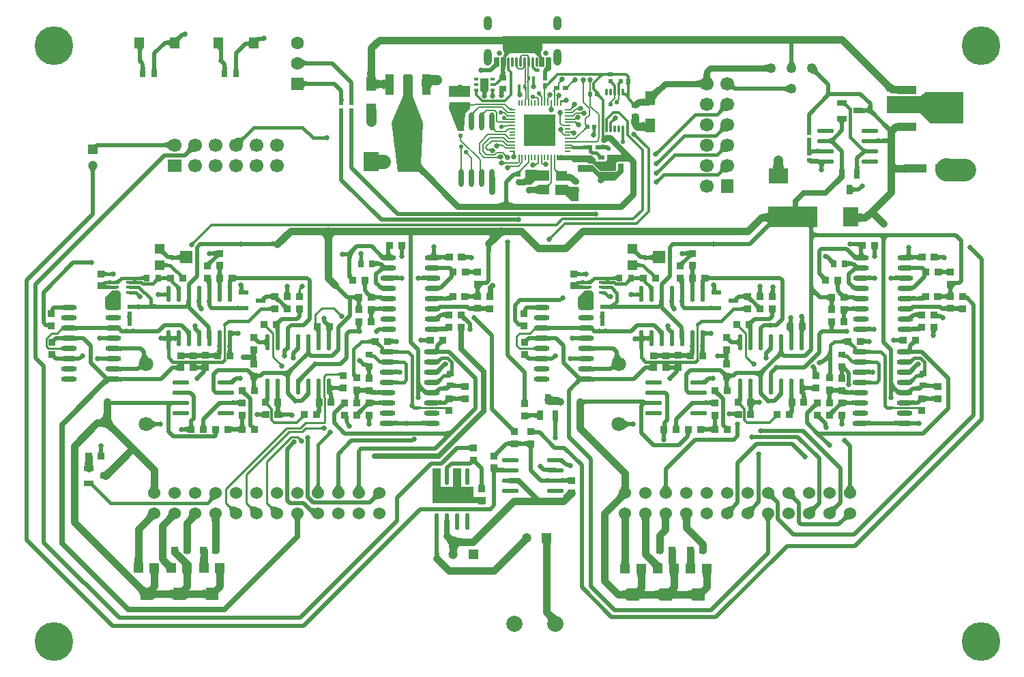
<source format=gbr>
%TF.GenerationSoftware,Altium Limited,Altium Designer,24.8.2 (39)*%
G04 Layer_Physical_Order=1*
G04 Layer_Color=255*
%FSLAX45Y45*%
%MOMM*%
%TF.SameCoordinates,55E81912-07CE-4C71-A4AC-877ABC84EAD1*%
%TF.FilePolarity,Positive*%
%TF.FileFunction,Copper,L1,Top,Signal*%
%TF.Part,Single*%
G01*
G75*
%TA.AperFunction,SMDPad,CuDef*%
%ADD10R,0.35001X0.55001*%
%ADD11R,0.54000X0.56566*%
%ADD12R,0.86401X0.80648*%
%ADD13R,0.80648X0.86401*%
%ADD14R,1.60000X1.50000*%
%ADD15R,1.20000X1.20000*%
%ADD16R,1.20000X1.20000*%
%ADD17R,1.50000X1.60000*%
%ADD18R,1.22999X1.35999*%
%ADD19R,1.25001X0.70000*%
%ADD20R,0.70000X1.25001*%
%ADD21R,0.90000X0.40000*%
%ADD22R,1.25000X0.60000*%
%ADD23C,1.25000*%
%ADD24R,2.47000X0.98001*%
%ADD25R,2.47000X3.59999*%
%ADD26R,1.40000X1.20000*%
%ADD27R,3.59999X2.34000*%
%ADD28R,1.10000X2.50000*%
%ADD29R,0.54000X0.79009*%
%ADD30R,1.29601X1.75750*%
%ADD31R,0.90000X0.80000*%
%ADD32R,0.80000X0.90000*%
%ADD33R,0.50000X0.35001*%
%ADD34R,1.00000X1.60000*%
%ADD35O,2.04500X0.58801*%
%ADD36R,0.66500X0.20000*%
%ADD37R,0.20000X0.66500*%
%ADD38R,3.99999X3.99999*%
%ADD39O,0.63000X2.25001*%
%ADD40O,0.58801X2.04500*%
%ADD41O,0.30000X1.00000*%
%ADD42O,1.97099X0.60201*%
%ADD43O,0.57399X2.03799*%
%TA.AperFunction,TestPad*%
G04:AMPARAMS|DCode=44|XSize=0.6mm|YSize=1.15mm|CornerRadius=0.075mm|HoleSize=0mm|Usage=FLASHONLY|Rotation=180.000|XOffset=0mm|YOffset=0mm|HoleType=Round|Shape=RoundedRectangle|*
%AMROUNDEDRECTD44*
21,1,0.60000,1.00000,0,0,180.0*
21,1,0.45000,1.15000,0,0,180.0*
1,1,0.15000,-0.22500,0.50000*
1,1,0.15000,0.22500,0.50000*
1,1,0.15000,0.22500,-0.50000*
1,1,0.15000,-0.22500,-0.50000*
%
%ADD44ROUNDEDRECTD44*%
G04:AMPARAMS|DCode=45|XSize=0.3mm|YSize=1.15mm|CornerRadius=0.0375mm|HoleSize=0mm|Usage=FLASHONLY|Rotation=180.000|XOffset=0mm|YOffset=0mm|HoleType=Round|Shape=RoundedRectangle|*
%AMROUNDEDRECTD45*
21,1,0.30000,1.07500,0,0,180.0*
21,1,0.22500,1.15000,0,0,180.0*
1,1,0.07500,-0.11250,0.53750*
1,1,0.07500,0.11250,0.53750*
1,1,0.07500,0.11250,-0.53750*
1,1,0.07500,-0.11250,-0.53750*
%
%ADD45ROUNDEDRECTD45*%
%TA.AperFunction,SMDPad,CuDef*%
%ADD46R,0.79009X0.54000*%
%ADD47R,0.56566X0.54000*%
%ADD48R,1.90000X2.37599*%
%ADD49R,2.79999X1.10000*%
%ADD50R,2.37599X1.90000*%
%TA.AperFunction,Conductor*%
%ADD51C,0.20320*%
%ADD52C,0.17780*%
%ADD53C,0.30480*%
%ADD54C,0.50800*%
%ADD55C,0.19812*%
%ADD56C,0.88900*%
%ADD57C,0.25400*%
%ADD58C,0.63500*%
%ADD59C,0.76200*%
%ADD60C,0.38100*%
%ADD61C,1.27000*%
%ADD62C,0.78740*%
%ADD63C,2.79400*%
%ADD64C,0.71120*%
%ADD65C,0.45720*%
%ADD66C,1.14300*%
%ADD67C,1.77800*%
%TA.AperFunction,ViaPad*%
%ADD68C,4.80000*%
%TA.AperFunction,ComponentPad*%
%ADD69C,1.20000*%
%ADD70R,1.20000X1.20000*%
%ADD71R,1.20000X1.20000*%
%ADD72C,1.80000*%
%TA.AperFunction,TestPad*%
%ADD73O,1.00000X2.10000*%
%ADD74C,0.65000*%
%ADD75O,1.00000X1.80000*%
%TA.AperFunction,ComponentPad*%
%ADD76R,1.60000X1.60000*%
%ADD77C,1.60000*%
%ADD78C,2.00000*%
%ADD79C,1.52400*%
%ADD80R,1.70000X1.60000*%
%ADD81C,1.70000*%
%ADD82R,1.60000X1.70000*%
%TA.AperFunction,ViaPad*%
%ADD83C,0.53340*%
%ADD84C,0.63500*%
%ADD85C,0.60960*%
%ADD86C,0.50800*%
%ADD87C,0.45720*%
G36*
X2093116Y8005695D02*
X2083461Y7995732D01*
X2068172Y7977978D01*
X2062538Y7970189D01*
X2058246Y7963123D01*
X2055293Y7956782D01*
X2053681Y7951166D01*
X2053410Y7946274D01*
X2054480Y7942107D01*
X2056890Y7938664D01*
X1990164Y8005390D01*
X1993607Y8002980D01*
X1997775Y8001910D01*
X2002666Y8002181D01*
X2008282Y8003793D01*
X2014623Y8006745D01*
X2021689Y8011038D01*
X2029479Y8016672D01*
X2037993Y8023646D01*
X2057195Y8041616D01*
X2093116Y8005695D01*
D02*
G37*
G36*
X3089076Y7963010D02*
X3079388Y7962756D01*
X3070717Y7961994D01*
X3063063Y7960724D01*
X3056427Y7958946D01*
X3050807Y7956660D01*
X3046206Y7953866D01*
X3042621Y7950564D01*
X3040054Y7946754D01*
X3038504Y7942436D01*
X3037972Y7937610D01*
X3038276Y8002335D01*
X3038784Y8004515D01*
X3040308Y8006466D01*
X3042848Y8008187D01*
X3046404Y8009679D01*
X3050976Y8010941D01*
X3056564Y8011974D01*
X3063168Y8012777D01*
X3079424Y8013695D01*
X3089076Y8013810D01*
Y7963010D01*
D02*
G37*
G36*
X1935110Y7887200D02*
X1934599Y7892026D01*
X1933066Y7896344D01*
X1930510Y7900154D01*
X1926933Y7903456D01*
X1922334Y7906250D01*
X1916712Y7908536D01*
X1910069Y7910314D01*
X1902403Y7911584D01*
X1893715Y7912346D01*
X1884005Y7912600D01*
Y7963400D01*
X1893715Y7963654D01*
X1902403Y7964416D01*
X1910069Y7965686D01*
X1916712Y7967464D01*
X1922334Y7969750D01*
X1926933Y7972544D01*
X1930510Y7975846D01*
X1933066Y7979656D01*
X1934599Y7983974D01*
X1935110Y7988800D01*
Y7887200D01*
D02*
G37*
G36*
X2916191Y7884254D02*
X2915778Y7887227D01*
X2914537Y7889886D01*
X2912470Y7892233D01*
X2909575Y7894267D01*
X2905853Y7895989D01*
X2901305Y7897397D01*
X2895929Y7898492D01*
X2889727Y7899274D01*
X2882697Y7899744D01*
X2874840Y7899900D01*
Y7950700D01*
X2882697Y7950857D01*
X2895929Y7952108D01*
X2901305Y7953204D01*
X2905853Y7954612D01*
X2909575Y7956333D01*
X2912470Y7958367D01*
X2914537Y7960714D01*
X2915778Y7963374D01*
X2916191Y7966347D01*
Y7884254D01*
D02*
G37*
G36*
X9682301Y7939619D02*
X9681272Y7935951D01*
X9680365Y7930647D01*
X9679578Y7923706D01*
X9677945Y7893061D01*
X9677400Y7847682D01*
X9626600D01*
X9626540Y7864445D01*
X9621699Y7939619D01*
X9620549Y7941649D01*
X9683451D01*
X9682301Y7939619D01*
D02*
G37*
G36*
X1612824Y7869797D02*
X1608506Y7868273D01*
X1604696Y7865733D01*
X1601394Y7862177D01*
X1598600Y7857605D01*
X1596314Y7852017D01*
X1594536Y7845413D01*
X1593266Y7837793D01*
X1592504Y7829157D01*
X1592250Y7819505D01*
X1541450D01*
X1541196Y7829157D01*
X1540434Y7837793D01*
X1539164Y7845413D01*
X1537386Y7852017D01*
X1535100Y7857605D01*
X1532306Y7862177D01*
X1529004Y7865733D01*
X1525194Y7868273D01*
X1520876Y7869797D01*
X1516050Y7870305D01*
X1617650D01*
X1612824Y7869797D01*
D02*
G37*
G36*
X2600203Y7866437D02*
X2599227Y7864913D01*
X2598365Y7862373D01*
X2597618Y7858817D01*
X2596986Y7854245D01*
X2596067Y7842053D01*
X2595550Y7816145D01*
X2544750D01*
X2544496Y7825797D01*
X2543734Y7834433D01*
X2542464Y7842053D01*
X2540686Y7848657D01*
X2538400Y7854245D01*
X2535606Y7858817D01*
X2532304Y7862373D01*
X2528494Y7864913D01*
X2524176Y7866437D01*
X2519350Y7866945D01*
X2601295D01*
X2600203Y7866437D01*
D02*
G37*
G36*
X6393851Y7768813D02*
X6394161Y7764271D01*
X6394432Y7762432D01*
X6394782Y7760879D01*
X6395208Y7759614D01*
X6395713Y7758636D01*
X6396294Y7757945D01*
X6396954Y7757541D01*
X6397691Y7757424D01*
X6375113Y7756637D01*
X6374905Y7756704D01*
X6374720Y7757087D01*
X6374556Y7757786D01*
X6374414Y7758800D01*
X6374196Y7761776D01*
X6374021Y7771514D01*
X6393812D01*
X6393851Y7768813D01*
D02*
G37*
G36*
X6303968Y7767245D02*
X6303280Y7757020D01*
X6303094Y7756688D01*
X6302887Y7756637D01*
X6281989Y7757424D01*
X6282407Y7757534D01*
X6282781Y7757894D01*
X6283111Y7758506D01*
X6283396Y7759370D01*
X6283638Y7760485D01*
X6283836Y7761852D01*
X6284100Y7765340D01*
X6284188Y7769834D01*
X6303979D01*
X6303968Y7767245D01*
D02*
G37*
G36*
X9677645Y7720402D02*
X9678380Y7713003D01*
X9679605Y7705711D01*
X9681320Y7698525D01*
X9683525Y7691444D01*
X9686220Y7684470D01*
X9689405Y7677602D01*
X9693080Y7670839D01*
X9697245Y7664183D01*
X9701900Y7657633D01*
X9602100D01*
X9606755Y7664183D01*
X9610920Y7670839D01*
X9614595Y7677602D01*
X9617780Y7684470D01*
X9620475Y7691444D01*
X9622680Y7698525D01*
X9624395Y7705711D01*
X9625620Y7713003D01*
X9626355Y7720402D01*
X9626600Y7727906D01*
X9677400D01*
X9677645Y7720402D01*
D02*
G37*
G36*
X6558280Y7844348D02*
X6554254Y7840321D01*
X6545500Y7819187D01*
Y7796313D01*
X6554254Y7775179D01*
X6570429Y7759004D01*
X6585567Y7752733D01*
X6586220Y7752080D01*
Y7637780D01*
X6520180D01*
Y7757160D01*
X6517640D01*
X6511421Y7763379D01*
X6510896Y7764646D01*
X6509629Y7765171D01*
X6466840Y7807960D01*
X6149340D01*
X6108700Y7767320D01*
Y7642860D01*
X6101368D01*
X6101269Y7642568D01*
X6100433Y7638979D01*
X6099708Y7634622D01*
X6098592Y7623604D01*
X6097923Y7609514D01*
X6097732Y7594774D01*
X6097876Y7586848D01*
X6099283Y7570592D01*
X6100515Y7563988D01*
X6102099Y7558400D01*
X6104034Y7553828D01*
X6106322Y7550272D01*
X6108961Y7547732D01*
X6111952Y7546208D01*
X6115295Y7545700D01*
X6025905D01*
X6029894Y7546208D01*
X6033463Y7547732D01*
X6036613Y7550272D01*
X6039342Y7553828D01*
X6041651Y7558400D01*
X6043541Y7563988D01*
X6045011Y7570592D01*
X6046060Y7578212D01*
X6046690Y7586848D01*
X6046863Y7594787D01*
X6044908Y7642860D01*
X6040120D01*
Y7751775D01*
X6057571Y7759004D01*
X6073746Y7775179D01*
X6082500Y7796313D01*
Y7819187D01*
X6073746Y7840321D01*
X6068060Y7846007D01*
Y8016240D01*
X6558280D01*
Y7844348D01*
D02*
G37*
G36*
X6253094Y7643800D02*
X6253280Y7643429D01*
X6253444Y7642750D01*
X6253586Y7641764D01*
X6253804Y7638869D01*
X6253979Y7629386D01*
X6234188D01*
X6234153Y7632010D01*
X6233631Y7638207D01*
X6233318Y7639715D01*
X6232935Y7640945D01*
X6232483Y7641896D01*
X6231961Y7642568D01*
X6231370Y7642961D01*
X6230709Y7643076D01*
X6252887Y7643863D01*
X6253094Y7643800D01*
D02*
G37*
G36*
X3583502Y7733801D02*
X3589665Y7728575D01*
X3595968Y7723963D01*
X3602412Y7719967D01*
X3608996Y7716586D01*
X3615721Y7713819D01*
X3622587Y7711667D01*
X3629592Y7710130D01*
X3636739Y7709207D01*
X3644026Y7708900D01*
X3643691Y7658100D01*
X3636419Y7657795D01*
X3629276Y7656882D01*
X3622263Y7655359D01*
X3615378Y7653227D01*
X3608622Y7650486D01*
X3601996Y7647136D01*
X3595498Y7643176D01*
X3589130Y7638608D01*
X3582890Y7633431D01*
X3576780Y7627644D01*
X3577481Y7739642D01*
X3583502Y7733801D01*
D02*
G37*
G36*
X6019307Y7643472D02*
X6014562Y7642273D01*
X6009646Y7640530D01*
X6004558Y7638242D01*
X5999300Y7635411D01*
X5993871Y7632035D01*
X5988272Y7628115D01*
X5976560Y7618642D01*
X5970447Y7613090D01*
X5964164Y7606993D01*
X5928243Y7642914D01*
X5937913Y7652940D01*
X5953222Y7671099D01*
X5958860Y7679230D01*
X5963155Y7686730D01*
X5966106Y7693599D01*
X5967712Y7699836D01*
X5967975Y7705441D01*
X5966894Y7710414D01*
X5964468Y7714756D01*
X6019307Y7643472D01*
D02*
G37*
G36*
X2783543Y7642843D02*
X2784687Y7626587D01*
X2785687Y7619983D01*
X2786974Y7614395D01*
X2788546Y7609823D01*
X2790405Y7606267D01*
X2792549Y7603727D01*
X2794979Y7602203D01*
X2797695Y7601695D01*
X2718305D01*
X2721021Y7602203D01*
X2723451Y7603727D01*
X2725596Y7606267D01*
X2727454Y7609823D01*
X2729026Y7614395D01*
X2730313Y7619983D01*
X2731314Y7626587D01*
X2732028Y7634207D01*
X2732600Y7652495D01*
X2783400D01*
X2783543Y7642843D01*
D02*
G37*
G36*
X2643538D02*
X2644682Y7626587D01*
X2645683Y7619983D01*
X2646969Y7614395D01*
X2648542Y7609823D01*
X2650400Y7606267D01*
X2652544Y7603727D01*
X2654974Y7602203D01*
X2657690Y7601695D01*
X2578300D01*
X2581016Y7602203D01*
X2583446Y7603727D01*
X2585591Y7606267D01*
X2587449Y7609823D01*
X2589021Y7614395D01*
X2590308Y7619983D01*
X2591309Y7626587D01*
X2592024Y7634207D01*
X2592595Y7652495D01*
X2643395D01*
X2643538Y7642843D01*
D02*
G37*
G36*
X1767543D02*
X1768687Y7626587D01*
X1769687Y7619983D01*
X1770974Y7614395D01*
X1772546Y7609823D01*
X1774405Y7606267D01*
X1776549Y7603727D01*
X1778979Y7602203D01*
X1781695Y7601695D01*
X1702305D01*
X1705021Y7602203D01*
X1707451Y7603727D01*
X1709596Y7606267D01*
X1711454Y7609823D01*
X1713026Y7614395D01*
X1714313Y7619983D01*
X1715314Y7626587D01*
X1716028Y7634207D01*
X1716600Y7652495D01*
X1767400D01*
X1767543Y7642843D01*
D02*
G37*
G36*
X1627538D02*
X1628682Y7626587D01*
X1629683Y7619983D01*
X1630969Y7614395D01*
X1632542Y7609823D01*
X1634400Y7606267D01*
X1636544Y7603727D01*
X1638974Y7602203D01*
X1641690Y7601695D01*
X1562300D01*
X1565016Y7602203D01*
X1567446Y7603727D01*
X1569591Y7606267D01*
X1571449Y7609823D01*
X1573021Y7614395D01*
X1574308Y7619983D01*
X1575309Y7626587D01*
X1576024Y7634207D01*
X1576595Y7652495D01*
X1627395D01*
X1627538Y7642843D01*
D02*
G37*
G36*
X6476423Y7622034D02*
X6481637Y7617574D01*
X6483070Y7616594D01*
X6484350Y7615866D01*
X6485478Y7615392D01*
X6486453Y7615170D01*
X6487275Y7615202D01*
X6487946Y7615486D01*
X6480277Y7582121D01*
X6455905Y7599398D01*
X6474381Y7624027D01*
X6476423Y7622034D01*
D02*
G37*
G36*
X9358952Y7571199D02*
X9355678Y7573232D01*
X9351205Y7575051D01*
X9345533Y7576656D01*
X9338662Y7578048D01*
X9330591Y7579225D01*
X9310854Y7580937D01*
X9272256Y7581900D01*
Y7658100D01*
X9286321Y7658207D01*
X9338662Y7661952D01*
X9345533Y7663344D01*
X9351205Y7664949D01*
X9355678Y7666768D01*
X9358952Y7668801D01*
Y7571199D01*
D02*
G37*
G36*
X6620095Y7545400D02*
X6566705D01*
X6567255Y7545786D01*
X6567747Y7546944D01*
X6568181Y7548874D01*
X6568558Y7551576D01*
X6569137Y7559296D01*
X6569600Y7584000D01*
X6620400D01*
X6620095Y7545400D01*
D02*
G37*
G36*
X9969235Y7620751D02*
X9970997Y7613099D01*
X9973180Y7605719D01*
X9975785Y7598610D01*
X9978811Y7591773D01*
X9982258Y7585207D01*
X9986127Y7578913D01*
X9990417Y7572890D01*
X9995129Y7567139D01*
X10000261Y7561660D01*
X9964340Y7525739D01*
X9958861Y7530871D01*
X9953110Y7535583D01*
X9947087Y7539873D01*
X9940793Y7543742D01*
X9934227Y7547189D01*
X9927390Y7550215D01*
X9920281Y7552820D01*
X9912901Y7555003D01*
X9905249Y7556765D01*
X9897325Y7558105D01*
X9967895Y7628675D01*
X9969235Y7620751D01*
D02*
G37*
G36*
X6388991Y7536205D02*
X6389288Y7532800D01*
X6389784Y7529794D01*
X6390477Y7527185D01*
X6391368Y7524974D01*
X6392458Y7523162D01*
X6393746Y7521747D01*
X6395232Y7520730D01*
X6396916Y7520112D01*
X6398798Y7519891D01*
X6370904Y7520196D01*
X6370557Y7520394D01*
X6370247Y7520988D01*
X6369974Y7521979D01*
X6369737Y7523366D01*
X6369536Y7525149D01*
X6369153Y7532875D01*
X6369080Y7540008D01*
X6388892D01*
X6388991Y7536205D01*
D02*
G37*
G36*
X4479050Y7589579D02*
X4482057Y7549574D01*
X4483861Y7539795D01*
X4486066Y7531794D01*
X4488673Y7525571D01*
X4491679Y7521126D01*
X4495087Y7518459D01*
X4498896Y7517570D01*
X4369904D01*
X4373713Y7518459D01*
X4377121Y7521126D01*
X4380128Y7525571D01*
X4382734Y7531794D01*
X4384939Y7539795D01*
X4386743Y7549574D01*
X4388146Y7561131D01*
X4389750Y7589579D01*
X4389950Y7606470D01*
X4478850D01*
X4479050Y7589579D01*
D02*
G37*
G36*
X7431640Y7570564D02*
X7432554Y7568399D01*
X7434078Y7566488D01*
X7436212Y7564832D01*
X7438955Y7563431D01*
X7442308Y7562284D01*
X7446270Y7561393D01*
X7450842Y7560756D01*
X7456024Y7560374D01*
X7461815Y7560246D01*
Y7529766D01*
X7456024Y7529639D01*
X7446270Y7528620D01*
X7442308Y7527728D01*
X7438955Y7526582D01*
X7436212Y7525181D01*
X7434078Y7523524D01*
X7432554Y7521614D01*
X7431640Y7519448D01*
X7431335Y7517028D01*
Y7572984D01*
X7431640Y7570564D01*
D02*
G37*
G36*
X7377944Y7517028D02*
X7377640Y7519448D01*
X7376725Y7521614D01*
X7375201Y7523524D01*
X7373068Y7525181D01*
X7370324Y7526582D01*
X7366972Y7527728D01*
X7363009Y7528620D01*
X7358437Y7529257D01*
X7353256Y7529639D01*
X7347464Y7529766D01*
Y7560246D01*
X7353256Y7560374D01*
X7363009Y7561393D01*
X7366972Y7562284D01*
X7370324Y7563431D01*
X7373068Y7564832D01*
X7375201Y7566488D01*
X7376725Y7568399D01*
X7377640Y7570564D01*
X7377944Y7572984D01*
Y7517028D01*
D02*
G37*
G36*
X7342353Y7529766D02*
X7336346Y7529551D01*
X7330518Y7528904D01*
X7324868Y7527826D01*
X7319397Y7526318D01*
X7314105Y7524378D01*
X7308991Y7522007D01*
X7304055Y7519205D01*
X7299298Y7515973D01*
X7294720Y7512309D01*
X7290320Y7508214D01*
X7247215D01*
X7251005Y7512309D01*
X7253755Y7515973D01*
X7255464Y7519205D01*
X7256132Y7522007D01*
X7255759Y7524378D01*
X7254346Y7526318D01*
X7251893Y7527826D01*
X7248398Y7528904D01*
X7243863Y7529551D01*
X7238288Y7529766D01*
X7305560Y7560246D01*
X7342353Y7529766D01*
D02*
G37*
G36*
X8638314Y7548165D02*
X8638956Y7539834D01*
X8640026Y7531990D01*
X8641524Y7524632D01*
X8643450Y7517760D01*
X8645804Y7511376D01*
X8648586Y7505477D01*
X8651796Y7500066D01*
X8655434Y7495141D01*
X8659500Y7490702D01*
X8540500D01*
X8544566Y7495141D01*
X8548204Y7500066D01*
X8551414Y7505477D01*
X8554196Y7511376D01*
X8556550Y7517760D01*
X8558476Y7524632D01*
X8559974Y7531990D01*
X8561044Y7539834D01*
X8561686Y7548165D01*
X8561900Y7556983D01*
X8638100D01*
X8638314Y7548165D01*
D02*
G37*
G36*
X7638174Y7508345D02*
X7639193Y7498591D01*
X7640084Y7494629D01*
X7641231Y7491276D01*
X7642632Y7488533D01*
X7644288Y7486399D01*
X7646199Y7484875D01*
X7648364Y7483961D01*
X7650784Y7483656D01*
X7594828D01*
X7597248Y7483961D01*
X7599414Y7484875D01*
X7601324Y7486399D01*
X7602980Y7488533D01*
X7604382Y7491276D01*
X7605528Y7494629D01*
X7606420Y7498591D01*
X7607057Y7503163D01*
X7607439Y7508345D01*
X7607566Y7514136D01*
X7638046D01*
X7638174Y7508345D01*
D02*
G37*
G36*
X4607213Y7333296D02*
X4606321Y7341741D01*
X4603645Y7349298D01*
X4599184Y7355965D01*
X4592940Y7361744D01*
X4584912Y7366633D01*
X4575099Y7370634D01*
X4563502Y7373745D01*
X4552530Y7375568D01*
X4542457Y7374567D01*
X4530900Y7372095D01*
X4521121Y7368917D01*
X4513120Y7365032D01*
X4506897Y7360441D01*
X4502452Y7355144D01*
X4499785Y7349140D01*
X4498896Y7342430D01*
Y7511096D01*
X4499785Y7502650D01*
X4502452Y7495094D01*
X4506897Y7488426D01*
X4513120Y7482648D01*
X4521121Y7477758D01*
X4530900Y7473758D01*
X4542457Y7470646D01*
X4552962Y7468896D01*
X4563502Y7470646D01*
X4575099Y7473758D01*
X4584912Y7477758D01*
X4592940Y7482648D01*
X4599184Y7488426D01*
X4603645Y7495094D01*
X4606321Y7502650D01*
X4607213Y7511096D01*
Y7333296D01*
D02*
G37*
G36*
X6069010Y7466614D02*
X6066667Y7468308D01*
X6063886Y7469140D01*
X6060669Y7469109D01*
X6057014Y7468217D01*
X6052922Y7466462D01*
X6048393Y7463845D01*
X6043427Y7460366D01*
X6038023Y7456025D01*
X6025905Y7444757D01*
X6004352Y7466310D01*
X6010417Y7472587D01*
X6019962Y7483831D01*
X6023441Y7488798D01*
X6026057Y7493327D01*
X6027812Y7497419D01*
X6028704Y7501073D01*
X6028735Y7504291D01*
X6027903Y7507072D01*
X6026210Y7509415D01*
X6069010Y7466614D01*
D02*
G37*
G36*
X6961989Y7446590D02*
X6958729Y7446710D01*
X6955592Y7446596D01*
X6952577Y7446249D01*
X6949684Y7445668D01*
X6946914Y7444855D01*
X6944267Y7443808D01*
X6941742Y7442528D01*
X6939339Y7441015D01*
X6937060Y7439269D01*
X6934902Y7437289D01*
X6921460Y7452584D01*
X6923406Y7454693D01*
X6925166Y7456939D01*
X6926740Y7459324D01*
X6928127Y7461847D01*
X6929328Y7464507D01*
X6930341Y7467305D01*
X6931169Y7470242D01*
X6931809Y7473316D01*
X6932264Y7476528D01*
X6932531Y7479877D01*
X6961989Y7446590D01*
D02*
G37*
G36*
X6396916Y7465606D02*
X6395232Y7465012D01*
X6393746Y7464021D01*
X6392458Y7462634D01*
X6391368Y7460851D01*
X6390477Y7458672D01*
X6389784Y7456096D01*
X6389288Y7453125D01*
X6388991Y7449757D01*
X6388892Y7445992D01*
X6369080D01*
X6369098Y7449757D01*
X6369974Y7464021D01*
X6370247Y7465012D01*
X6370557Y7465606D01*
X6370904Y7465804D01*
X6398798D01*
X6396916Y7465606D01*
D02*
G37*
G36*
X6810940Y7454286D02*
X6807583Y7453482D01*
X6801313Y7451513D01*
X6798400Y7450347D01*
X6795635Y7449060D01*
X6793017Y7447653D01*
X6790549Y7446125D01*
X6788227Y7444476D01*
X6786054Y7442706D01*
X6784029Y7440815D01*
X6766195Y7451718D01*
X6768212Y7453926D01*
X6769938Y7456226D01*
X6771376Y7458620D01*
X6772524Y7461106D01*
X6773382Y7463686D01*
X6773951Y7466358D01*
X6774230Y7469123D01*
X6774219Y7471982D01*
X6773919Y7474933D01*
X6773330Y7477977D01*
X6810940Y7454286D01*
D02*
G37*
G36*
X6469539Y7465499D02*
X6468863Y7464585D01*
X6468267Y7463061D01*
X6467750Y7460927D01*
X6467313Y7458184D01*
X6466677Y7450869D01*
X6466359Y7441115D01*
X6466319Y7435324D01*
X6455803D01*
X6466319Y7434559D01*
X6466383Y7431182D01*
X6466892Y7425048D01*
X6467337Y7422290D01*
X6467910Y7419738D01*
X6468610Y7417393D01*
X6469437Y7415254D01*
X6470391Y7413321D01*
X6471473Y7411595D01*
X6472682Y7410075D01*
X6428322Y7412902D01*
X6429750Y7414307D01*
X6431028Y7415932D01*
X6432156Y7417774D01*
X6433133Y7419834D01*
X6433960Y7422112D01*
X6434637Y7424609D01*
X6435163Y7427324D01*
X6435539Y7430256D01*
X6435764Y7433408D01*
X6435839Y7436777D01*
X6435842Y7436776D01*
X6435903Y7465804D01*
X6470294D01*
X6469539Y7465499D01*
D02*
G37*
G36*
X7170994Y7456031D02*
X7169008Y7453486D01*
X7167255Y7450901D01*
X7165736Y7448273D01*
X7164451Y7445603D01*
X7163399Y7442892D01*
X7162582Y7440139D01*
X7161997Y7437344D01*
X7161647Y7434507D01*
X7161530Y7431629D01*
X7141210Y7430770D01*
X7141086Y7433686D01*
X7140714Y7436532D01*
X7140093Y7439307D01*
X7139224Y7442012D01*
X7138107Y7444645D01*
X7136742Y7447208D01*
X7135129Y7449701D01*
X7133267Y7452123D01*
X7131158Y7454474D01*
X7128800Y7456755D01*
X7173214Y7458533D01*
X7170994Y7456031D01*
D02*
G37*
G36*
X7086620Y7453381D02*
X7084203Y7451215D01*
X7082041Y7448965D01*
X7080133Y7446629D01*
X7078479Y7444208D01*
X7077080Y7441701D01*
X7075935Y7439109D01*
X7075045Y7436432D01*
X7074409Y7433669D01*
X7074027Y7430821D01*
X7073900Y7427888D01*
X7053580Y7429611D01*
X7053467Y7432468D01*
X7053129Y7435298D01*
X7052566Y7438100D01*
X7051777Y7440874D01*
X7050763Y7443621D01*
X7049524Y7446339D01*
X7048059Y7449030D01*
X7046369Y7451694D01*
X7044453Y7454329D01*
X7042312Y7456937D01*
X7086620Y7453381D01*
D02*
G37*
G36*
X6358891Y7434643D02*
X6358188Y7423549D01*
X6357867Y7421766D01*
X6357486Y7420379D01*
X6357047Y7419388D01*
X6356550Y7418794D01*
X6355994Y7418596D01*
X6329202D01*
X6331084Y7418794D01*
X6332768Y7419388D01*
X6334254Y7420379D01*
X6335542Y7421766D01*
X6336631Y7423549D01*
X6337523Y7425728D01*
X6338216Y7428304D01*
X6338712Y7431275D01*
X6339009Y7434643D01*
X6339108Y7438408D01*
X6358920D01*
X6358891Y7434643D01*
D02*
G37*
G36*
X7429611Y7471199D02*
X7428749Y7468398D01*
Y7465165D01*
X7429611Y7461501D01*
X7431335Y7457406D01*
X7433921Y7452880D01*
X7437370Y7447923D01*
X7441680Y7442535D01*
X7452888Y7430465D01*
X7431335Y7408912D01*
X7425085Y7414947D01*
X7413877Y7424430D01*
X7408920Y7427879D01*
X7404394Y7430465D01*
X7400299Y7432189D01*
X7396635Y7433051D01*
X7393403D01*
X7390601Y7432189D01*
X7388230Y7430465D01*
X7431335Y7473570D01*
X7429611Y7471199D01*
D02*
G37*
G36*
X10862339Y7453543D02*
X10917193Y7406224D01*
X10923100Y7403116D01*
X10926093Y7402413D01*
X10930695Y7406500D01*
X10929851Y7403254D01*
X10927320Y7402125D01*
X10926093Y7402413D01*
X10925212Y7401630D01*
X10961326Y7401472D01*
Y7304081D01*
X10960629Y7305752D01*
X10958536Y7307248D01*
X10955049Y7308567D01*
X10950167Y7309710D01*
X10943889Y7310678D01*
X10927150Y7312085D01*
X10891578Y7312877D01*
Y7371759D01*
X10841305Y7327110D01*
X10840676Y7331829D01*
X10838791Y7337374D01*
X10835647Y7343747D01*
X10831247Y7350946D01*
X10825589Y7358972D01*
X10810503Y7377503D01*
X10790387Y7399341D01*
X10778443Y7411500D01*
X10846305Y7469362D01*
X10862339Y7453543D01*
D02*
G37*
G36*
X6775043Y7400816D02*
X6744868Y7400511D01*
X6746798Y7400736D01*
X6748525Y7401368D01*
X6750049Y7402410D01*
X6751370Y7403860D01*
X6752488Y7405718D01*
X6753402Y7407985D01*
X6754113Y7410660D01*
X6754621Y7413743D01*
X6754926Y7417235D01*
X6755028Y7421136D01*
X6775348D01*
X6775043Y7400816D01*
D02*
G37*
G36*
X7648364Y7429960D02*
X7646199Y7429046D01*
X7644288Y7427522D01*
X7642632Y7425388D01*
X7641231Y7422645D01*
X7640084Y7419292D01*
X7639193Y7415330D01*
X7638556Y7410758D01*
X7638174Y7405576D01*
X7638046Y7399785D01*
X7607566D01*
X7607439Y7405576D01*
X7606420Y7415330D01*
X7605528Y7419292D01*
X7604382Y7422645D01*
X7602980Y7425388D01*
X7601324Y7427522D01*
X7599414Y7429046D01*
X7597248Y7429960D01*
X7594828Y7430265D01*
X7650784D01*
X7648364Y7429960D01*
D02*
G37*
G36*
X7536172D02*
X7533581Y7429046D01*
X7531295Y7427522D01*
X7529314Y7425388D01*
X7527637Y7422645D01*
X7526266Y7419292D01*
X7525199Y7415330D01*
X7524437Y7410758D01*
X7523980Y7405576D01*
X7523827Y7399785D01*
X7493347D01*
X7493497Y7405576D01*
X7493944Y7410758D01*
X7494690Y7415330D01*
X7495734Y7419292D01*
X7497077Y7422645D01*
X7498718Y7425388D01*
X7500657Y7427522D01*
X7502895Y7429046D01*
X7505431Y7429960D01*
X7508265Y7430265D01*
X7539067D01*
X7536172Y7429960D01*
D02*
G37*
G36*
X6898428Y7400816D02*
X6894375Y7396621D01*
X6887992Y7389113D01*
X6885662Y7385799D01*
X6883907Y7382779D01*
X6882728Y7380052D01*
X6882122Y7377618D01*
X6882092Y7375478D01*
X6882636Y7373632D01*
X6883755Y7372079D01*
X6855323Y7400511D01*
X6856876Y7399392D01*
X6858723Y7398848D01*
X6860863Y7398878D01*
X6863296Y7399483D01*
X6866023Y7400663D01*
X6869044Y7402418D01*
X6872357Y7404747D01*
X6875965Y7407651D01*
X6884060Y7415184D01*
X6898428Y7400816D01*
D02*
G37*
G36*
X3599901Y7475974D02*
X3601435Y7471656D01*
X3603990Y7467846D01*
X3607567Y7464544D01*
X3612167Y7461750D01*
X3617788Y7459464D01*
X3624432Y7457686D01*
X3632097Y7456416D01*
X3640785Y7455654D01*
X3650495Y7455400D01*
Y7404600D01*
X3640785Y7404346D01*
X3632097Y7403584D01*
X3624432Y7402314D01*
X3617788Y7400536D01*
X3612167Y7398250D01*
X3607567Y7395456D01*
X3603990Y7392154D01*
X3601435Y7388344D01*
X3599901Y7384026D01*
X3599390Y7379200D01*
Y7480800D01*
X3599901Y7475974D01*
D02*
G37*
G36*
X8539298Y7370500D02*
X8534859Y7374566D01*
X8529934Y7378204D01*
X8524523Y7381414D01*
X8518625Y7384196D01*
X8512240Y7386550D01*
X8505369Y7388476D01*
X8498011Y7389974D01*
X8490166Y7391044D01*
X8481835Y7391686D01*
X8473018Y7391900D01*
Y7468100D01*
X8481835Y7468314D01*
X8490166Y7468956D01*
X8498011Y7470026D01*
X8505369Y7471524D01*
X8512240Y7473450D01*
X8518625Y7475804D01*
X8524523Y7478586D01*
X8529934Y7481796D01*
X8534859Y7485434D01*
X8539298Y7489500D01*
Y7370500D01*
D02*
G37*
G36*
X8938976Y7422018D02*
X8939761Y7419382D01*
X8941162Y7416348D01*
X8943180Y7412915D01*
X8945813Y7409085D01*
X8949062Y7404856D01*
X8957407Y7395205D01*
X8968216Y7383961D01*
X8932295Y7348039D01*
X8928504Y7351659D01*
X8924899Y7354748D01*
X8921480Y7357306D01*
X8918247Y7359335D01*
X8915201Y7360834D01*
X8912340Y7361802D01*
X8909666Y7362241D01*
X8907178Y7362149D01*
X8904876Y7361528D01*
X8902759Y7360376D01*
X8938806Y7424256D01*
X8938976Y7422018D01*
D02*
G37*
G36*
X6355994Y7364204D02*
X6357368Y7364006D01*
X6358597Y7363412D01*
X6359682Y7362421D01*
X6360622Y7361034D01*
X6361418Y7359251D01*
X6362068Y7357072D01*
X6362575Y7354496D01*
X6362936Y7351525D01*
X6363153Y7348157D01*
X6363225Y7344392D01*
X6343413D01*
X6343314Y7348190D01*
X6343017Y7351591D01*
X6342522Y7354595D01*
X6341828Y7357202D01*
X6340937Y7359413D01*
X6339847Y7361226D01*
X6338559Y7362642D01*
X6337073Y7363661D01*
X6335389Y7364284D01*
X6333507Y7364509D01*
X6355994Y7364204D01*
D02*
G37*
G36*
X6604386Y7358107D02*
X6602874Y7357565D01*
X6601541Y7356661D01*
X6600385Y7355395D01*
X6599407Y7353767D01*
X6598607Y7351778D01*
X6597985Y7349427D01*
X6597540Y7346714D01*
X6597274Y7343640D01*
X6597185Y7340204D01*
X6579405D01*
X6579316Y7343640D01*
X6579049Y7346714D01*
X6578605Y7349427D01*
X6577982Y7351778D01*
X6577182Y7353767D01*
X6576204Y7355395D01*
X6575049Y7356661D01*
X6573715Y7357565D01*
X6572204Y7358107D01*
X6570515Y7358288D01*
X6606075D01*
X6604386Y7358107D01*
D02*
G37*
G36*
X6726699Y7347222D02*
X6724972Y7346612D01*
X6723448Y7345596D01*
X6722127Y7344174D01*
X6721010Y7342345D01*
X6720095Y7340110D01*
X6719384Y7337468D01*
X6718876Y7334420D01*
X6718571Y7330966D01*
X6718470Y7327105D01*
X6698150D01*
X6698135Y7330966D01*
X6697186Y7346612D01*
X6696930Y7347222D01*
X6696643Y7347425D01*
X6728630D01*
X6726699Y7347222D01*
D02*
G37*
G36*
X8043318Y7339667D02*
X8024151Y7319960D01*
X7981429Y7269157D01*
X7972115Y7254993D01*
X7965264Y7242216D01*
X7960877Y7230824D01*
X7958953Y7220818D01*
X7959493Y7212197D01*
X7962496Y7204963D01*
X7877807Y7335800D01*
X7882696Y7330451D01*
X7888893Y7327489D01*
X7896398Y7326912D01*
X7905212Y7328721D01*
X7915334Y7332916D01*
X7926764Y7339497D01*
X7939503Y7348464D01*
X7953551Y7359818D01*
X7985570Y7389682D01*
X8043318Y7339667D01*
D02*
G37*
G36*
X7161632Y7340517D02*
X7161936Y7337010D01*
X7162444Y7333917D01*
X7163156Y7331236D01*
X7164070Y7328967D01*
X7165188Y7327111D01*
X7166508Y7325667D01*
X7168032Y7324636D01*
X7169760Y7324017D01*
X7171690Y7323811D01*
X7131050D01*
X7132980Y7324017D01*
X7134708Y7324636D01*
X7136232Y7325667D01*
X7137552Y7327111D01*
X7138670Y7328967D01*
X7139584Y7331236D01*
X7140296Y7333917D01*
X7140804Y7337010D01*
X7141108Y7340517D01*
X7141210Y7344435D01*
X7161530D01*
X7161632Y7340517D01*
D02*
G37*
G36*
X7266836Y7322001D02*
X7265801Y7320835D01*
X7264077Y7320619D01*
X7261662Y7321351D01*
X7260998Y7321710D01*
X7267181Y7324115D01*
X7266836Y7322001D01*
D02*
G37*
G36*
X9614367Y7316100D02*
X9607817Y7320755D01*
X9601161Y7324920D01*
X9594398Y7328595D01*
X9587530Y7331780D01*
X9580556Y7334475D01*
X9573475Y7336680D01*
X9566289Y7338395D01*
X9558997Y7339620D01*
X9551598Y7340355D01*
X9544094Y7340600D01*
Y7391400D01*
X9551598Y7391645D01*
X9558997Y7392380D01*
X9566289Y7393605D01*
X9573475Y7395320D01*
X9580556Y7397525D01*
X9587530Y7400220D01*
X9594398Y7403405D01*
X9601161Y7407080D01*
X9607817Y7411245D01*
X9614367Y7415900D01*
Y7316100D01*
D02*
G37*
G36*
X6291054Y7363899D02*
X6291106Y7362985D01*
X6291272Y7338067D01*
X6291301Y7338070D01*
X6291378Y7334701D01*
X6291994Y7328628D01*
X6292533Y7325924D01*
X6293226Y7323442D01*
X6294074Y7321182D01*
X6295075Y7319143D01*
X6296230Y7317326D01*
X6297540Y7315731D01*
X6299004Y7314358D01*
X6254729Y7310411D01*
X6255887Y7311941D01*
X6256922Y7313677D01*
X6257836Y7315618D01*
X6258628Y7317765D01*
X6259298Y7320118D01*
X6259846Y7322676D01*
X6260272Y7325440D01*
X6260760Y7331583D01*
X6260814Y7334607D01*
X6260778Y7339515D01*
X6259303Y7359327D01*
X6258755Y7361461D01*
X6258122Y7362985D01*
X6257405Y7363899D01*
X6256604Y7364204D01*
X6290996D01*
X6291054Y7363899D01*
D02*
G37*
G36*
X5764899Y7334301D02*
X5763291Y7333386D01*
X5761873Y7331862D01*
X5760644Y7329729D01*
X5759604Y7326986D01*
X5758753Y7323633D01*
X5758091Y7319670D01*
X5757618Y7315098D01*
X5757240Y7304126D01*
X5726760D01*
X5726666Y7309917D01*
X5725909Y7319670D01*
X5725247Y7323633D01*
X5724396Y7326986D01*
X5723356Y7329729D01*
X5722127Y7331862D01*
X5720709Y7333386D01*
X5719102Y7334301D01*
X5717305Y7334606D01*
X5766695D01*
X5764899Y7334301D01*
D02*
G37*
G36*
X7239239Y7339243D02*
X7254762Y7325661D01*
X7258557Y7323032D01*
X7260998Y7321710D01*
X7211530Y7302470D01*
X7214065Y7303972D01*
X7215551Y7306098D01*
X7215988Y7308848D01*
X7215376Y7312223D01*
X7213715Y7316221D01*
X7211004Y7320844D01*
X7207245Y7326091D01*
X7202436Y7331961D01*
X7189672Y7345575D01*
X7232685Y7345668D01*
X7239239Y7339243D01*
D02*
G37*
G36*
X5964898Y7334301D02*
X5963291Y7333386D01*
X5961873Y7331862D01*
X5960644Y7329729D01*
X5959604Y7326986D01*
X5958753Y7323633D01*
X5958091Y7319670D01*
X5957618Y7315098D01*
X5957507Y7311867D01*
X5957767Y7308449D01*
X5958177Y7305682D01*
X5958704Y7303120D01*
X5959348Y7300763D01*
X5960109Y7298612D01*
X5960988Y7296666D01*
X5961984Y7294926D01*
X5963096Y7293392D01*
X5918914Y7298263D01*
X5920405Y7299608D01*
X5921738Y7301177D01*
X5922915Y7302971D01*
X5923935Y7304991D01*
X5924798Y7307235D01*
X5925505Y7309704D01*
X5926054Y7312399D01*
X5926319Y7314377D01*
X5925909Y7319670D01*
X5925247Y7323633D01*
X5924396Y7326986D01*
X5923356Y7329729D01*
X5922127Y7331862D01*
X5920709Y7333386D01*
X5919101Y7334301D01*
X5917305Y7334606D01*
X5966695D01*
X5964898Y7334301D01*
D02*
G37*
G36*
X5887200Y7336597D02*
X5883177Y7335073D01*
X5879629Y7332533D01*
X5876553Y7328977D01*
X5873950Y7324405D01*
X5871821Y7318817D01*
X5870165Y7312213D01*
X5868981Y7304593D01*
X5868272Y7295957D01*
X5868035Y7286305D01*
X5817235D01*
X5816986Y7295957D01*
X5816238Y7304593D01*
X5814991Y7312213D01*
X5813246Y7318817D01*
X5811002Y7324405D01*
X5808260Y7328977D01*
X5805019Y7332533D01*
X5801280Y7335073D01*
X5797041Y7336597D01*
X5792305Y7337105D01*
X5891695D01*
X5887200Y7336597D01*
D02*
G37*
G36*
X6093366Y7326150D02*
X6090164Y7324802D01*
X6087339Y7322567D01*
X6084890Y7319445D01*
X6082818Y7315434D01*
X6081123Y7310537D01*
X6079805Y7304751D01*
X6078863Y7298078D01*
X6078298Y7290518D01*
X6078110Y7282070D01*
X6027310D01*
X6025905Y7326305D01*
X6096945Y7326610D01*
X6093366Y7326150D01*
D02*
G37*
G36*
X6539167Y7296258D02*
X6539035Y7294486D01*
X6539112Y7292728D01*
X6539399Y7290985D01*
X6539895Y7289257D01*
X6540601Y7287543D01*
X6541516Y7285844D01*
X6542640Y7284159D01*
X6543974Y7282490D01*
X6545517Y7280835D01*
X6529649Y7271558D01*
X6528054Y7273083D01*
X6524797Y7275781D01*
X6523134Y7276954D01*
X6521449Y7278010D01*
X6519741Y7278949D01*
X6518011Y7279771D01*
X6516257Y7280475D01*
X6514482Y7281063D01*
X6512683Y7281533D01*
X6539508Y7298046D01*
X6539167Y7296258D01*
D02*
G37*
G36*
X5666300Y7264900D02*
X5399600D01*
Y7404600D01*
X5666300D01*
Y7264900D01*
D02*
G37*
G36*
X7519011Y7316968D02*
X7518689Y7315741D01*
X7518405Y7313947D01*
X7518159Y7311587D01*
X7517648Y7301111D01*
X7517501Y7287666D01*
X7522430D01*
X7521489Y7286094D01*
X7520647Y7284343D01*
X7519904Y7282413D01*
X7519260Y7280304D01*
X7518715Y7278015D01*
X7518270Y7275548D01*
X7517676Y7270076D01*
X7517527Y7267071D01*
X7517477Y7263887D01*
X7499697D01*
X7499648Y7267071D01*
X7498905Y7275548D01*
X7498459Y7278015D01*
X7497915Y7280304D01*
X7497271Y7282413D01*
X7496528Y7284343D01*
X7495686Y7286094D01*
X7494745Y7287666D01*
X7499690D01*
X7499678Y7291297D01*
X7498164Y7316968D01*
X7497804Y7317631D01*
X7519371D01*
X7519011Y7316968D01*
D02*
G37*
G36*
X10110000Y7289000D02*
X10127960Y7271039D01*
X10048679Y7263600D01*
X10055504Y7270933D01*
X10061610Y7278564D01*
X10066999Y7286492D01*
X10071668Y7294717D01*
X10075620Y7303241D01*
X10078853Y7312062D01*
X10081367Y7321180D01*
X10083163Y7330596D01*
X10084241Y7340310D01*
X10084600Y7350321D01*
X10110000Y7289000D01*
D02*
G37*
G36*
X7471198Y7285653D02*
X7470084Y7283534D01*
X7469101Y7281311D01*
X7468249Y7278983D01*
X7467528Y7276551D01*
X7466939Y7274014D01*
X7466480Y7271372D01*
X7466152Y7268625D01*
X7465890Y7262817D01*
X7448110Y7264956D01*
X7448077Y7268368D01*
X7447272Y7279480D01*
X7446903Y7281625D01*
X7446467Y7283515D01*
X7445965Y7285153D01*
X7445395Y7286536D01*
X7444758Y7287666D01*
X7472443D01*
X7471198Y7285653D01*
D02*
G37*
G36*
X7171030Y7270521D02*
X7169302Y7269912D01*
X7167778Y7268896D01*
X7166458Y7267473D01*
X7165340Y7265645D01*
X7164426Y7263409D01*
X7163714Y7260768D01*
X7163206Y7257720D01*
X7162902Y7254265D01*
X7162800Y7250405D01*
X7142480D01*
X7142378Y7254265D01*
X7142074Y7257720D01*
X7141566Y7260768D01*
X7140854Y7263409D01*
X7139940Y7265645D01*
X7138822Y7267473D01*
X7137502Y7268896D01*
X7135978Y7269912D01*
X7134250Y7270521D01*
X7132320Y7270725D01*
X7172960D01*
X7171030Y7270521D01*
D02*
G37*
G36*
X7265457Y7311459D02*
X7264595Y7308657D01*
Y7305424D01*
X7265457Y7301760D01*
X7267181Y7297665D01*
X7269768Y7293139D01*
X7273216Y7288182D01*
X7277526Y7282794D01*
X7288734Y7270725D01*
X7267181Y7249172D01*
X7260931Y7255207D01*
X7249724Y7264690D01*
X7244767Y7268138D01*
X7240241Y7270725D01*
X7236146Y7272449D01*
X7232482Y7273311D01*
X7229249D01*
X7226447Y7272449D01*
X7224076Y7270725D01*
X7267181Y7313830D01*
X7265457Y7311459D01*
D02*
G37*
G36*
X6772166Y7252113D02*
X6769565Y7251223D01*
X6767237Y7250090D01*
X6765183Y7248714D01*
X6763404Y7247096D01*
X6761898Y7245235D01*
X6760665Y7243132D01*
X6759707Y7240786D01*
X6759022Y7238198D01*
X6758612Y7235367D01*
X6758475Y7232293D01*
X6738155Y7235791D01*
X6738109Y7240326D01*
X6737003Y7256519D01*
X6736497Y7260079D01*
X6735208Y7266616D01*
X6734424Y7269592D01*
X6733550Y7272373D01*
X6772166Y7252113D01*
D02*
G37*
G36*
X6597990Y7221645D02*
X6578599D01*
X6578752Y7221823D01*
X6578889Y7222356D01*
X6579010Y7223245D01*
X6579204Y7226090D01*
X6579405Y7239425D01*
X6597185D01*
X6597990Y7221645D01*
D02*
G37*
G36*
X6558010D02*
X6538620D01*
X6538773Y7221823D01*
X6538910Y7222356D01*
X6539031Y7223245D01*
X6539224Y7226090D01*
X6539425Y7239425D01*
X6557205D01*
X6558010Y7221645D01*
D02*
G37*
G36*
X4217695Y7213841D02*
X4164305D01*
X4164551Y7214349D01*
X4164771Y7215873D01*
X4164965Y7218413D01*
X4165548Y7246353D01*
X4165600Y7264641D01*
X4216400D01*
X4217695Y7213841D01*
D02*
G37*
G36*
X4092256Y7213135D02*
X4038865D01*
X4039111Y7213643D01*
X4039331Y7215167D01*
X4039526Y7217707D01*
X4040109Y7245647D01*
X4040160Y7263935D01*
X4090960D01*
X4092256Y7213135D01*
D02*
G37*
G36*
X7510245Y7224038D02*
X7508702Y7222383D01*
X7507368Y7220713D01*
X7506244Y7219029D01*
X7505329Y7217330D01*
X7504623Y7215616D01*
X7504127Y7213888D01*
X7503840Y7212144D01*
X7503762Y7210387D01*
X7503894Y7208614D01*
X7504236Y7206827D01*
X7477411Y7223340D01*
X7479209Y7223810D01*
X7480985Y7224397D01*
X7482738Y7225102D01*
X7484469Y7225924D01*
X7486177Y7226862D01*
X7487862Y7227918D01*
X7489524Y7229092D01*
X7492782Y7231790D01*
X7494376Y7233314D01*
X7510245Y7224038D01*
D02*
G37*
G36*
X6840682Y7192288D02*
X6837716Y7194063D01*
X6831853Y7197053D01*
X6828956Y7198267D01*
X6826082Y7199295D01*
X6823230Y7200135D01*
X6820401Y7200790D01*
X6817595Y7201257D01*
X6814812Y7201537D01*
X6814773Y7201538D01*
X6814409Y7201529D01*
X6810917Y7201224D01*
X6807834Y7200716D01*
X6805159Y7200005D01*
X6802892Y7199090D01*
X6801034Y7197973D01*
X6799584Y7196652D01*
X6798542Y7195128D01*
X6797909Y7193401D01*
X6797685Y7191470D01*
X6797989Y7221645D01*
X6798193Y7221703D01*
X6798802Y7221755D01*
X6803069Y7221874D01*
X6806896Y7221893D01*
X6806881Y7221950D01*
X6809872Y7222086D01*
X6812719Y7222493D01*
X6815424Y7223171D01*
X6817984Y7224121D01*
X6820401Y7225342D01*
X6822675Y7226834D01*
X6824806Y7228598D01*
X6826792Y7230633D01*
X6828636Y7232940D01*
X6830336Y7235517D01*
X6840682Y7192288D01*
D02*
G37*
G36*
X7665327Y7225929D02*
X7686014Y7208429D01*
X7691704Y7204651D01*
X7696791Y7201902D01*
X7701274Y7200180D01*
X7705155Y7199487D01*
X7708432Y7199822D01*
X7711107Y7201184D01*
X7663306Y7163384D01*
X7665224Y7165504D01*
X7666229Y7168110D01*
X7666323Y7171204D01*
X7665505Y7174784D01*
X7663775Y7178852D01*
X7661133Y7183405D01*
X7657580Y7188446D01*
X7653114Y7193974D01*
X7641449Y7206489D01*
X7657225Y7233818D01*
X7665327Y7225929D01*
D02*
G37*
G36*
X10336166Y7204443D02*
X10335119Y7200961D01*
X10335150Y7196936D01*
X10336258Y7192365D01*
X10338443Y7187249D01*
X10341707Y7181589D01*
X10346048Y7175383D01*
X10351466Y7168633D01*
X10365537Y7153497D01*
X10338596Y7126556D01*
X10330756Y7134130D01*
X10316710Y7146045D01*
X10310504Y7150386D01*
X10304843Y7153649D01*
X10299728Y7155835D01*
X10295157Y7156943D01*
X10291131Y7156974D01*
X10287650Y7155927D01*
X10284714Y7153802D01*
X10338291Y7207379D01*
X10336166Y7204443D01*
D02*
G37*
G36*
X6678589Y7148961D02*
X6678961Y7146115D01*
X6679582Y7143340D01*
X6680451Y7140636D01*
X6681569Y7138004D01*
X6682935Y7135441D01*
X6684549Y7132950D01*
X6686411Y7130530D01*
X6688522Y7128181D01*
X6690881Y7125902D01*
X6646469Y7124089D01*
X6648687Y7126593D01*
X6650672Y7129139D01*
X6652423Y7131727D01*
X6653941Y7134356D01*
X6655226Y7137026D01*
X6656277Y7139738D01*
X6657094Y7142492D01*
X6657678Y7145287D01*
X6658028Y7148123D01*
X6658145Y7151001D01*
X6678465Y7151877D01*
X6678589Y7148961D01*
D02*
G37*
G36*
X6966797Y7138999D02*
X6963545Y7137777D01*
X6954667Y7133702D01*
X6951999Y7132209D01*
X6947100Y7129019D01*
X6944869Y7127322D01*
X6940846Y7123725D01*
X6920779Y7132395D01*
X6922822Y7134634D01*
X6924538Y7136936D01*
X6925924Y7139301D01*
X6926982Y7141728D01*
X6927712Y7144218D01*
X6928112Y7146771D01*
X6928185Y7149386D01*
X6927928Y7152064D01*
X6927343Y7154805D01*
X6926429Y7157608D01*
X6966797Y7138999D01*
D02*
G37*
G36*
X7833504Y7160660D02*
X7832742Y7160602D01*
X7830456Y7160550D01*
X7828592Y7160545D01*
Y7160355D01*
X7814114Y7159974D01*
X7801160Y7158831D01*
X7789730Y7156926D01*
X7779824Y7154259D01*
X7771442Y7150830D01*
X7764584Y7146639D01*
X7759250Y7141686D01*
X7755440Y7135971D01*
X7753154Y7129494D01*
X7752392Y7122255D01*
Y7201489D01*
X7753154Y7208151D01*
X7755440Y7214113D01*
X7757304Y7216687D01*
Y7236555D01*
X7771822Y7236936D01*
X7784813Y7238079D01*
X7796279Y7239984D01*
X7806218Y7242651D01*
X7814632Y7246080D01*
X7821519Y7250271D01*
X7826881Y7255224D01*
X7830716Y7260939D01*
X7833026Y7267416D01*
X7833809Y7274655D01*
X7833504Y7160660D01*
D02*
G37*
G36*
X10654359Y7154517D02*
X10654719Y7144506D01*
X10655796Y7134792D01*
X10657592Y7125376D01*
X10660107Y7116258D01*
X10663340Y7107437D01*
X10667291Y7098914D01*
X10671961Y7090688D01*
X10677349Y7082760D01*
X10683455Y7075129D01*
X10690280Y7067796D01*
X10654359Y7031875D01*
X10647026Y7038700D01*
X10639396Y7044807D01*
X10631468Y7050195D01*
X10623242Y7054864D01*
X10614719Y7058816D01*
X10605898Y7062049D01*
X10596779Y7064563D01*
X10587363Y7066359D01*
X10577650Y7067437D01*
X10576757Y7067469D01*
X10551295Y7065472D01*
X10546723Y7064450D01*
X10543167Y7063241D01*
X10540627Y7061847D01*
X10539103Y7060267D01*
X10538595Y7058501D01*
Y7127891D01*
X10539103Y7126125D01*
X10540627Y7124545D01*
X10543167Y7123151D01*
X10546723Y7121942D01*
X10551295Y7120920D01*
X10556883Y7120083D01*
X10564552Y7119482D01*
X10571047Y7120628D01*
X10578667Y7123168D01*
X10585271Y7126724D01*
X10590859Y7131296D01*
X10595431Y7136884D01*
X10598987Y7143488D01*
X10601527Y7151108D01*
X10603051Y7159744D01*
X10603559Y7169396D01*
X10654359Y7154517D01*
D02*
G37*
G36*
X6158843Y7128227D02*
X6165970Y7122248D01*
X6169189Y7120036D01*
X6172178Y7118340D01*
X6174936Y7117162D01*
X6177465Y7116501D01*
X6179764Y7116358D01*
X6181832Y7116732D01*
X6183671Y7117623D01*
X6154614Y7098233D01*
X6154470Y7099392D01*
X6154039Y7100731D01*
X6153321Y7102250D01*
X6152315Y7103951D01*
X6151022Y7105832D01*
X6147573Y7110135D01*
X6142975Y7115160D01*
X6140245Y7117943D01*
X6154934Y7131992D01*
X6158843Y7128227D01*
D02*
G37*
G36*
X7016077Y7093333D02*
X7013057Y7095032D01*
X7007110Y7097892D01*
X7004183Y7099053D01*
X6998423Y7100841D01*
X6995590Y7101467D01*
X6992788Y7101913D01*
X6990017Y7102182D01*
X6987278Y7102271D01*
X6981444Y7122591D01*
X6984444Y7122728D01*
X6987290Y7123137D01*
X6989982Y7123821D01*
X6992520Y7124777D01*
X6994904Y7126006D01*
X6997134Y7127509D01*
X6999209Y7129285D01*
X7001130Y7131334D01*
X7002898Y7133657D01*
X7004511Y7136252D01*
X7016077Y7093333D01*
D02*
G37*
G36*
X5848436Y7069225D02*
X5844961Y7065609D01*
X5839554Y7059074D01*
X5837623Y7056155D01*
X5836206Y7053468D01*
X5835303Y7051014D01*
X5834915Y7048792D01*
X5835042Y7046803D01*
X5835683Y7045046D01*
X5836838Y7043521D01*
X5808321Y7071952D01*
X5809849Y7070801D01*
X5811610Y7070163D01*
X5813603Y7070040D01*
X5815827Y7070431D01*
X5818283Y7071335D01*
X5820972Y7072754D01*
X5823892Y7074687D01*
X5827044Y7077134D01*
X5830428Y7080095D01*
X5834044Y7083570D01*
X5848436Y7069225D01*
D02*
G37*
G36*
X5721453Y7069185D02*
X5717978Y7065569D01*
X5712570Y7059033D01*
X5710638Y7056113D01*
X5709220Y7053426D01*
X5708317Y7050971D01*
X5707927Y7048748D01*
X5708052Y7046757D01*
X5708691Y7044998D01*
X5709845Y7043471D01*
X5681370Y7071945D01*
X5682897Y7070792D01*
X5684656Y7070153D01*
X5686647Y7070028D01*
X5688870Y7070417D01*
X5691325Y7071321D01*
X5694013Y7072739D01*
X5696932Y7074671D01*
X5700084Y7077117D01*
X5703468Y7080078D01*
X5707084Y7083553D01*
X5721453Y7069185D01*
D02*
G37*
G36*
X8853150Y7091005D02*
X8842152Y7090875D01*
X8822133Y7089162D01*
X8813113Y7087578D01*
X8804752Y7085510D01*
X8797049Y7082956D01*
X8790007Y7079918D01*
X8783623Y7076394D01*
X8777898Y7072386D01*
X8772833Y7067892D01*
X8745892Y7094833D01*
X8750386Y7099898D01*
X8754394Y7105623D01*
X8757917Y7112007D01*
X8760956Y7119050D01*
X8763510Y7126752D01*
X8765578Y7135113D01*
X8767162Y7144134D01*
X8768261Y7153813D01*
X8768875Y7164152D01*
X8769005Y7175150D01*
X8853150Y7091005D01*
D02*
G37*
G36*
X7050959Y7039719D02*
X7048959Y7042206D01*
X7046854Y7044432D01*
X7044642Y7046395D01*
X7042324Y7048097D01*
X7039899Y7049537D01*
X7037369Y7050715D01*
X7034732Y7051632D01*
X7031989Y7052286D01*
X7029139Y7052679D01*
X7026184Y7052810D01*
X7029129Y7073130D01*
X7031954Y7073236D01*
X7034771Y7073555D01*
X7037580Y7074087D01*
X7040379Y7074830D01*
X7043170Y7075787D01*
X7045952Y7076956D01*
X7048725Y7078337D01*
X7051490Y7079931D01*
X7054246Y7081738D01*
X7056993Y7083757D01*
X7050959Y7039719D01*
D02*
G37*
G36*
X6801293Y7046793D02*
X6799242Y7044344D01*
X6797432Y7041838D01*
X6795863Y7039276D01*
X6794536Y7036659D01*
X6793450Y7033985D01*
X6792606Y7031255D01*
X6792003Y7028470D01*
X6791641Y7025628D01*
X6791520Y7022730D01*
X6771200D01*
X6771079Y7025628D01*
X6770717Y7028470D01*
X6770114Y7031255D01*
X6769270Y7033985D01*
X6768184Y7036659D01*
X6766857Y7039276D01*
X6765288Y7041838D01*
X6763478Y7044344D01*
X6761427Y7046793D01*
X6759135Y7049186D01*
X6803585D01*
X6801293Y7046793D01*
D02*
G37*
G36*
X4217449Y7070814D02*
X4217229Y7069290D01*
X4217035Y7066750D01*
X4216452Y7038810D01*
X4216400Y7020522D01*
X4165600D01*
X4164305Y7071322D01*
X4217695D01*
X4217449Y7070814D01*
D02*
G37*
G36*
X4091713Y7070108D02*
X4091228Y7068584D01*
X4090799Y7066044D01*
X4090428Y7062488D01*
X4089657Y7045724D01*
X4089400Y7019816D01*
X4038600D01*
X4038865Y7070616D01*
X4092256D01*
X4091713Y7070108D01*
D02*
G37*
G36*
X7469383Y6971532D02*
X7467401Y6971428D01*
X7465370Y6971075D01*
X7463288Y6970475D01*
X7461157Y6969628D01*
X7458974Y6968532D01*
X7456742Y6967189D01*
X7454460Y6965598D01*
X7452127Y6963759D01*
X7447311Y6959338D01*
X7425758Y6980891D01*
X7428093Y6983324D01*
X7432018Y6988040D01*
X7433609Y6990322D01*
X7434952Y6992554D01*
X7436048Y6994737D01*
X7436895Y6996868D01*
X7437495Y6998950D01*
X7437847Y7000981D01*
X7437952Y7002963D01*
X7469383Y6971532D01*
D02*
G37*
G36*
X7833504Y6823399D02*
X7832615Y6828861D01*
X7829948Y6833749D01*
X7825503Y6838062D01*
X7819280Y6841800D01*
X7811279Y6844962D01*
X7801500Y6847550D01*
X7789943Y6849562D01*
X7776608Y6851000D01*
X7744604Y6852150D01*
Y6924753D01*
X7663797D01*
X7663002Y6982094D01*
X7752392D01*
X7752450Y6981521D01*
X7752502Y6979800D01*
X7752638Y6941261D01*
X7761538Y6941495D01*
X7776691Y6942828D01*
X7790064Y6945051D01*
X7801655Y6948162D01*
X7811466Y6952163D01*
X7819496Y6957052D01*
X7825746Y6962831D01*
X7830214Y6969498D01*
X7832902Y6977055D01*
X7833809Y6985500D01*
X7833504Y6823399D01*
D02*
G37*
G36*
X11782620Y6932160D02*
X11381300D01*
X11254300Y7059160D01*
X10832660D01*
Y7269980D01*
X10835200Y7272520D01*
X11254300D01*
X11317800Y7323320D01*
X11782620D01*
Y6932160D01*
D02*
G37*
G36*
X6979996Y6953294D02*
X6982004Y6951752D01*
X6984040Y6950494D01*
X6986104Y6949519D01*
X6988196Y6948827D01*
X6990317Y6948417D01*
X6992465Y6948291D01*
X6994642Y6948448D01*
X6996847Y6948887D01*
X6999080Y6949610D01*
X6979128Y6914934D01*
X6978637Y6917389D01*
X6977957Y6919826D01*
X6977087Y6922246D01*
X6976027Y6924649D01*
X6974779Y6927034D01*
X6973341Y6929403D01*
X6971713Y6931754D01*
X6969896Y6934088D01*
X6965693Y6938704D01*
X6978016Y6955118D01*
X6979996Y6953294D01*
D02*
G37*
G36*
X10322374Y6963299D02*
X10318056Y6961766D01*
X10314246Y6959210D01*
X10310944Y6955633D01*
X10308150Y6951034D01*
X10305864Y6945412D01*
X10304086Y6938768D01*
X10302816Y6931103D01*
X10302054Y6922415D01*
X10301800Y6912705D01*
X10251000D01*
X10250746Y6922415D01*
X10249984Y6931103D01*
X10248714Y6938768D01*
X10246936Y6945412D01*
X10244650Y6951034D01*
X10241856Y6955633D01*
X10238554Y6959210D01*
X10234744Y6961766D01*
X10230426Y6963299D01*
X10225600Y6963810D01*
X10327200D01*
X10322374Y6963299D01*
D02*
G37*
G36*
X7118478Y6869905D02*
X7116840Y6870996D01*
X7114927Y6871526D01*
X7112740Y6871494D01*
X7110278Y6870900D01*
X7107542Y6869744D01*
X7104531Y6868027D01*
X7101245Y6865747D01*
X7097685Y6862905D01*
X7089741Y6855536D01*
X7074090Y6868622D01*
X7078171Y6872847D01*
X7084570Y6880395D01*
X7086889Y6883719D01*
X7088619Y6886743D01*
X7089762Y6889467D01*
X7090318Y6891890D01*
X7090286Y6894013D01*
X7089666Y6895836D01*
X7088459Y6897359D01*
X7118478Y6869905D01*
D02*
G37*
G36*
X9896695Y6848378D02*
X9843305D01*
X9843551Y6848886D01*
X9843771Y6850410D01*
X9843965Y6852950D01*
X9844548Y6880890D01*
X9844600Y6899178D01*
X9895400D01*
X9896695Y6848378D01*
D02*
G37*
G36*
X5666300Y7175495D02*
X5667315Y7175086D01*
X5669997Y7174375D01*
X5673090Y7173867D01*
X5676596Y7173562D01*
X5680515Y7173460D01*
Y7153140D01*
X5676596Y7153039D01*
X5673090Y7152734D01*
X5669997Y7152226D01*
X5667315Y7151515D01*
X5666300Y7151105D01*
Y7125200D01*
X5602800Y7061700D01*
X5590100Y6858500D01*
X5593413Y6855187D01*
X5589525Y6845800D01*
X5513900D01*
X5399600Y7125200D01*
X5412300Y7201400D01*
X5666300D01*
Y7175495D01*
D02*
G37*
G36*
X5963430Y6885946D02*
X5963175Y6883810D01*
X5963393Y6881483D01*
X5964085Y6878962D01*
X5965251Y6876250D01*
X5966890Y6873345D01*
X5969003Y6870248D01*
X5971589Y6866958D01*
X5974650Y6863475D01*
X5978184Y6859801D01*
X5968004Y6841244D01*
X5964432Y6844674D01*
X5958107Y6849862D01*
X5955356Y6851620D01*
X5952877Y6852820D01*
X5950671Y6853463D01*
X5948739Y6853549D01*
X5947080Y6853077D01*
X5945695Y6852048D01*
X5944582Y6850462D01*
X5964160Y6887889D01*
X5963430Y6885946D01*
D02*
G37*
G36*
X7226994Y6869600D02*
X7224404Y6868686D01*
X7222118Y6867162D01*
X7220136Y6865028D01*
X7218460Y6862285D01*
X7217088Y6858932D01*
X7216022Y6854970D01*
X7215260Y6850398D01*
X7214802Y6845216D01*
X7214650Y6839425D01*
X7184170D01*
X7184079Y6845216D01*
X7183347Y6854970D01*
X7182706Y6858932D01*
X7181883Y6862285D01*
X7180877Y6865028D01*
X7179687Y6867162D01*
X7178315Y6868686D01*
X7176760Y6869600D01*
X7175022Y6869905D01*
X7229890D01*
X7226994Y6869600D01*
D02*
G37*
G36*
X10827201Y6930961D02*
X10883780Y6881228D01*
X10886028Y6880605D01*
X10841550Y6836128D01*
X10840927Y6838376D01*
X10839062Y6841697D01*
X10835953Y6846089D01*
X10831601Y6851553D01*
X10811086Y6874378D01*
X10779384Y6906851D01*
X10815305Y6942772D01*
X10827201Y6930961D01*
D02*
G37*
G36*
X8853150Y6837005D02*
X8842152Y6836875D01*
X8822133Y6835162D01*
X8813113Y6833578D01*
X8804752Y6831510D01*
X8797049Y6828956D01*
X8790007Y6825918D01*
X8783623Y6822394D01*
X8777898Y6818386D01*
X8772833Y6813892D01*
X8745892Y6840833D01*
X8750386Y6845898D01*
X8754394Y6851623D01*
X8757917Y6858007D01*
X8760956Y6865050D01*
X8763510Y6872752D01*
X8765578Y6881113D01*
X8767162Y6890134D01*
X8768261Y6899813D01*
X8768875Y6910152D01*
X8769005Y6921150D01*
X8853150Y6837005D01*
D02*
G37*
G36*
X7214650Y6834034D02*
X7214708Y6830649D01*
X7215174Y6824497D01*
X7215581Y6821729D01*
X7216104Y6819166D01*
X7216744Y6816809D01*
X7217500Y6814657D01*
X7218372Y6812711D01*
X7219361Y6810971D01*
X7220466Y6809436D01*
X7176301Y6814462D01*
X7177796Y6815801D01*
X7179134Y6817366D01*
X7180314Y6819157D01*
X7181337Y6821173D01*
X7182203Y6823414D01*
X7182911Y6825881D01*
X7183462Y6828574D01*
X7183855Y6831492D01*
X7184091Y6834636D01*
X7184170Y6838005D01*
X7214650Y6834034D01*
D02*
G37*
G36*
X6923055Y6803836D02*
X6921610Y6806456D01*
X6919990Y6808799D01*
X6918196Y6810868D01*
X6916226Y6812660D01*
X6914082Y6814177D01*
X6911764Y6815418D01*
X6909270Y6816383D01*
X6906602Y6817072D01*
X6903759Y6817486D01*
X6900741Y6817624D01*
X6907899Y6837944D01*
X6910596Y6838025D01*
X6913339Y6838269D01*
X6916128Y6838674D01*
X6918964Y6839242D01*
X6924774Y6840865D01*
X6927748Y6841920D01*
X6933836Y6844517D01*
X6936949Y6846059D01*
X6923055Y6803836D01*
D02*
G37*
G36*
X7730153Y6800321D02*
X7730505Y6798290D01*
X7731105Y6796208D01*
X7731953Y6794077D01*
X7733048Y6791894D01*
X7734391Y6789662D01*
X7735982Y6787380D01*
X7737821Y6785047D01*
X7742242Y6780231D01*
X7720689Y6758678D01*
X7718256Y6761013D01*
X7713541Y6764938D01*
X7711258Y6766529D01*
X7709026Y6767872D01*
X7706844Y6768968D01*
X7704712Y6769815D01*
X7702630Y6770415D01*
X7700599Y6770768D01*
X7698618Y6770872D01*
X7730049Y6802303D01*
X7730153Y6800321D01*
D02*
G37*
G36*
X5559068Y6765071D02*
X5558118Y6763778D01*
X5557279Y6762355D01*
X5556553Y6760801D01*
X5555938Y6759116D01*
X5555434Y6757299D01*
X5555043Y6755352D01*
X5554764Y6753274D01*
X5554596Y6751065D01*
X5554540Y6748725D01*
X5534220D01*
X5534164Y6751065D01*
X5533717Y6755352D01*
X5533326Y6757299D01*
X5532823Y6759116D01*
X5532208Y6760801D01*
X5531481Y6762355D01*
X5530642Y6763778D01*
X5529692Y6765071D01*
X5528630Y6766232D01*
X5560130D01*
X5559068Y6765071D01*
D02*
G37*
G36*
X7330981Y6774061D02*
X7331223Y6770922D01*
X7331626Y6768014D01*
X7332191Y6765336D01*
X7332918Y6762890D01*
X7333805Y6760676D01*
X7334854Y6758692D01*
X7336064Y6756939D01*
X7337436Y6755417D01*
X7338969Y6754126D01*
X7294992Y6747659D01*
X7296024Y6749192D01*
X7296946Y6750932D01*
X7297761Y6752878D01*
X7298466Y6755030D01*
X7299063Y6757389D01*
X7299552Y6759955D01*
X7300203Y6765706D01*
X7300366Y6768890D01*
X7300420Y6772282D01*
X7330900Y6777431D01*
X7330981Y6774061D01*
D02*
G37*
G36*
X10210317Y6747126D02*
X10183920Y6717912D01*
X10186859Y6714596D01*
X10210317Y6690475D01*
X10175396Y6653533D01*
X10165647Y6662926D01*
X10147858Y6677866D01*
X10139818Y6683412D01*
X10132349Y6687676D01*
X10125450Y6690657D01*
X10119121Y6692356D01*
X10113362Y6692773D01*
X10108173Y6691907D01*
X10103554Y6689758D01*
X10148670Y6718800D01*
X10103554Y6747842D01*
X10108173Y6745694D01*
X10113362Y6744828D01*
X10119121Y6745244D01*
X10125450Y6746943D01*
X10132349Y6749924D01*
X10139818Y6754188D01*
X10147858Y6759735D01*
X10156467Y6766563D01*
X10165647Y6774674D01*
X10175396Y6784068D01*
X10210317Y6747126D01*
D02*
G37*
G36*
X10854589Y6687350D02*
X10852559Y6688499D01*
X10848891Y6689528D01*
X10843587Y6690435D01*
X10836646Y6691222D01*
X10806001Y6692856D01*
X10765213Y6693345D01*
X10708127Y6690453D01*
Y6747147D01*
X10709980Y6746590D01*
X10712707Y6746091D01*
X10716309Y6745652D01*
X10732361Y6744684D01*
X10765753Y6744219D01*
X10777385Y6744261D01*
X10852559Y6749101D01*
X10854589Y6750251D01*
Y6687350D01*
D02*
G37*
G36*
X3859259Y6734058D02*
X3858481Y6734662D01*
X3857392Y6735201D01*
X3855992Y6735678D01*
X3854281Y6736090D01*
X3852259Y6736440D01*
X3847281Y6736948D01*
X3841060Y6737202D01*
X3837483Y6737233D01*
Y6775333D01*
X3841060Y6775365D01*
X3852259Y6776127D01*
X3854281Y6776476D01*
X3855992Y6776889D01*
X3857392Y6777365D01*
X3858481Y6777905D01*
X3859259Y6778508D01*
Y6734058D01*
D02*
G37*
G36*
X2866108Y6749167D02*
X2861615Y6744102D01*
X2857606Y6738377D01*
X2854083Y6731994D01*
X2851044Y6724951D01*
X2848490Y6717249D01*
X2846422Y6708887D01*
X2844838Y6699867D01*
X2843739Y6690187D01*
X2843125Y6679848D01*
X2842996Y6668850D01*
X2758850Y6752996D01*
X2769848Y6753125D01*
X2789867Y6754838D01*
X2798887Y6756422D01*
X2807249Y6758490D01*
X2814951Y6761044D01*
X2821994Y6764083D01*
X2828377Y6767606D01*
X2834102Y6771615D01*
X2839167Y6776108D01*
X2866108Y6749167D01*
D02*
G37*
G36*
X9896449Y6705351D02*
X9896229Y6703827D01*
X9896035Y6701287D01*
X9895452Y6673347D01*
X9895400Y6655059D01*
X9844600D01*
X9843305Y6705859D01*
X9896695D01*
X9896449Y6705351D01*
D02*
G37*
G36*
X6011030Y6682330D02*
X6016771Y6679178D01*
X6019625Y6677897D01*
X6022468Y6676813D01*
X6025299Y6675926D01*
X6028119Y6675237D01*
X6030928Y6674744D01*
X6033726Y6674449D01*
X6036512Y6674350D01*
X6040826Y6654030D01*
X6037848Y6653896D01*
X6034999Y6653494D01*
X6032280Y6652823D01*
X6029689Y6651884D01*
X6027229Y6650677D01*
X6024897Y6649201D01*
X6022695Y6647457D01*
X6020622Y6645445D01*
X6018679Y6643165D01*
X6016864Y6640616D01*
X6008142Y6684202D01*
X6011030Y6682330D01*
D02*
G37*
G36*
X6926087Y6672741D02*
X6932959Y6666933D01*
X6935078Y6665453D01*
X6937111Y6664201D01*
X6939057Y6663177D01*
X6940917Y6662381D01*
X6942690Y6661813D01*
X6944378Y6661473D01*
X6922915Y6640011D01*
X6922576Y6641698D01*
X6922008Y6643472D01*
X6921212Y6645332D01*
X6920188Y6647278D01*
X6918936Y6649311D01*
X6917456Y6651429D01*
X6913812Y6655925D01*
X6911647Y6658302D01*
X6909255Y6660765D01*
X6923623Y6675133D01*
X6926087Y6672741D01*
D02*
G37*
G36*
X1090495Y6642600D02*
X1080810Y6642346D01*
X1072141Y6641584D01*
X1064489Y6640314D01*
X1057854Y6638536D01*
X1052235Y6636250D01*
X1047633Y6633456D01*
X1044047Y6630154D01*
X1041478Y6626344D01*
X1039926Y6622026D01*
X1039390Y6617200D01*
X1039695Y6673695D01*
X1040203Y6677439D01*
X1041727Y6680789D01*
X1044267Y6683745D01*
X1047823Y6686306D01*
X1052395Y6688474D01*
X1057983Y6690247D01*
X1064587Y6691627D01*
X1072207Y6692612D01*
X1080843Y6693203D01*
X1090495Y6693400D01*
Y6642600D01*
D02*
G37*
G36*
X7293508Y6669049D02*
X7295032Y6668829D01*
X7297572Y6668635D01*
X7325512Y6668052D01*
X7343800Y6668000D01*
Y6617200D01*
X7293000Y6615905D01*
Y6669296D01*
X7293508Y6669049D01*
D02*
G37*
G36*
X7105583Y6615905D02*
X7105202Y6617357D01*
X7104059Y6618657D01*
X7102154Y6619804D01*
X7099487Y6620798D01*
X7096058Y6621639D01*
X7091867Y6622327D01*
X7086914Y6622862D01*
X7074722Y6623474D01*
X7067483Y6623550D01*
Y6661650D01*
X7074722Y6661727D01*
X7091867Y6662873D01*
X7096058Y6663561D01*
X7099487Y6664402D01*
X7102154Y6665396D01*
X7104059Y6666543D01*
X7105202Y6667843D01*
X7105583Y6669296D01*
Y6615905D01*
D02*
G37*
G36*
X5565103Y6628782D02*
X5564219Y6627451D01*
X5563439Y6625993D01*
X5562763Y6624410D01*
X5562191Y6622700D01*
X5561722Y6620864D01*
X5561358Y6618902D01*
X5561098Y6616814D01*
X5560942Y6614600D01*
X5560890Y6612260D01*
X5540570Y6610971D01*
X5540511Y6613312D01*
X5540333Y6615516D01*
X5540037Y6617583D01*
X5539622Y6619513D01*
X5539088Y6621305D01*
X5538436Y6622960D01*
X5537665Y6624478D01*
X5536776Y6625859D01*
X5535768Y6627102D01*
X5534642Y6628208D01*
X5566092Y6629986D01*
X5565103Y6628782D01*
D02*
G37*
G36*
X1935298Y6608500D02*
X1928567Y6614979D01*
X1921746Y6620776D01*
X1914833Y6625891D01*
X1907828Y6630324D01*
X1900732Y6634075D01*
X1893545Y6637144D01*
X1886267Y6639531D01*
X1878897Y6641236D01*
X1871436Y6642259D01*
X1863884Y6642600D01*
Y6693400D01*
X1871436Y6693741D01*
X1878897Y6694764D01*
X1886267Y6696469D01*
X1893545Y6698856D01*
X1900732Y6701925D01*
X1907828Y6705676D01*
X1914833Y6710109D01*
X1921746Y6715224D01*
X1928567Y6721021D01*
X1935298Y6727500D01*
Y6608500D01*
D02*
G37*
G36*
X9896695Y6594378D02*
X9843305D01*
X9843551Y6594886D01*
X9843771Y6596410D01*
X9843965Y6598950D01*
X9844548Y6626890D01*
X9844600Y6645178D01*
X9895400D01*
X9896695Y6594378D01*
D02*
G37*
G36*
X7175344Y6615965D02*
X7174485Y6615233D01*
X7173727Y6614013D01*
X7173070Y6612304D01*
X7172514Y6610107D01*
X7172059Y6607422D01*
X7171705Y6604249D01*
X7171301Y6596438D01*
X7171250Y6591800D01*
X7133150D01*
X7133100Y6596438D01*
X7132341Y6607422D01*
X7131886Y6610107D01*
X7131330Y6612304D01*
X7130673Y6614013D01*
X7129915Y6615233D01*
X7129056Y6615965D01*
X7128095Y6616210D01*
X7176305D01*
X7175344Y6615965D01*
D02*
G37*
G36*
X5914731Y6583108D02*
X5913118Y6585704D01*
X5911351Y6588026D01*
X5909429Y6590075D01*
X5907354Y6591851D01*
X5905124Y6593354D01*
X5902741Y6594583D01*
X5900203Y6595540D01*
X5897510Y6596223D01*
X5894664Y6596632D01*
X5891664Y6596769D01*
X5897498Y6617089D01*
X5900238Y6617179D01*
X5903009Y6617447D01*
X5905811Y6617894D01*
X5908644Y6618519D01*
X5911508Y6619324D01*
X5914404Y6620307D01*
X5920288Y6622809D01*
X5923277Y6624329D01*
X5926298Y6626027D01*
X5914731Y6583108D01*
D02*
G37*
G36*
X9992755Y6563453D02*
X9990902Y6564010D01*
X9988175Y6564509D01*
X9984573Y6564949D01*
X9968522Y6565916D01*
X9942753Y6566275D01*
X9937843Y6566146D01*
X9929207Y6565384D01*
X9921587Y6564114D01*
X9914983Y6562336D01*
X9909395Y6560050D01*
X9904823Y6557256D01*
X9901267Y6553954D01*
X9898727Y6550144D01*
X9897203Y6545826D01*
X9896695Y6541000D01*
Y6594378D01*
X9897203Y6598715D01*
X9898727Y6602594D01*
X9901267Y6606018D01*
X9904823Y6608984D01*
X9909395Y6611495D01*
X9914983Y6613549D01*
X9921587Y6615146D01*
X9929207Y6616287D01*
X9934877Y6616737D01*
Y6617215D01*
X9992755Y6620147D01*
Y6563453D01*
D02*
G37*
G36*
X10533118Y6640722D02*
X10546494Y6629477D01*
X10552518Y6625317D01*
X10558100Y6622133D01*
X10563238Y6619924D01*
X10567934Y6618690D01*
X10572188Y6618432D01*
X10575999Y6619149D01*
X10579367Y6620842D01*
X10544559Y6596726D01*
X10597328Y6562758D01*
X10592709Y6564907D01*
X10587520Y6565773D01*
X10581761Y6565356D01*
X10575432Y6563657D01*
X10568533Y6560676D01*
X10561064Y6556412D01*
X10553025Y6550866D01*
X10544415Y6544037D01*
X10535235Y6535926D01*
X10525486Y6526533D01*
X10490565Y6563475D01*
X10520381Y6596473D01*
X10518888Y6598553D01*
X10512359Y6606523D01*
X10503835Y6615767D01*
X10498825Y6620867D01*
X10525766Y6647808D01*
X10533118Y6640722D01*
D02*
G37*
G36*
X8853150Y6583005D02*
X8842152Y6582875D01*
X8822133Y6581162D01*
X8813113Y6579578D01*
X8804752Y6577510D01*
X8797049Y6574956D01*
X8790007Y6571918D01*
X8783623Y6568394D01*
X8777898Y6564386D01*
X8772833Y6559892D01*
X8745892Y6586833D01*
X8750386Y6591898D01*
X8754394Y6597623D01*
X8757917Y6604007D01*
X8760956Y6611050D01*
X8763510Y6618752D01*
X8765578Y6627113D01*
X8767162Y6636134D01*
X8768261Y6645813D01*
X8768875Y6656152D01*
X8769005Y6667150D01*
X8853150Y6583005D01*
D02*
G37*
G36*
X2249150D02*
X2239810Y6582827D01*
X2230887Y6582102D01*
X2222381Y6580830D01*
X2214294Y6579012D01*
X2206624Y6576647D01*
X2199372Y6573735D01*
X2192538Y6570276D01*
X2186121Y6566271D01*
X2180122Y6561719D01*
X2174540Y6556620D01*
X2138620Y6592541D01*
X2143719Y6598122D01*
X2148271Y6604121D01*
X2152276Y6610538D01*
X2155735Y6617372D01*
X2158647Y6624624D01*
X2161012Y6632294D01*
X2162830Y6640381D01*
X2164102Y6648887D01*
X2164827Y6657810D01*
X2165005Y6667150D01*
X2249150Y6583005D01*
D02*
G37*
G36*
X8012057Y6573816D02*
X8009560Y6571268D01*
X8002267Y6562735D01*
X8001119Y6561018D01*
X8000239Y6559467D01*
X7999630Y6558083D01*
X7999290Y6556865D01*
X7999220Y6555813D01*
X7966061Y6585416D01*
X7966934Y6585583D01*
X7967993Y6586011D01*
X7969240Y6586701D01*
X7970674Y6587652D01*
X7972294Y6588864D01*
X7976097Y6592072D01*
X7983204Y6598845D01*
X8012057Y6573816D01*
D02*
G37*
G36*
X5630449Y6574763D02*
X5630691Y6573177D01*
X5631104Y6571578D01*
X5631690Y6569965D01*
X5632446Y6568338D01*
X5633375Y6566699D01*
X5634475Y6565045D01*
X5635747Y6563378D01*
X5637190Y6561697D01*
X5638806Y6560003D01*
X5624437Y6545635D01*
X5622743Y6547250D01*
X5619395Y6549965D01*
X5617742Y6551065D01*
X5616102Y6551994D01*
X5614475Y6552751D01*
X5612862Y6553336D01*
X5611263Y6553749D01*
X5609677Y6553991D01*
X5608105Y6554061D01*
X5630379Y6576335D01*
X5630449Y6574763D01*
D02*
G37*
G36*
X6220504Y6578244D02*
X6219929Y6578041D01*
X6219415Y6577431D01*
X6218962Y6576415D01*
X6218569Y6574993D01*
X6218236Y6573164D01*
X6217964Y6570929D01*
X6217601Y6565239D01*
X6217591Y6564615D01*
X6217601Y6564373D01*
X6217963Y6561531D01*
X6218566Y6558745D01*
X6219410Y6556015D01*
X6220496Y6553341D01*
X6221823Y6550724D01*
X6223392Y6548162D01*
X6225202Y6545657D01*
X6227253Y6543207D01*
X6229545Y6540814D01*
X6185095D01*
X6187387Y6543207D01*
X6189438Y6545657D01*
X6191248Y6548162D01*
X6192817Y6550724D01*
X6194144Y6553341D01*
X6195230Y6556015D01*
X6196074Y6558745D01*
X6196677Y6561531D01*
X6196919Y6563426D01*
X6196754Y6565320D01*
X6196246Y6568404D01*
X6195534Y6571080D01*
X6194620Y6573347D01*
X6193502Y6575205D01*
X6192182Y6576654D01*
X6190658Y6577694D01*
X6188930Y6578326D01*
X6187000Y6578549D01*
X6220504Y6578244D01*
D02*
G37*
G36*
X6100618Y6550481D02*
X6102884Y6548727D01*
X6105280Y6547184D01*
X6107808Y6545851D01*
X6110466Y6544728D01*
X6113255Y6543816D01*
X6116176Y6543113D01*
X6119227Y6542621D01*
X6122409Y6542340D01*
X6125723Y6542269D01*
X6094292Y6510838D01*
X6094220Y6514151D01*
X6093939Y6517333D01*
X6093447Y6520384D01*
X6092744Y6523305D01*
X6091832Y6526094D01*
X6090709Y6528753D01*
X6089376Y6531280D01*
X6087833Y6533676D01*
X6086079Y6535942D01*
X6084115Y6538076D01*
X6098484Y6552445D01*
X6100618Y6550481D01*
D02*
G37*
G36*
X6020346Y6491686D02*
X6017588Y6493694D01*
X6014823Y6495492D01*
X6012050Y6497078D01*
X6009271Y6498452D01*
X6006484Y6499615D01*
X6003690Y6500567D01*
X6000889Y6501307D01*
X5998080Y6501835D01*
X5995265Y6502153D01*
X5992442Y6502258D01*
X5989397Y6522578D01*
X5992355Y6522709D01*
X5995204Y6523103D01*
X5997946Y6523759D01*
X6000579Y6524677D01*
X6003105Y6525858D01*
X6005522Y6527301D01*
X6007832Y6529006D01*
X6010034Y6530974D01*
X6012128Y6533204D01*
X6014114Y6535696D01*
X6020346Y6491686D01*
D02*
G37*
G36*
X7265785Y6561704D02*
X7279780Y6549865D01*
X7285972Y6545558D01*
X7291629Y6542326D01*
X7296749Y6540170D01*
X7301332Y6539089D01*
X7305380Y6539082D01*
X7308890Y6540151D01*
X7311865Y6542296D01*
X7257983Y6488905D01*
X7257714Y6494200D01*
X7256906Y6499504D01*
X7255559Y6504819D01*
X7253673Y6510143D01*
X7251248Y6515477D01*
X7248285Y6520821D01*
X7244783Y6526175D01*
X7240741Y6531539D01*
X7236162Y6536912D01*
X7231043Y6542296D01*
X7257983Y6569236D01*
X7265785Y6561704D01*
D02*
G37*
G36*
X7568760Y6543540D02*
Y6542796D01*
X7569183Y6542717D01*
X7572993Y6542342D01*
X7593567Y6541515D01*
X7642335Y6541114D01*
Y6464914D01*
X7568760Y6465209D01*
Y6457180D01*
X7490020D01*
X7477320Y6444480D01*
Y6363200D01*
X7457000Y6342880D01*
X7279200D01*
X7187760Y6434320D01*
X7131880D01*
X7116640Y6449560D01*
X6949000D01*
X6923600Y6474960D01*
X6738180D01*
Y6533795D01*
X6745385Y6540959D01*
X7180140Y6538460D01*
X7223320Y6495280D01*
Y6457180D01*
X7337620D01*
X7363020Y6482580D01*
Y6546080D01*
X7566220D01*
X7568760Y6543540D01*
D02*
G37*
G36*
X8017521Y6454821D02*
X8015014Y6452269D01*
X8007634Y6443811D01*
X8006452Y6442134D01*
X8005534Y6440633D01*
X8004880Y6439306D01*
X8004492Y6438154D01*
X8004369Y6437178D01*
X7972938Y6468609D01*
X7973914Y6468732D01*
X7975066Y6469120D01*
X7976393Y6469774D01*
X7977894Y6470692D01*
X7979571Y6471875D01*
X7983450Y6475035D01*
X7988029Y6479254D01*
X7990581Y6481761D01*
X8017521Y6454821D01*
D02*
G37*
G36*
X9897203Y6504468D02*
X9898727Y6501474D01*
X9901267Y6498832D01*
X9904823Y6496541D01*
X9909395Y6494604D01*
X9914983Y6493019D01*
X9921587Y6491786D01*
X9929207Y6490905D01*
X9937843Y6490376D01*
X9938003Y6490373D01*
X9992755Y6493147D01*
Y6447584D01*
X10075630Y6435758D01*
X10070804Y6435899D01*
X10066486Y6434874D01*
X10062676Y6432681D01*
X10059374Y6429321D01*
X10056580Y6424794D01*
X10054294Y6419100D01*
X10052516Y6412239D01*
X10051246Y6404211D01*
X10050484Y6395016D01*
X10050230Y6384653D01*
X9999430Y6384775D01*
X9999185Y6391445D01*
X9998450Y6398086D01*
X9997225Y6404697D01*
X9995511Y6411277D01*
X9993306Y6417828D01*
X9990612Y6424348D01*
X9987428Y6430838D01*
X9983753Y6437298D01*
X9983282Y6438026D01*
X9968522Y6438916D01*
X9934877Y6439385D01*
Y6439767D01*
X9914983Y6441394D01*
X9909395Y6442515D01*
X9904823Y6443885D01*
X9901267Y6445505D01*
X9898727Y6447374D01*
X9897203Y6449492D01*
X9896695Y6451859D01*
Y6507815D01*
X9897203Y6504468D01*
D02*
G37*
G36*
X6077322Y6461825D02*
X6079786Y6459784D01*
X6082305Y6457983D01*
X6084878Y6456422D01*
X6087504Y6455102D01*
X6090183Y6454021D01*
X6092917Y6453181D01*
X6095705Y6452580D01*
X6098546Y6452220D01*
X6101441Y6452100D01*
X6101579Y6431780D01*
X6098678Y6431659D01*
X6095835Y6431295D01*
X6093051Y6430689D01*
X6090325Y6429841D01*
X6087658Y6428749D01*
X6085049Y6427416D01*
X6082498Y6425840D01*
X6080006Y6424021D01*
X6077572Y6421960D01*
X6075197Y6419657D01*
X6074911Y6464106D01*
X6077322Y6461825D01*
D02*
G37*
G36*
X6467746Y6436599D02*
X6468598Y6436058D01*
X6469712Y6435581D01*
X6471087Y6435167D01*
X6472723Y6434817D01*
X6474621Y6434531D01*
X6479199Y6434149D01*
X6484822Y6434022D01*
Y6413702D01*
X6482587Y6413659D01*
X6478743Y6413317D01*
X6477133Y6413017D01*
X6475731Y6412632D01*
X6474536Y6412162D01*
X6473550Y6411605D01*
X6472773Y6410964D01*
X6472203Y6410236D01*
X6471841Y6409424D01*
X6467154Y6437204D01*
X6467746Y6436599D01*
D02*
G37*
G36*
X9546537Y6459239D02*
X9549629Y6428484D01*
X9552335Y6415990D01*
X9555814Y6405418D01*
X9560066Y6396768D01*
X9565091Y6390040D01*
X9570889Y6385235D01*
X9577461Y6382351D01*
X9584805Y6381390D01*
X9393195D01*
X9400539Y6382351D01*
X9407111Y6385235D01*
X9412909Y6390040D01*
X9417934Y6396768D01*
X9422186Y6405418D01*
X9425665Y6415990D01*
X9428371Y6428484D01*
X9430304Y6442900D01*
X9431463Y6459239D01*
X9431850Y6477500D01*
X9546150D01*
X9546537Y6459239D01*
D02*
G37*
G36*
X10491885Y6415744D02*
X10494116Y6387296D01*
X10495138Y6382724D01*
X10496347Y6379168D01*
X10497741Y6376628D01*
X10499321Y6375104D01*
X10501087Y6374596D01*
X10431697D01*
X10433463Y6375104D01*
X10435043Y6376628D01*
X10436437Y6379168D01*
X10437646Y6382724D01*
X10438668Y6387296D01*
X10439505Y6392884D01*
X10440620Y6407108D01*
X10440992Y6425396D01*
X10491792D01*
X10491885Y6415744D01*
D02*
G37*
G36*
X10301893D02*
X10304124Y6387296D01*
X10305146Y6382724D01*
X10306355Y6379168D01*
X10307749Y6376628D01*
X10309329Y6375104D01*
X10311095Y6374596D01*
X10241705D01*
X10243471Y6375104D01*
X10245051Y6376628D01*
X10246445Y6379168D01*
X10247654Y6382724D01*
X10248676Y6387296D01*
X10249513Y6392884D01*
X10250628Y6407108D01*
X10251000Y6425396D01*
X10301800D01*
X10301893Y6415744D01*
D02*
G37*
G36*
X5689260Y6379945D02*
X5690058Y6371500D01*
X5690756Y6368070D01*
X5691654Y6365167D01*
X5692751Y6362791D01*
X5694048Y6360944D01*
X5695544Y6359625D01*
X5697239Y6358833D01*
X5699134Y6358569D01*
X5658866D01*
X5660761Y6358833D01*
X5662457Y6359625D01*
X5663953Y6360944D01*
X5665249Y6362791D01*
X5666347Y6365167D01*
X5667244Y6368070D01*
X5667942Y6371500D01*
X5668441Y6375459D01*
X5668740Y6379945D01*
X5668840Y6384959D01*
X5689160D01*
X5689260Y6379945D01*
D02*
G37*
G36*
X5560990Y6380469D02*
X5561788Y6372052D01*
X5562486Y6368651D01*
X5563384Y6365788D01*
X5564481Y6363463D01*
X5565778Y6361676D01*
X5567274Y6360427D01*
X5568969Y6359716D01*
X5570864Y6359544D01*
X5530596Y6357595D01*
X5532491Y6357950D01*
X5534187Y6358822D01*
X5535683Y6360213D01*
X5536979Y6362120D01*
X5538077Y6364546D01*
X5538974Y6367488D01*
X5539672Y6370948D01*
X5540171Y6374926D01*
X5540470Y6379421D01*
X5540570Y6384433D01*
X5560890Y6385485D01*
X5560990Y6380469D01*
D02*
G37*
G36*
X6304264Y6351600D02*
X6300241Y6347433D01*
X6293919Y6339961D01*
X6291620Y6336657D01*
X6289895Y6333639D01*
X6288746Y6330909D01*
X6288171Y6328467D01*
Y6326311D01*
X6288746Y6324444D01*
X6289895Y6322863D01*
X6261159Y6351600D01*
X6262739Y6350451D01*
X6264607Y6349876D01*
X6266762D01*
X6269205Y6350451D01*
X6271935Y6351600D01*
X6274952Y6353324D01*
X6278257Y6355623D01*
X6281849Y6358497D01*
X6289895Y6365968D01*
X6304264Y6351600D01*
D02*
G37*
G36*
X7571300Y6335260D02*
X7462080Y6226040D01*
X7299520D01*
X7190300Y6335260D01*
X6997260D01*
Y6419080D01*
X7187448D01*
X7271424Y6335104D01*
X7276293Y6333087D01*
X7279200Y6330180D01*
X7474780D01*
X7500180Y6355580D01*
Y6436860D01*
X7571300D01*
X7571300Y6335260D01*
D02*
G37*
G36*
X1018846Y6367748D02*
X1016024Y6364044D01*
X1013534Y6360042D01*
X1011376Y6355740D01*
X1009550Y6351138D01*
X1008056Y6346238D01*
X1006894Y6341038D01*
X1006064Y6335539D01*
X1005566Y6329740D01*
X1005400Y6323642D01*
X954600D01*
X954434Y6329740D01*
X953936Y6335539D01*
X953106Y6341038D01*
X951944Y6346238D01*
X950450Y6351138D01*
X948624Y6355740D01*
X946466Y6360042D01*
X943976Y6364044D01*
X941154Y6367748D01*
X938000Y6371152D01*
X1022000D01*
X1018846Y6367748D01*
D02*
G37*
G36*
X8022601Y6337981D02*
X8020094Y6335429D01*
X8012714Y6326971D01*
X8011532Y6325294D01*
X8010614Y6323793D01*
X8009960Y6322466D01*
X8009572Y6321314D01*
X8009449Y6320338D01*
X7978018Y6351769D01*
X7978994Y6351892D01*
X7980146Y6352280D01*
X7981473Y6352934D01*
X7982974Y6353852D01*
X7984651Y6355035D01*
X7988530Y6358195D01*
X7993109Y6362414D01*
X7995661Y6364921D01*
X8022601Y6337981D01*
D02*
G37*
G36*
X11052357Y6318015D02*
X11051468Y6319961D01*
X11048801Y6321703D01*
X11044356Y6323240D01*
X11038133Y6324572D01*
X11030132Y6325699D01*
X11008796Y6327338D01*
X10963457Y6328260D01*
Y6417160D01*
X10980348Y6417262D01*
X11038133Y6420848D01*
X11044356Y6422180D01*
X11048801Y6423717D01*
X11051468Y6425458D01*
X11052357Y6427405D01*
Y6318015D01*
D02*
G37*
G36*
X6731072Y6357040D02*
X6738544Y6350718D01*
X6741848Y6348419D01*
X6744866Y6346695D01*
X6747596Y6345546D01*
X6750038Y6344971D01*
X6752194D01*
X6754061Y6345546D01*
X6755642Y6346695D01*
X6726905Y6317958D01*
X6728054Y6319539D01*
X6728629Y6321407D01*
Y6323562D01*
X6728054Y6326005D01*
X6726905Y6328735D01*
X6725181Y6331752D01*
X6722882Y6335057D01*
X6720008Y6338649D01*
X6712536Y6346695D01*
X6726905Y6361064D01*
X6731072Y6357040D01*
D02*
G37*
G36*
X8853150Y6329005D02*
X8842152Y6328875D01*
X8822133Y6327162D01*
X8813113Y6325578D01*
X8804752Y6323510D01*
X8797049Y6320956D01*
X8790007Y6317918D01*
X8783623Y6314394D01*
X8777898Y6310386D01*
X8772833Y6305892D01*
X8745892Y6332833D01*
X8750386Y6337898D01*
X8754394Y6343623D01*
X8757917Y6350007D01*
X8760956Y6357050D01*
X8763510Y6364752D01*
X8765578Y6373113D01*
X8767162Y6382134D01*
X8768261Y6391813D01*
X8768875Y6402152D01*
X8769005Y6413150D01*
X8853150Y6329005D01*
D02*
G37*
G36*
X4952560Y7272520D02*
X5077020Y6942320D01*
X5055720Y6433239D01*
X5058633Y6427831D01*
X5067974Y6413668D01*
X5079772Y6398120D01*
X5110738Y6362868D01*
X5129906Y6343164D01*
X5072884Y6292424D01*
X5056163Y6308609D01*
X5026684Y6333802D01*
X5024618Y6335260D01*
X4761653D01*
X4688400Y6942320D01*
X4830640Y7285220D01*
Y7521440D01*
X4835720Y7526520D01*
X4952560D01*
Y7272520D01*
D02*
G37*
G36*
X6236505Y6273200D02*
X6236154Y6273745D01*
X6235103Y6274232D01*
X6233351Y6274662D01*
X6230898Y6275034D01*
X6223891Y6275608D01*
X6208123Y6276037D01*
X6201466Y6276066D01*
Y6326866D01*
X6208173Y6326962D01*
X6219472Y6327734D01*
X6224063Y6328408D01*
X6227950Y6329276D01*
X6231132Y6330336D01*
X6233609Y6331589D01*
X6235381Y6333035D01*
X6236448Y6334673D01*
X6236809Y6336505D01*
X6236505Y6273200D01*
D02*
G37*
G36*
X10311095Y6250204D02*
X10310281Y6250523D01*
X10307839Y6249095D01*
X10303770Y6245919D01*
X10290746Y6234327D01*
X10229700Y6174770D01*
X10191415Y6237065D01*
X10204999Y6251149D01*
X10226484Y6276633D01*
X10234385Y6288032D01*
X10240392Y6298538D01*
X10244504Y6308148D01*
X10246722Y6316864D01*
X10247046Y6324685D01*
X10245475Y6331612D01*
X10242010Y6337644D01*
X10311095Y6250204D01*
D02*
G37*
G36*
X8014981Y6223681D02*
X8012474Y6221129D01*
X8005094Y6212671D01*
X8003912Y6210994D01*
X8002994Y6209493D01*
X8002340Y6208166D01*
X8001952Y6207014D01*
X8001829Y6206038D01*
X7970398Y6237469D01*
X7971374Y6237592D01*
X7972526Y6237980D01*
X7973853Y6238634D01*
X7975354Y6239552D01*
X7977031Y6240735D01*
X7980910Y6243895D01*
X7985489Y6248114D01*
X7988041Y6250621D01*
X8014981Y6223681D01*
D02*
G37*
G36*
X6866476Y6312501D02*
X6867920Y6311082D01*
X6870325Y6309830D01*
X6873688Y6308745D01*
X6878010Y6307827D01*
X6883292Y6307076D01*
X6896733Y6306074D01*
X6914012Y6305740D01*
Y6266370D01*
X6941850Y6294209D01*
X6950323Y6285854D01*
X6980611Y6259663D01*
X6984254Y6257543D01*
X6987091Y6256462D01*
X6989124Y6256420D01*
X6990351Y6257417D01*
X6947705Y6179017D01*
X6947089Y6179249D01*
X6945243Y6180752D01*
X6937860Y6187571D01*
X6897763Y6227104D01*
X6866295Y6227305D01*
X6865990Y6314087D01*
X6866476Y6312501D01*
D02*
G37*
G36*
X6660649Y6176693D02*
X6656625Y6172526D01*
X6650303Y6165054D01*
X6648004Y6161750D01*
X6646280Y6158732D01*
X6645131Y6156002D01*
X6644556Y6153560D01*
Y6151405D01*
X6645131Y6149537D01*
X6646280Y6147956D01*
X6617544Y6176693D01*
X6619124Y6175544D01*
X6620992Y6174969D01*
X6623147D01*
X6625590Y6175544D01*
X6628320Y6176693D01*
X6631337Y6178417D01*
X6634642Y6180716D01*
X6638234Y6183590D01*
X6646280Y6191062D01*
X6660649Y6176693D01*
D02*
G37*
G36*
X6504500Y6350500D02*
X6644200D01*
Y6223500D01*
X6466400D01*
X6415600Y6172700D01*
X6352100D01*
Y6363200D01*
X6491800D01*
X6504500Y6350500D01*
D02*
G37*
G36*
X10406599Y6158375D02*
X10408123Y6154057D01*
X10410663Y6150247D01*
X10414219Y6146945D01*
X10418791Y6144151D01*
X10424379Y6141865D01*
X10430983Y6140087D01*
X10438603Y6138817D01*
X10447239Y6138055D01*
X10456891Y6137801D01*
Y6087001D01*
X10447239Y6086747D01*
X10438603Y6085985D01*
X10430983Y6084715D01*
X10424379Y6082937D01*
X10418791Y6080651D01*
X10414219Y6077857D01*
X10410663Y6074555D01*
X10408123Y6070745D01*
X10406599Y6066427D01*
X10406091Y6061601D01*
Y6163201D01*
X10406599Y6158375D01*
D02*
G37*
G36*
X6506890Y6057303D02*
X6506103Y6059709D01*
X6503741Y6061861D01*
X6499804Y6063761D01*
X6494292Y6065406D01*
X6487205Y6066799D01*
X6478544Y6067939D01*
X6456497Y6069458D01*
X6428150Y6069965D01*
Y6148705D01*
X6443111Y6148985D01*
X6468308Y6151224D01*
X6478544Y6153183D01*
X6487205Y6155702D01*
X6494292Y6158780D01*
X6499804Y6162419D01*
X6503741Y6166617D01*
X6506103Y6171375D01*
X6506890Y6176693D01*
Y6057303D01*
D02*
G37*
G36*
X6898200Y6147300D02*
X7012500D01*
Y5969500D01*
X6923600D01*
X6847400Y6045700D01*
X6720400D01*
Y6172700D01*
X6872800D01*
X6898200Y6147300D01*
D02*
G37*
G36*
X6136622Y5989555D02*
X6136962Y5985248D01*
X6139248Y5976612D01*
X6143058Y5968992D01*
X6148392Y5962388D01*
X6155250Y5956800D01*
X6163632Y5952228D01*
X6173538Y5948672D01*
X6184968Y5946132D01*
X6197922Y5944608D01*
X6212400Y5944100D01*
X6110800Y5867900D01*
X6009200Y5944100D01*
X6023678Y5944608D01*
X6036632Y5946132D01*
X6048062Y5948672D01*
X6057968Y5952228D01*
X6066350Y5956800D01*
X6073208Y5962388D01*
X6078542Y5968992D01*
X6082352Y5976612D01*
X6084638Y5985248D01*
X6085247Y5992957D01*
X6085400Y6010598D01*
X6136200D01*
X6136622Y5989555D01*
D02*
G37*
G36*
X10485220Y5842637D02*
X10487744Y5835944D01*
X10491950Y5830040D01*
X10497839Y5824922D01*
X10505409Y5820592D01*
X10514663Y5817049D01*
X10525598Y5814293D01*
X10538216Y5812325D01*
X10552517Y5811144D01*
X10568500Y5810750D01*
Y5721850D01*
X10552517Y5721456D01*
X10538216Y5720276D01*
X10525598Y5718307D01*
X10514663Y5715551D01*
X10505409Y5712009D01*
X10497839Y5707678D01*
X10491950Y5702561D01*
X10487744Y5696656D01*
X10485220Y5689963D01*
X10484379Y5682484D01*
Y5850116D01*
X10485220Y5842637D01*
D02*
G37*
G36*
X6685602Y5516909D02*
X6683268Y5514476D01*
X6679342Y5509761D01*
X6677751Y5507478D01*
X6676408Y5505246D01*
X6675313Y5503064D01*
X6674465Y5500932D01*
X6673865Y5498850D01*
X6673513Y5496819D01*
X6673409Y5494838D01*
X6641978Y5526269D01*
X6643959Y5526373D01*
X6645990Y5526725D01*
X6648072Y5527325D01*
X6650204Y5528173D01*
X6652386Y5529268D01*
X6654618Y5530611D01*
X6656901Y5532202D01*
X6659233Y5534041D01*
X6664049Y5538462D01*
X6685602Y5516909D01*
D02*
G37*
G36*
X6159692Y5556750D02*
X6142172Y5556121D01*
X6125173Y5554236D01*
X6108695Y5551093D01*
X6092738Y5546692D01*
X6077302Y5541035D01*
X6062386Y5534120D01*
X6047991Y5525948D01*
X6034116Y5516519D01*
X6020763Y5505832D01*
X6007930Y5493888D01*
X5882206D01*
X5893261Y5505832D01*
X5901281Y5516519D01*
X5906265Y5525948D01*
X5908214Y5534120D01*
X5907128Y5541035D01*
X5903006Y5546692D01*
X5895850Y5551093D01*
X5885658Y5554236D01*
X5872431Y5556121D01*
X5856168Y5556750D01*
X6052380Y5645650D01*
X6159692Y5556750D01*
D02*
G37*
G36*
X10873300Y5525000D02*
X10863648Y5524492D01*
X10855012Y5522968D01*
X10847392Y5520428D01*
X10840788Y5516872D01*
X10835200Y5512300D01*
X10830628Y5506712D01*
X10827072Y5500108D01*
X10824532Y5492488D01*
X10823008Y5483852D01*
X10822500Y5474200D01*
X10771700D01*
X10771192Y5483852D01*
X10769668Y5492488D01*
X10767128Y5500108D01*
X10763572Y5506712D01*
X10759000Y5512300D01*
X10753412Y5516872D01*
X10746808Y5520428D01*
X10739188Y5522968D01*
X10730552Y5524492D01*
X10720900Y5525000D01*
X10797100Y5575800D01*
X10873300Y5525000D01*
D02*
G37*
G36*
X9971600Y5652000D02*
X9929713D01*
X9927150Y5647805D01*
X9924864Y5642217D01*
X9923086Y5635613D01*
X9921816Y5627993D01*
X9921134Y5620260D01*
X9921308Y5616948D01*
X9922832Y5608312D01*
X9925372Y5600692D01*
X9928928Y5594088D01*
X9933500Y5588500D01*
X9939088Y5583928D01*
X9945692Y5580372D01*
X9953312Y5577832D01*
X9961948Y5576308D01*
X9971600Y5575800D01*
Y5525000D01*
X9961948Y5524492D01*
X9953312Y5522968D01*
X9945692Y5520428D01*
X9939088Y5516872D01*
X9933500Y5512300D01*
X9928928Y5506712D01*
X9925372Y5500108D01*
X9922832Y5492488D01*
X9921308Y5483852D01*
X9920800Y5474200D01*
X9870000Y5550400D01*
X9909537Y5609705D01*
X9870000D01*
X9869746Y5619357D01*
X9868984Y5627993D01*
X9867714Y5635613D01*
X9865936Y5642217D01*
X9863650Y5647805D01*
X9861087Y5652000D01*
X9387310D01*
X9370505Y5636395D01*
X9334584Y5672316D01*
X9344642Y5682733D01*
X9360447Y5701412D01*
X9360988Y5702189D01*
X9356281Y5706559D01*
X9348280Y5711449D01*
X9338501Y5715449D01*
X9326944Y5718561D01*
X9313609Y5720783D01*
X9298496Y5722117D01*
X9281605Y5722561D01*
Y5811461D01*
X9298496Y5811906D01*
X9313609Y5813239D01*
X9326944Y5815462D01*
X9338501Y5818573D01*
X9348280Y5822574D01*
X9356281Y5827463D01*
X9362000Y5832774D01*
Y5906000D01*
X9971600D01*
Y5652000D01*
D02*
G37*
G36*
X4034350Y5556750D02*
X4017459Y5555861D01*
X4002346Y5553194D01*
X3989011Y5548749D01*
X3977454Y5542526D01*
X3967675Y5534525D01*
X3959674Y5524746D01*
X3953451Y5513189D01*
X3949006Y5499854D01*
X3946339Y5484741D01*
X3945450Y5467850D01*
X3856550D01*
X3855661Y5484741D01*
X3852994Y5499854D01*
X3848549Y5513189D01*
X3842326Y5524746D01*
X3834325Y5534525D01*
X3824546Y5542526D01*
X3812989Y5548749D01*
X3799654Y5553194D01*
X3784541Y5555861D01*
X3767650Y5556750D01*
X3901000Y5645650D01*
X4034350Y5556750D01*
D02*
G37*
G36*
X2250762Y5453409D02*
X2248428Y5450976D01*
X2244502Y5446261D01*
X2242911Y5443978D01*
X2241568Y5441746D01*
X2240473Y5439564D01*
X2239625Y5437432D01*
X2239025Y5435350D01*
X2238673Y5433319D01*
X2238569Y5431338D01*
X2207138Y5462769D01*
X2209119Y5462873D01*
X2211150Y5463225D01*
X2213232Y5463825D01*
X2215364Y5464673D01*
X2217546Y5465768D01*
X2219778Y5467111D01*
X2222061Y5468702D01*
X2224393Y5470541D01*
X2229209Y5474962D01*
X2250762Y5453409D01*
D02*
G37*
G36*
X3235478Y5404650D02*
X3233448Y5405799D01*
X3229780Y5406828D01*
X3224476Y5407735D01*
X3217535Y5408522D01*
X3186890Y5410156D01*
X3141511Y5410700D01*
Y5461500D01*
X3158274Y5461561D01*
X3233448Y5466401D01*
X3235478Y5467551D01*
Y5404650D01*
D02*
G37*
G36*
X10492413Y5385410D02*
X10491885Y5390236D01*
X10490338Y5394554D01*
X10487774Y5398364D01*
X10484190Y5401666D01*
X10479589Y5404460D01*
X10473969Y5406746D01*
X10467332Y5408524D01*
X10459675Y5409794D01*
X10451001Y5410556D01*
X10441308Y5410810D01*
Y5461610D01*
X10450960Y5461657D01*
X10487536Y5463906D01*
X10490076Y5464609D01*
X10491600Y5465405D01*
X10492108Y5466296D01*
X10492413Y5385410D01*
D02*
G37*
G36*
X10720042Y5379997D02*
X10717556Y5378473D01*
X10715363Y5375933D01*
X10713463Y5372377D01*
X10711855Y5367805D01*
X10710539Y5362217D01*
X10709516Y5355613D01*
X10708785Y5347993D01*
X10708200Y5329705D01*
X10657400D01*
X10657254Y5339357D01*
X10656084Y5355613D01*
X10655061Y5362217D01*
X10653745Y5367805D01*
X10652137Y5372377D01*
X10650237Y5375933D01*
X10648044Y5378473D01*
X10645559Y5379997D01*
X10642781Y5380505D01*
X10722819D01*
X10720042Y5379997D01*
D02*
G37*
G36*
X4852642D02*
X4850156Y5378473D01*
X4847963Y5375933D01*
X4846063Y5372377D01*
X4844455Y5367805D01*
X4843139Y5362217D01*
X4842116Y5355613D01*
X4841385Y5347993D01*
X4840800Y5329705D01*
X4790000D01*
X4789854Y5339357D01*
X4788684Y5355613D01*
X4787661Y5362217D01*
X4786345Y5367805D01*
X4784737Y5372377D01*
X4782837Y5375933D01*
X4780644Y5378473D01*
X4778159Y5379997D01*
X4775381Y5380505D01*
X4855419D01*
X4852642Y5379997D01*
D02*
G37*
G36*
X5925201Y5410279D02*
X5924172Y5406611D01*
X5923265Y5401307D01*
X5922478Y5394366D01*
X5920845Y5363721D01*
X5920300Y5318342D01*
X5869500D01*
X5869440Y5335105D01*
X5864599Y5410279D01*
X5863450Y5412309D01*
X5926351D01*
X5925201Y5410279D01*
D02*
G37*
G36*
X10542338Y5342143D02*
X10543100Y5333455D01*
X10544370Y5325789D01*
X10546148Y5319146D01*
X10548434Y5313524D01*
X10551228Y5308925D01*
X10554530Y5305347D01*
X10558340Y5302792D01*
X10562658Y5301259D01*
X10567484Y5300748D01*
X10490024D01*
X10422209Y5255974D01*
X10421165Y5257993D01*
X10419485Y5260545D01*
X10417169Y5263630D01*
X10410630Y5271401D01*
X10389919Y5293344D01*
X10383151Y5300163D01*
X10418182Y5336974D01*
X10427971Y5327541D01*
X10445812Y5312550D01*
X10453864Y5306991D01*
X10461337Y5302722D01*
X10465906Y5300750D01*
X10470710Y5301259D01*
X10475028Y5302792D01*
X10478838Y5305347D01*
X10482140Y5308925D01*
X10484934Y5313524D01*
X10487220Y5319146D01*
X10488998Y5325789D01*
X10490268Y5333455D01*
X10491030Y5342143D01*
X10491284Y5351853D01*
X10542084D01*
X10542338Y5342143D01*
D02*
G37*
G36*
X4674938D02*
X4675700Y5333455D01*
X4676970Y5325789D01*
X4678748Y5319146D01*
X4681034Y5313524D01*
X4683828Y5308925D01*
X4687130Y5305347D01*
X4690940Y5302792D01*
X4695258Y5301259D01*
X4700084Y5300748D01*
X4622624D01*
X4554809Y5255974D01*
X4553765Y5257993D01*
X4552085Y5260545D01*
X4549769Y5263630D01*
X4543230Y5271401D01*
X4522519Y5293344D01*
X4515751Y5300163D01*
X4550782Y5336974D01*
X4560571Y5327541D01*
X4578412Y5312550D01*
X4586464Y5306991D01*
X4593937Y5302722D01*
X4598506Y5300750D01*
X4603310Y5301259D01*
X4607628Y5302792D01*
X4611438Y5305347D01*
X4614740Y5308925D01*
X4617534Y5313524D01*
X4619820Y5319146D01*
X4621598Y5325789D01*
X4622868Y5333455D01*
X4623630Y5342143D01*
X4623884Y5351853D01*
X4674684D01*
X4674938Y5342143D01*
D02*
G37*
G36*
X5237294D02*
X5238056Y5333455D01*
X5239326Y5325789D01*
X5241104Y5319146D01*
X5243390Y5313524D01*
X5246184Y5308925D01*
X5249486Y5305347D01*
X5253296Y5302792D01*
X5257614Y5301259D01*
X5262440Y5300748D01*
X5160840D01*
X5165666Y5301259D01*
X5169984Y5302792D01*
X5173794Y5305347D01*
X5177096Y5308925D01*
X5179890Y5313524D01*
X5182176Y5319146D01*
X5183954Y5325789D01*
X5185224Y5333455D01*
X5185986Y5342143D01*
X5186240Y5351853D01*
X5237040D01*
X5237294Y5342143D01*
D02*
G37*
G36*
X5364336Y5230844D02*
X5363828Y5233908D01*
X5362304Y5236649D01*
X5359764Y5239068D01*
X5356208Y5241165D01*
X5351636Y5242938D01*
X5346048Y5244390D01*
X5339444Y5245519D01*
X5331824Y5246325D01*
X5323694Y5246612D01*
X5279876Y5244974D01*
X5272628Y5300029D01*
X5274172Y5299600D01*
X5276623Y5299215D01*
X5279981Y5298877D01*
X5295496Y5298131D01*
X5319005Y5297877D01*
X5323188Y5297959D01*
X5339444Y5299468D01*
X5346048Y5300788D01*
X5351636Y5302486D01*
X5356208Y5304561D01*
X5359764Y5307014D01*
X5362304Y5309844D01*
X5363828Y5313051D01*
X5364336Y5316635D01*
Y5230844D01*
D02*
G37*
G36*
X8379305Y5326494D02*
X8379457Y5326759D01*
X8382361Y5333581D01*
X8383829Y5339678D01*
X8383859Y5345051D01*
X8382453Y5349699D01*
X8379609Y5353623D01*
X8451147Y5282086D01*
X8447223Y5284929D01*
X8442574Y5286336D01*
X8437201Y5286305D01*
X8431104Y5284838D01*
X8424282Y5281934D01*
X8416736Y5277592D01*
X8408465Y5271815D01*
X8399469Y5264600D01*
X8379305Y5245860D01*
X8343384Y5281781D01*
X8353472Y5292226D01*
X8355723Y5294881D01*
X8354413Y5295084D01*
X8346793Y5295815D01*
X8328505Y5296400D01*
Y5347200D01*
X8338157Y5347346D01*
X8354413Y5348516D01*
X8361017Y5349539D01*
X8366605Y5350855D01*
X8371177Y5352463D01*
X8374733Y5354363D01*
X8377273Y5356556D01*
X8378797Y5359042D01*
X8379305Y5361819D01*
Y5326494D01*
D02*
G37*
G36*
X2511905D02*
X2512057Y5326759D01*
X2514961Y5333581D01*
X2516429Y5339678D01*
X2516459Y5345051D01*
X2515053Y5349699D01*
X2512209Y5353623D01*
X2583747Y5282086D01*
X2579823Y5284929D01*
X2575174Y5286336D01*
X2569801Y5286305D01*
X2563704Y5284838D01*
X2556882Y5281934D01*
X2549336Y5277592D01*
X2541065Y5271815D01*
X2532069Y5264600D01*
X2511905Y5245860D01*
X2475984Y5281781D01*
X2486072Y5292226D01*
X2488323Y5294881D01*
X2487013Y5295084D01*
X2479393Y5295815D01*
X2461105Y5296400D01*
Y5347200D01*
X2470757Y5347346D01*
X2487013Y5348516D01*
X2493617Y5349539D01*
X2499205Y5350855D01*
X2503777Y5352463D01*
X2507333Y5354363D01*
X2509873Y5356556D01*
X2511397Y5359042D01*
X2511905Y5361819D01*
Y5326494D01*
D02*
G37*
G36*
X7735854Y5384323D02*
X7734448Y5379675D01*
X7734478Y5374302D01*
X7735946Y5368205D01*
X7738850Y5361383D01*
X7743191Y5353836D01*
X7748969Y5345565D01*
X7756183Y5336570D01*
X7774923Y5316405D01*
X7739002Y5280484D01*
X7728558Y5290573D01*
X7709842Y5306439D01*
X7701571Y5312216D01*
X7694025Y5316558D01*
X7687203Y5319462D01*
X7681106Y5320929D01*
X7675732Y5320960D01*
X7671084Y5319553D01*
X7667160Y5316710D01*
X7738698Y5388247D01*
X7735854Y5384323D01*
D02*
G37*
G36*
X1868454D02*
X1867048Y5379675D01*
X1867078Y5374302D01*
X1868546Y5368205D01*
X1871450Y5361383D01*
X1875791Y5353836D01*
X1881569Y5345565D01*
X1888783Y5336570D01*
X1907523Y5316405D01*
X1871602Y5280484D01*
X1861158Y5290573D01*
X1842442Y5306439D01*
X1834171Y5312216D01*
X1826625Y5316558D01*
X1819803Y5319462D01*
X1813706Y5320929D01*
X1808332Y5320960D01*
X1803684Y5319553D01*
X1799760Y5316710D01*
X1871298Y5388247D01*
X1868454Y5384323D01*
D02*
G37*
G36*
X4229021Y5342842D02*
X4222196Y5335509D01*
X4216090Y5327878D01*
X4210701Y5319950D01*
X4206032Y5311724D01*
X4202080Y5303201D01*
X4198847Y5294380D01*
X4196333Y5285262D01*
X4194537Y5275846D01*
X4193459Y5266132D01*
X4193100Y5256121D01*
X4167700Y5317442D01*
X4149739Y5335403D01*
X4185661Y5371324D01*
X4229021Y5342842D01*
D02*
G37*
G36*
X4329516Y5299020D02*
X4328904Y5298239D01*
X4328357Y5297148D01*
X4327875Y5295747D01*
X4327456Y5294035D01*
X4327102Y5292012D01*
X4326587Y5287034D01*
X4326330Y5280813D01*
X4326300Y5277504D01*
X4326488Y5270356D01*
X4327060Y5263879D01*
X4328012Y5258164D01*
X4329346Y5253211D01*
X4331060Y5249020D01*
X4333156Y5245591D01*
X4335632Y5242924D01*
X4338490Y5241019D01*
X4341728Y5239876D01*
X4345348Y5239495D01*
X4269148D01*
X4272767Y5239876D01*
X4276006Y5241019D01*
X4278863Y5242924D01*
X4281340Y5245591D01*
X4283435Y5249020D01*
X4285150Y5253211D01*
X4286483Y5258164D01*
X4287436Y5263879D01*
X4288007Y5270356D01*
X4288197Y5277563D01*
X4288166Y5281043D01*
X4287415Y5292242D01*
X4287070Y5294263D01*
X4286664Y5295972D01*
X4286194Y5297371D01*
X4285661Y5298458D01*
X4285067Y5299233D01*
X4329516Y5299020D01*
D02*
G37*
G36*
X11462955Y5313051D02*
X11464479Y5309844D01*
X11467019Y5307014D01*
X11470575Y5304561D01*
X11475147Y5302486D01*
X11480735Y5300788D01*
X11487339Y5299468D01*
X11494959Y5298525D01*
X11503595Y5297959D01*
X11513247Y5297770D01*
Y5246970D01*
X11503595Y5246809D01*
X11487339Y5245519D01*
X11480735Y5244390D01*
X11475147Y5242938D01*
X11470575Y5241165D01*
X11467019Y5239068D01*
X11464479Y5236649D01*
X11462955Y5233908D01*
X11462447Y5230844D01*
Y5316635D01*
X11462955Y5313051D01*
D02*
G37*
G36*
X11130186Y5343781D02*
X11130892Y5336178D01*
X11132070Y5329045D01*
X11133718Y5322381D01*
X11135838Y5316186D01*
X11138428Y5310461D01*
X11141490Y5305204D01*
X11145022Y5300417D01*
X11146354Y5298980D01*
X11147381Y5298877D01*
X11162896Y5298131D01*
X11186405Y5297877D01*
X11190588Y5297959D01*
X11206844Y5299468D01*
X11213448Y5300788D01*
X11219036Y5302486D01*
X11223608Y5304561D01*
X11227164Y5307014D01*
X11229704Y5309844D01*
X11231228Y5313051D01*
X11231736Y5316635D01*
Y5230844D01*
X11231228Y5233908D01*
X11229704Y5236649D01*
X11227164Y5239068D01*
X11223608Y5241165D01*
X11219036Y5242938D01*
X11213448Y5244390D01*
X11206844Y5245519D01*
X11199224Y5246325D01*
X11191094Y5246612D01*
X11147276Y5244974D01*
X11140910Y5293323D01*
X11053750Y5300748D01*
X11058576Y5300870D01*
X11062894Y5302100D01*
X11066704Y5304438D01*
X11070006Y5307886D01*
X11072800Y5312442D01*
X11075086Y5318107D01*
X11076864Y5324880D01*
X11078134Y5332763D01*
X11078896Y5341753D01*
X11079150Y5351853D01*
X11129950D01*
X11130186Y5343781D01*
D02*
G37*
G36*
X5595555Y5313051D02*
X5597079Y5309844D01*
X5599619Y5307014D01*
X5603175Y5304561D01*
X5607747Y5302486D01*
X5613335Y5300788D01*
X5619939Y5299468D01*
X5627559Y5298525D01*
X5636195Y5297959D01*
X5645847Y5297770D01*
Y5246970D01*
X5636195Y5246809D01*
X5619939Y5245519D01*
X5613335Y5244390D01*
X5607747Y5242938D01*
X5603175Y5241165D01*
X5599619Y5239068D01*
X5597079Y5236649D01*
X5595555Y5233908D01*
X5595047Y5230844D01*
Y5316635D01*
X5595555Y5313051D01*
D02*
G37*
G36*
X7929605Y5220200D02*
X7929097Y5225026D01*
X7927573Y5229344D01*
X7925033Y5233154D01*
X7921477Y5236456D01*
X7916905Y5239250D01*
X7911317Y5241536D01*
X7904713Y5243314D01*
X7897093Y5244584D01*
X7888457Y5245346D01*
X7878805Y5245600D01*
Y5296400D01*
X7888457Y5296654D01*
X7897093Y5297416D01*
X7904713Y5298686D01*
X7911317Y5300464D01*
X7916905Y5302750D01*
X7921477Y5305544D01*
X7925033Y5308846D01*
X7927573Y5312656D01*
X7929097Y5316974D01*
X7929605Y5321800D01*
Y5220200D01*
D02*
G37*
G36*
X2062205D02*
X2061697Y5225026D01*
X2060173Y5229344D01*
X2057633Y5233154D01*
X2054077Y5236456D01*
X2049505Y5239250D01*
X2043917Y5241536D01*
X2037313Y5243314D01*
X2029693Y5244584D01*
X2021057Y5245346D01*
X2011405Y5245600D01*
Y5296400D01*
X2021057Y5296654D01*
X2029693Y5297416D01*
X2037313Y5298686D01*
X2043917Y5300464D01*
X2049505Y5302750D01*
X2054077Y5305544D01*
X2057633Y5308846D01*
X2060173Y5312656D01*
X2061697Y5316974D01*
X2062205Y5321800D01*
Y5220200D01*
D02*
G37*
G36*
X8348617Y5215172D02*
X8338193Y5204392D01*
X8321880Y5185230D01*
X8315990Y5176847D01*
X8311612Y5169264D01*
X8308745Y5162479D01*
X8307390Y5156493D01*
X8307545Y5151306D01*
X8309212Y5146919D01*
X8312391Y5143330D01*
X8233373Y5207387D01*
X8237812Y5205059D01*
X8243260Y5204452D01*
X8249717Y5205566D01*
X8257183Y5208403D01*
X8265659Y5212961D01*
X8275144Y5219240D01*
X8285638Y5227241D01*
X8309654Y5248408D01*
X8323176Y5261573D01*
X8348617Y5215172D01*
D02*
G37*
G36*
X2481217D02*
X2470793Y5204392D01*
X2454480Y5185230D01*
X2448590Y5176847D01*
X2444212Y5169264D01*
X2441345Y5162479D01*
X2439990Y5156493D01*
X2440145Y5151306D01*
X2441812Y5146919D01*
X2444991Y5143330D01*
X2365973Y5207387D01*
X2370412Y5205059D01*
X2375860Y5204452D01*
X2382317Y5205566D01*
X2389783Y5208403D01*
X2398259Y5212961D01*
X2407744Y5219240D01*
X2418238Y5227241D01*
X2442254Y5248408D01*
X2455776Y5261573D01*
X2481217Y5215172D01*
D02*
G37*
G36*
X10145217Y5265358D02*
X10163896Y5249553D01*
X10172158Y5243806D01*
X10179702Y5239495D01*
X10186526Y5236621D01*
X10192633Y5235185D01*
X10198021D01*
X10202691Y5236621D01*
X10206642Y5239495D01*
X10134800Y5167653D01*
X10137674Y5171605D01*
X10139111Y5176274D01*
Y5181662D01*
X10137674Y5187769D01*
X10134800Y5194594D01*
X10130490Y5202137D01*
X10124742Y5210399D01*
X10117558Y5219379D01*
X10098879Y5239495D01*
X10134800Y5275416D01*
X10145217Y5265358D01*
D02*
G37*
G36*
X7739082Y5210581D02*
X7740234Y5207343D01*
X7742154Y5204485D01*
X7744842Y5202009D01*
X7748299Y5199913D01*
X7752523Y5198199D01*
X7757516Y5196865D01*
X7763277Y5195913D01*
X7769805Y5195341D01*
X7777102Y5195151D01*
Y5157051D01*
X7769805Y5156860D01*
X7763277Y5156289D01*
X7757516Y5155336D01*
X7752523Y5154003D01*
X7748299Y5152288D01*
X7744842Y5150193D01*
X7742154Y5147716D01*
X7740234Y5144859D01*
X7739082Y5141620D01*
X7738698Y5138001D01*
Y5214201D01*
X7739082Y5210581D01*
D02*
G37*
G36*
X1871682D02*
X1872834Y5207343D01*
X1874754Y5204485D01*
X1877442Y5202009D01*
X1880899Y5199913D01*
X1885123Y5198199D01*
X1890116Y5196865D01*
X1895877Y5195913D01*
X1902405Y5195341D01*
X1909702Y5195151D01*
Y5157051D01*
X1902405Y5156860D01*
X1895877Y5156289D01*
X1890116Y5155336D01*
X1885123Y5154003D01*
X1880899Y5152288D01*
X1877442Y5150193D01*
X1874754Y5147716D01*
X1872834Y5144859D01*
X1871682Y5141620D01*
X1871298Y5138001D01*
Y5214201D01*
X1871682Y5210581D01*
D02*
G37*
G36*
X11148384Y5169566D02*
X11150445Y5169153D01*
X11153459Y5168790D01*
X11162346Y5168208D01*
X11201236Y5167602D01*
X11195245Y5116802D01*
X11140028Y5114972D01*
X11147276Y5170026D01*
X11148384Y5169566D01*
D02*
G37*
G36*
X5280984D02*
X5283045Y5169153D01*
X5286059Y5168790D01*
X5294946Y5168208D01*
X5333836Y5167602D01*
X5327845Y5116802D01*
X5272628Y5114972D01*
X5279876Y5170026D01*
X5280984Y5169566D01*
D02*
G37*
G36*
X10354703Y5235829D02*
X10356227Y5232549D01*
X10358767Y5229655D01*
X10362323Y5227146D01*
X10366895Y5225024D01*
X10372483Y5223287D01*
X10379087Y5221937D01*
X10386707Y5220972D01*
X10395343Y5220393D01*
X10404995Y5220200D01*
Y5185661D01*
X10432095Y5212761D01*
X10440181Y5204775D01*
X10469988Y5178461D01*
X10473826Y5175921D01*
X10476956Y5174289D01*
X10479377Y5173565D01*
X10481091Y5173748D01*
X10433610Y5151498D01*
X10490024Y5114252D01*
X10485445Y5116440D01*
X10480286Y5117336D01*
X10474549Y5116941D01*
X10468232Y5115255D01*
X10461337Y5112278D01*
X10453864Y5108010D01*
X10445812Y5102451D01*
X10437181Y5095600D01*
X10427971Y5087459D01*
X10418182Y5078027D01*
X10383151Y5114837D01*
X10389919Y5121657D01*
X10417309Y5152645D01*
X10416368Y5154140D01*
X10413770Y5157640D01*
X10406413Y5166199D01*
X10403364Y5169368D01*
X10395343Y5169207D01*
X10379087Y5167664D01*
X10372483Y5166313D01*
X10366895Y5164576D01*
X10362323Y5162454D01*
X10358767Y5159945D01*
X10356227Y5157051D01*
X10354703Y5153771D01*
X10354195Y5150105D01*
Y5239495D01*
X10354703Y5235829D01*
D02*
G37*
G36*
X4487303D02*
X4488827Y5232549D01*
X4491367Y5229655D01*
X4494923Y5227146D01*
X4499495Y5225024D01*
X4505083Y5223287D01*
X4511687Y5221937D01*
X4519307Y5220972D01*
X4527943Y5220393D01*
X4537595Y5220200D01*
Y5185661D01*
X4564695Y5212761D01*
X4572781Y5204775D01*
X4602588Y5178461D01*
X4606426Y5175921D01*
X4609556Y5174289D01*
X4611977Y5173565D01*
X4613691Y5173748D01*
X4566210Y5151498D01*
X4622624Y5114252D01*
X4618045Y5116440D01*
X4612886Y5117336D01*
X4607149Y5116941D01*
X4600832Y5115255D01*
X4593937Y5112278D01*
X4586464Y5108010D01*
X4578412Y5102451D01*
X4569781Y5095600D01*
X4560571Y5087459D01*
X4550782Y5078027D01*
X4515751Y5114837D01*
X4522519Y5121657D01*
X4549909Y5152645D01*
X4548968Y5154140D01*
X4546370Y5157640D01*
X4539013Y5166199D01*
X4535964Y5169368D01*
X4527943Y5169207D01*
X4511687Y5167664D01*
X4505083Y5166313D01*
X4499495Y5164576D01*
X4494923Y5162454D01*
X4491367Y5159945D01*
X4488827Y5157051D01*
X4487303Y5153771D01*
X4486795Y5150105D01*
Y5239495D01*
X4487303Y5235829D01*
D02*
G37*
G36*
X8461936Y5130600D02*
X8459108Y5129076D01*
X8456613Y5126536D01*
X8454451Y5122980D01*
X8452622Y5118408D01*
X8451125Y5112820D01*
X8449960Y5106216D01*
X8449129Y5098596D01*
X8449024Y5095720D01*
X8449857Y5084788D01*
X8450941Y5078184D01*
X8452334Y5072596D01*
X8454037Y5068024D01*
X8456050Y5064468D01*
X8458372Y5061928D01*
X8461005Y5060404D01*
X8463946Y5059896D01*
X8383908D01*
X8386522Y5060404D01*
X8388860Y5061928D01*
X8390924Y5064468D01*
X8392712Y5068024D01*
X8394225Y5072596D01*
X8395463Y5078184D01*
X8396426Y5084788D01*
X8397114Y5092408D01*
X8397150Y5093615D01*
X8396011Y5106216D01*
X8394726Y5112820D01*
X8393074Y5118408D01*
X8391054Y5122980D01*
X8388668Y5126536D01*
X8385914Y5129076D01*
X8382793Y5130600D01*
X8379305Y5131108D01*
X8465096D01*
X8461936Y5130600D01*
D02*
G37*
G36*
X2594536D02*
X2591708Y5129076D01*
X2589213Y5126536D01*
X2587051Y5122980D01*
X2585222Y5118408D01*
X2583725Y5112820D01*
X2582560Y5106216D01*
X2581729Y5098596D01*
X2581624Y5095720D01*
X2582457Y5084788D01*
X2583541Y5078184D01*
X2584934Y5072596D01*
X2586637Y5068024D01*
X2588650Y5064468D01*
X2590972Y5061928D01*
X2593605Y5060404D01*
X2596546Y5059896D01*
X2516508D01*
X2519122Y5060404D01*
X2521460Y5061928D01*
X2523524Y5064468D01*
X2525312Y5068024D01*
X2526825Y5072596D01*
X2528063Y5078184D01*
X2529026Y5084788D01*
X2529714Y5092408D01*
X2529750Y5093615D01*
X2528611Y5106216D01*
X2527326Y5112820D01*
X2525674Y5118408D01*
X2523654Y5122980D01*
X2521268Y5126536D01*
X2518514Y5129076D01*
X2515393Y5130600D01*
X2511905Y5131108D01*
X2597696D01*
X2594536Y5130600D01*
D02*
G37*
G36*
X11510727Y5132320D02*
X11512251Y5128941D01*
X11514791Y5125961D01*
X11518347Y5123377D01*
X11522919Y5121191D01*
X11528507Y5119402D01*
X11535111Y5118011D01*
X11542731Y5117018D01*
X11546462Y5116760D01*
X11564156Y5118181D01*
X11569744Y5119283D01*
X11574316Y5120630D01*
X11577872Y5122221D01*
X11580412Y5124057D01*
X11581936Y5126138D01*
X11582444Y5128464D01*
Y5048426D01*
X11581936Y5051656D01*
X11580412Y5054545D01*
X11577872Y5057095D01*
X11574316Y5059304D01*
X11569744Y5061174D01*
X11564156Y5062703D01*
X11557552Y5063893D01*
X11549932Y5064743D01*
X11546150Y5064883D01*
X11535111Y5064062D01*
X11528507Y5063004D01*
X11522919Y5061643D01*
X11518347Y5059980D01*
X11514791Y5058015D01*
X11512251Y5055747D01*
X11510727Y5053177D01*
X11510219Y5050305D01*
Y5136096D01*
X11510727Y5132320D01*
D02*
G37*
G36*
X5643327D02*
X5644851Y5128941D01*
X5647391Y5125961D01*
X5650947Y5123377D01*
X5655519Y5121191D01*
X5661107Y5119402D01*
X5667711Y5118011D01*
X5675331Y5117018D01*
X5679062Y5116760D01*
X5696756Y5118181D01*
X5702344Y5119283D01*
X5706916Y5120630D01*
X5710472Y5122221D01*
X5713012Y5124057D01*
X5714536Y5126138D01*
X5715044Y5128464D01*
Y5048426D01*
X5714536Y5051656D01*
X5713012Y5054545D01*
X5710472Y5057095D01*
X5706916Y5059304D01*
X5702344Y5061174D01*
X5696756Y5062703D01*
X5690152Y5063893D01*
X5682532Y5064743D01*
X5678750Y5064883D01*
X5667711Y5064062D01*
X5661107Y5063004D01*
X5655519Y5061643D01*
X5650947Y5059980D01*
X5647391Y5058015D01*
X5644851Y5055747D01*
X5643327Y5053177D01*
X5642819Y5050305D01*
Y5136096D01*
X5643327Y5132320D01*
D02*
G37*
G36*
X7078726Y5045575D02*
X7077948Y5046178D01*
X7076859Y5046718D01*
X7075459Y5047194D01*
X7073748Y5047607D01*
X7071726Y5047956D01*
X7066749Y5048464D01*
X7060527Y5048718D01*
X7056950Y5048750D01*
Y5086850D01*
X7060527Y5086882D01*
X7071726Y5087644D01*
X7073748Y5087993D01*
X7075459Y5088406D01*
X7076859Y5088882D01*
X7077948Y5089422D01*
X7078726Y5090025D01*
Y5045575D01*
D02*
G37*
G36*
X1211326D02*
X1210548Y5046178D01*
X1209459Y5046718D01*
X1208059Y5047194D01*
X1206348Y5047607D01*
X1204326Y5047956D01*
X1199349Y5048464D01*
X1193127Y5048718D01*
X1189550Y5048750D01*
Y5086850D01*
X1193127Y5086882D01*
X1204326Y5087644D01*
X1206348Y5087993D01*
X1208059Y5088406D01*
X1209459Y5088882D01*
X1210548Y5089422D01*
X1211326Y5090025D01*
Y5045575D01*
D02*
G37*
G36*
X7772886Y4978900D02*
X7772502Y4982520D01*
X7771350Y4985758D01*
X7769429Y4988616D01*
X7766741Y4991092D01*
X7763285Y4993188D01*
X7759060Y4994902D01*
X7754068Y4996236D01*
X7748307Y4997188D01*
X7741778Y4997760D01*
X7736238Y4997904D01*
X7730698Y4997760D01*
X7724169Y4997188D01*
X7718409Y4996236D01*
X7713416Y4994902D01*
X7709192Y4993188D01*
X7705735Y4991092D01*
X7703047Y4988616D01*
X7701127Y4985758D01*
X7699974Y4982520D01*
X7699590Y4978900D01*
Y5055100D01*
X7699974Y5051481D01*
X7701127Y5048242D01*
X7703047Y5045385D01*
X7705735Y5042908D01*
X7709192Y5040813D01*
X7713416Y5039098D01*
X7718409Y5037765D01*
X7724169Y5036812D01*
X7730698Y5036241D01*
X7736238Y5036096D01*
X7741778Y5036241D01*
X7748307Y5036812D01*
X7754068Y5037765D01*
X7759060Y5039098D01*
X7763285Y5040813D01*
X7766741Y5042908D01*
X7769429Y5045385D01*
X7771350Y5048242D01*
X7772502Y5051481D01*
X7772886Y5055100D01*
Y4978900D01*
D02*
G37*
G36*
X1905486D02*
X1905102Y4982520D01*
X1903950Y4985758D01*
X1902029Y4988616D01*
X1899341Y4991092D01*
X1895885Y4993188D01*
X1891660Y4994902D01*
X1886668Y4996236D01*
X1880907Y4997188D01*
X1874378Y4997760D01*
X1868838Y4997904D01*
X1863298Y4997760D01*
X1856769Y4997188D01*
X1851009Y4996236D01*
X1846016Y4994902D01*
X1841792Y4993188D01*
X1838335Y4991092D01*
X1835647Y4988616D01*
X1833727Y4985758D01*
X1832574Y4982520D01*
X1832190Y4978900D01*
Y5055100D01*
X1832574Y5051481D01*
X1833727Y5048242D01*
X1835647Y5045385D01*
X1838335Y5042908D01*
X1841792Y5040813D01*
X1846016Y5039098D01*
X1851009Y5037765D01*
X1856769Y5036812D01*
X1863298Y5036241D01*
X1868838Y5036096D01*
X1874378Y5036241D01*
X1880907Y5036812D01*
X1886668Y5037765D01*
X1891660Y5039098D01*
X1895885Y5040813D01*
X1899341Y5042908D01*
X1902029Y5045385D01*
X1903950Y5048242D01*
X1905102Y5051481D01*
X1905486Y5055100D01*
Y4978900D01*
D02*
G37*
G36*
X4193354Y5075644D02*
X4194116Y5067008D01*
X4195386Y5059388D01*
X4197164Y5052784D01*
X4199450Y5047196D01*
X4202244Y5042624D01*
X4205546Y5039068D01*
X4209356Y5036528D01*
X4213674Y5035004D01*
X4218500Y5034496D01*
X4165781D01*
X4161320Y5035004D01*
X4157328Y5036528D01*
X4153806Y5039068D01*
X4150753Y5042624D01*
X4148170Y5047196D01*
X4146057Y5052784D01*
X4144413Y5059388D01*
X4143239Y5067008D01*
X4142535Y5075644D01*
X4142300Y5085296D01*
X4193100D01*
X4193354Y5075644D01*
D02*
G37*
G36*
X6991975Y5102281D02*
X6993127Y5099042D01*
X6995047Y5096185D01*
X6997736Y5093708D01*
X7001192Y5091613D01*
X7005417Y5089898D01*
X7010409Y5088565D01*
X7016170Y5087612D01*
X7022699Y5087041D01*
X7029996Y5086850D01*
Y5048750D01*
X7022699Y5048560D01*
X7016170Y5047988D01*
X7010409Y5047036D01*
X7005417Y5045702D01*
X7001192Y5043988D01*
X6997736Y5041892D01*
X6995047Y5039416D01*
X6993127Y5036558D01*
X6991975Y5033320D01*
X6991591Y5029700D01*
Y5105900D01*
X6991975Y5102281D01*
D02*
G37*
G36*
X1124575D02*
X1125727Y5099042D01*
X1127647Y5096185D01*
X1130336Y5093708D01*
X1133792Y5091613D01*
X1138017Y5089898D01*
X1143009Y5088565D01*
X1148770Y5087612D01*
X1155299Y5087041D01*
X1162596Y5086850D01*
Y5048750D01*
X1155299Y5048560D01*
X1148770Y5047988D01*
X1143009Y5047036D01*
X1138017Y5045702D01*
X1133792Y5043988D01*
X1130336Y5041892D01*
X1127647Y5039416D01*
X1125727Y5036558D01*
X1124575Y5033320D01*
X1124191Y5029700D01*
Y5105900D01*
X1124575Y5102281D01*
D02*
G37*
G36*
X7931094Y5079263D02*
X7945140Y5067347D01*
X7951346Y5063007D01*
X7957006Y5059743D01*
X7962122Y5057558D01*
X7966692Y5056449D01*
X7970718Y5056419D01*
X7974199Y5057466D01*
X7977135Y5059591D01*
X7923559Y5006014D01*
X7925683Y5008950D01*
X7926731Y5012431D01*
X7926700Y5016457D01*
X7925592Y5021028D01*
X7923406Y5026143D01*
X7920143Y5031804D01*
X7915802Y5038010D01*
X7910383Y5044760D01*
X7896313Y5059896D01*
X7923254Y5086836D01*
X7931094Y5079263D01*
D02*
G37*
G36*
X2063694D02*
X2077740Y5067347D01*
X2083946Y5063007D01*
X2089606Y5059743D01*
X2094722Y5057558D01*
X2099292Y5056449D01*
X2103318Y5056419D01*
X2106799Y5057466D01*
X2109735Y5059591D01*
X2056159Y5006014D01*
X2058283Y5008950D01*
X2059331Y5012431D01*
X2059300Y5016457D01*
X2058192Y5021028D01*
X2056006Y5026143D01*
X2052743Y5031804D01*
X2048402Y5038010D01*
X2042983Y5044760D01*
X2028913Y5059896D01*
X2055854Y5086836D01*
X2063694Y5079263D01*
D02*
G37*
G36*
X10987573Y4987972D02*
X10985407Y4988661D01*
X10982415Y4989278D01*
X10978596Y4989822D01*
X10968476Y4990693D01*
X10938316Y4991564D01*
X10928708Y4991600D01*
Y5042400D01*
X10938316Y5042436D01*
X10985407Y5045339D01*
X10987573Y5046029D01*
Y4987972D01*
D02*
G37*
G36*
X10595077Y5045339D02*
X10598069Y5044722D01*
X10601889Y5044178D01*
X10612008Y5043307D01*
X10642168Y5042436D01*
X10651776Y5042400D01*
Y4991600D01*
X10642168Y4991564D01*
X10595077Y4988661D01*
X10592912Y4987972D01*
Y5046029D01*
X10595077Y5045339D01*
D02*
G37*
G36*
X5120173Y4987972D02*
X5118007Y4988661D01*
X5115015Y4989278D01*
X5111196Y4989822D01*
X5101076Y4990693D01*
X5070916Y4991564D01*
X5061308Y4991600D01*
Y5042400D01*
X5070916Y5042436D01*
X5118007Y5045339D01*
X5120173Y5046029D01*
Y4987972D01*
D02*
G37*
G36*
X4727677Y5045339D02*
X4730669Y5044722D01*
X4734489Y5044178D01*
X4744608Y5043307D01*
X4774768Y5042436D01*
X4784376Y5042400D01*
Y4991600D01*
X4774768Y4991564D01*
X4727677Y4988661D01*
X4725512Y4987972D01*
Y5046029D01*
X4727677Y5045339D01*
D02*
G37*
G36*
X7196252Y4985895D02*
X7191133Y4980652D01*
X7179010Y4966661D01*
X7176046Y4962577D01*
X7173621Y4958783D01*
X7171735Y4955279D01*
X7170389Y4952065D01*
X7169580Y4949140D01*
X7169311Y4946505D01*
X7115429Y4985895D01*
X7118769Y4984117D01*
X7122565Y4983332D01*
X7126815Y4983541D01*
X7131521Y4984745D01*
X7136681Y4986942D01*
X7142297Y4990133D01*
X7148368Y4994318D01*
X7154894Y4999496D01*
X7161875Y5005669D01*
X7169311Y5012836D01*
X7196252Y4985895D01*
D02*
G37*
G36*
X1328852D02*
X1321492Y4978411D01*
X1302421Y4956353D01*
X1300246Y4952807D01*
X1299107Y4950050D01*
X1299032Y4948610D01*
X1248029Y4985895D01*
X1251369Y4984117D01*
X1255165Y4983332D01*
X1259415Y4983541D01*
X1264121Y4984745D01*
X1269281Y4986942D01*
X1274897Y4990133D01*
X1280968Y4994318D01*
X1287494Y4999496D01*
X1294475Y5005669D01*
X1301911Y5012836D01*
X1328852Y4985895D01*
D02*
G37*
G36*
X7480805Y4978900D02*
X7480421Y4982520D01*
X7479269Y4985758D01*
X7477349Y4988616D01*
X7474660Y4991092D01*
X7471204Y4993188D01*
X7466979Y4994902D01*
X7461987Y4996236D01*
X7456226Y4997188D01*
X7449697Y4997760D01*
X7442400Y4997950D01*
Y5036050D01*
X7449697Y5036241D01*
X7456226Y5036812D01*
X7461987Y5037765D01*
X7466979Y5039098D01*
X7471204Y5040813D01*
X7474660Y5042908D01*
X7477349Y5045385D01*
X7479269Y5048242D01*
X7480421Y5051481D01*
X7480805Y5055100D01*
Y4978900D01*
D02*
G37*
G36*
X1613405D02*
X1613021Y4982520D01*
X1611869Y4985758D01*
X1609949Y4988616D01*
X1607260Y4991092D01*
X1603804Y4993188D01*
X1599579Y4994902D01*
X1594587Y4996236D01*
X1588826Y4997188D01*
X1582297Y4997760D01*
X1575000Y4997950D01*
Y5036050D01*
X1582297Y5036241D01*
X1588826Y5036812D01*
X1594587Y5037765D01*
X1599579Y5039098D01*
X1603804Y5040813D01*
X1607260Y5042908D01*
X1609949Y5045385D01*
X1611869Y5048242D01*
X1613021Y5051481D01*
X1613405Y5055100D01*
Y4978900D01*
D02*
G37*
G36*
X8615127Y5056025D02*
X8616651Y5052562D01*
X8619191Y5049506D01*
X8622747Y5046858D01*
X8627319Y5044617D01*
X8632907Y5042783D01*
X8639511Y5041357D01*
X8647131Y5040338D01*
X8655767Y5039727D01*
X8665419Y5039524D01*
Y4988724D01*
X8655767Y4988577D01*
X8639511Y4987408D01*
X8632907Y4986384D01*
X8627319Y4985069D01*
X8622747Y4983461D01*
X8619191Y4981560D01*
X8616651Y4979367D01*
X8615127Y4976882D01*
X8614619Y4974105D01*
Y5059896D01*
X8615127Y5056025D01*
D02*
G37*
G36*
X2747727D02*
X2749251Y5052562D01*
X2751791Y5049506D01*
X2755347Y5046858D01*
X2759919Y5044617D01*
X2765507Y5042783D01*
X2772111Y5041357D01*
X2779731Y5040338D01*
X2788367Y5039727D01*
X2798019Y5039524D01*
Y4988724D01*
X2788367Y4988577D01*
X2772111Y4987408D01*
X2765507Y4986384D01*
X2759919Y4985069D01*
X2755347Y4983461D01*
X2751791Y4981560D01*
X2749251Y4979367D01*
X2747727Y4976882D01*
X2747219Y4974105D01*
Y5059896D01*
X2747727Y5056025D01*
D02*
G37*
G36*
X7674386Y4972610D02*
X7671450Y4974735D01*
X7667969Y4975782D01*
X7663944Y4975751D01*
X7659373Y4974643D01*
X7654257Y4972457D01*
X7648597Y4969194D01*
X7642391Y4964853D01*
X7635641Y4959434D01*
X7620505Y4945364D01*
X7593564Y4972305D01*
X7601138Y4980145D01*
X7613053Y4994191D01*
X7617394Y5000397D01*
X7620657Y5006057D01*
X7622843Y5011173D01*
X7623951Y5015744D01*
X7623982Y5019769D01*
X7622934Y5023251D01*
X7620810Y5026187D01*
X7674386Y4972610D01*
D02*
G37*
G36*
X1806986D02*
X1804050Y4974735D01*
X1800569Y4975782D01*
X1796544Y4975751D01*
X1791973Y4974643D01*
X1786857Y4972457D01*
X1781197Y4969194D01*
X1774991Y4964853D01*
X1768241Y4959434D01*
X1753105Y4945364D01*
X1726164Y4972305D01*
X1733738Y4980145D01*
X1745653Y4994191D01*
X1749994Y5000397D01*
X1753257Y5006057D01*
X1755443Y5011173D01*
X1756551Y5015744D01*
X1756582Y5019769D01*
X1755534Y5023251D01*
X1753410Y5026187D01*
X1806986Y4972610D01*
D02*
G37*
G36*
X10043598Y5060359D02*
X10062277Y5044554D01*
X10070539Y5038806D01*
X10078082Y5034496D01*
X10084907Y5031622D01*
X10091014Y5030185D01*
X10096402D01*
X10101072Y5031622D01*
X10105023Y5034496D01*
X10033181Y4962654D01*
X10036055Y4966605D01*
X10037492Y4971275D01*
Y4976663D01*
X10036055Y4982769D01*
X10033181Y4989594D01*
X10028870Y4997138D01*
X10023123Y5005400D01*
X10015939Y5014380D01*
X9997260Y5034496D01*
X10033181Y5070417D01*
X10043598Y5060359D01*
D02*
G37*
G36*
X7349676Y4985773D02*
X7350819Y4985663D01*
X7355391Y4985482D01*
X7387395Y4985250D01*
Y4947150D01*
X7349295Y4946505D01*
Y4985895D01*
X7349676Y4985773D01*
D02*
G37*
G36*
X7079921Y4946505D02*
X7079540Y4946628D01*
X7078397Y4946737D01*
X7073825Y4946918D01*
X7041821Y4947150D01*
Y4985250D01*
X7079921Y4985895D01*
Y4946505D01*
D02*
G37*
G36*
X1482276Y4985773D02*
X1483419Y4985663D01*
X1487991Y4985482D01*
X1519995Y4985250D01*
Y4947150D01*
X1481895Y4946505D01*
Y4985895D01*
X1482276Y4985773D01*
D02*
G37*
G36*
X1301911Y4946505D02*
X1299939Y4946899D01*
X1299005Y4948081D01*
X1299032Y4948610D01*
X1301911Y4946505D01*
D02*
G37*
G36*
X1212521D02*
X1212140Y4946628D01*
X1210997Y4946737D01*
X1206425Y4946918D01*
X1174421Y4947150D01*
Y4985250D01*
X1212521Y4985895D01*
Y4946505D01*
D02*
G37*
G36*
X11719035Y4927296D02*
X11709383Y4927042D01*
X11700747Y4926280D01*
X11693127Y4925010D01*
X11686523Y4923232D01*
X11680935Y4920946D01*
X11676363Y4918152D01*
X11672807Y4914850D01*
X11670267Y4911040D01*
X11668743Y4906722D01*
X11668235Y4901896D01*
Y4977791D01*
X11668743Y4977849D01*
X11670267Y4977901D01*
X11719035Y4978096D01*
Y4927296D01*
D02*
G37*
G36*
X5851635D02*
X5841983Y4927042D01*
X5833347Y4926280D01*
X5825727Y4925010D01*
X5819123Y4923232D01*
X5813535Y4920946D01*
X5808963Y4918152D01*
X5805407Y4914850D01*
X5802867Y4911040D01*
X5801343Y4906722D01*
X5800835Y4901896D01*
Y4977791D01*
X5801343Y4977849D01*
X5802867Y4977901D01*
X5851635Y4978096D01*
Y4927296D01*
D02*
G37*
G36*
X8591871Y4973876D02*
X8587553Y4972325D01*
X8583743Y4969758D01*
X8580441Y4966173D01*
X8577647Y4961571D01*
X8575361Y4955952D01*
X8573583Y4949316D01*
X8572313Y4941662D01*
X8572036Y4938516D01*
X8573561Y4900628D01*
X8518233D01*
X8518663Y4902175D01*
X8519048Y4904628D01*
X8519388Y4907988D01*
X8520135Y4923508D01*
X8520497Y4956894D01*
X8522995D01*
X8524018Y4961405D01*
X8525567Y4965977D01*
X8527398Y4969533D01*
X8529511Y4972073D01*
X8531905Y4973597D01*
X8534581Y4974105D01*
X8596697Y4974409D01*
X8591871Y4973876D01*
D02*
G37*
G36*
X8460453Y4973597D02*
X8457327Y4972073D01*
X8454569Y4969533D01*
X8452178Y4965977D01*
X8450156Y4961405D01*
X8448501Y4955817D01*
X8447214Y4949213D01*
X8446295Y4941593D01*
X8445905Y4935486D01*
X8446561Y4900628D01*
X8391233D01*
X8391903Y4902746D01*
X8392502Y4905696D01*
X8393031Y4909476D01*
X8393878Y4919529D01*
X8394367Y4936936D01*
X8393023Y4955817D01*
X8392046Y4961405D01*
X8390853Y4965977D01*
X8389442Y4969533D01*
X8387815Y4972073D01*
X8385970Y4973597D01*
X8383908Y4974105D01*
X8463946D01*
X8460453Y4973597D01*
D02*
G37*
G36*
X8312696Y4976981D02*
X8313570Y4976473D01*
X8314352Y4974949D01*
X8315042Y4972409D01*
X8315640Y4968853D01*
X8316146Y4964281D01*
X8316507Y4956894D01*
X8317297D01*
X8319561Y4900628D01*
X8264233D01*
X8264663Y4902175D01*
X8265048Y4904628D01*
X8265388Y4907988D01*
X8266135Y4923508D01*
X8266261Y4935172D01*
X8266243Y4935872D01*
X8265481Y4944544D01*
X8264211Y4952199D01*
X8262433Y4958836D01*
X8260147Y4964456D01*
X8257353Y4969057D01*
X8254051Y4972641D01*
X8250241Y4975207D01*
X8245923Y4976755D01*
X8241097Y4977286D01*
X8312696Y4976981D01*
D02*
G37*
G36*
X2724471Y4973876D02*
X2720153Y4972325D01*
X2716343Y4969758D01*
X2713041Y4966173D01*
X2710247Y4961571D01*
X2707961Y4955952D01*
X2706183Y4949316D01*
X2704913Y4941662D01*
X2704636Y4938516D01*
X2706161Y4900628D01*
X2650833D01*
X2651263Y4902175D01*
X2651648Y4904628D01*
X2651988Y4907988D01*
X2652735Y4923508D01*
X2653097Y4956894D01*
X2655595D01*
X2656618Y4961405D01*
X2658167Y4965977D01*
X2659998Y4969533D01*
X2662111Y4972073D01*
X2664505Y4973597D01*
X2667181Y4974105D01*
X2729297Y4974409D01*
X2724471Y4973876D01*
D02*
G37*
G36*
X2593053Y4973597D02*
X2589927Y4972073D01*
X2587169Y4969533D01*
X2584778Y4965977D01*
X2582756Y4961405D01*
X2581101Y4955817D01*
X2579814Y4949213D01*
X2578895Y4941593D01*
X2578505Y4935486D01*
X2579161Y4900628D01*
X2523833D01*
X2524503Y4902746D01*
X2525102Y4905696D01*
X2525631Y4909476D01*
X2526478Y4919529D01*
X2526967Y4936936D01*
X2525623Y4955817D01*
X2524646Y4961405D01*
X2523453Y4965977D01*
X2522042Y4969533D01*
X2520415Y4972073D01*
X2518570Y4973597D01*
X2516508Y4974105D01*
X2596546D01*
X2593053Y4973597D01*
D02*
G37*
G36*
X2445296Y4976981D02*
X2446170Y4976473D01*
X2446952Y4974949D01*
X2447642Y4972409D01*
X2448240Y4968853D01*
X2448746Y4964281D01*
X2449107Y4956894D01*
X2449897D01*
X2452161Y4900628D01*
X2396833D01*
X2397263Y4902175D01*
X2397648Y4904628D01*
X2397988Y4907988D01*
X2398735Y4923508D01*
X2398861Y4935172D01*
X2398843Y4935872D01*
X2398081Y4944544D01*
X2396811Y4952199D01*
X2395033Y4958836D01*
X2392747Y4964456D01*
X2389953Y4969057D01*
X2386651Y4972641D01*
X2382841Y4975207D01*
X2378523Y4976755D01*
X2373697Y4977286D01*
X2445296Y4976981D01*
D02*
G37*
G36*
X10261114Y4948197D02*
X10258629Y4946673D01*
X10256436Y4944133D01*
X10254536Y4940577D01*
X10252928Y4936005D01*
X10251612Y4930417D01*
X10250589Y4923813D01*
X10249858Y4916193D01*
X10249273Y4897905D01*
X10198473D01*
X10198327Y4907557D01*
X10197157Y4923813D01*
X10196134Y4930417D01*
X10194818Y4936005D01*
X10193210Y4940577D01*
X10191310Y4944133D01*
X10189117Y4946673D01*
X10186631Y4948197D01*
X10183854Y4948705D01*
X10263892D01*
X10261114Y4948197D01*
D02*
G37*
G36*
X4393714D02*
X4391229Y4946673D01*
X4389036Y4944133D01*
X4387136Y4940577D01*
X4385528Y4936005D01*
X4384212Y4930417D01*
X4383189Y4923813D01*
X4382458Y4916193D01*
X4381873Y4897905D01*
X4331073D01*
X4330927Y4907557D01*
X4329757Y4923813D01*
X4328734Y4930417D01*
X4327418Y4936005D01*
X4325810Y4940577D01*
X4323910Y4944133D01*
X4321717Y4946673D01*
X4319231Y4948197D01*
X4316454Y4948705D01*
X4396492D01*
X4393714Y4948197D01*
D02*
G37*
G36*
X7049060Y4924427D02*
X7076492Y4922715D01*
X7078397Y4922180D01*
X7079540Y4921574D01*
X7079921Y4920897D01*
Y4881506D01*
X7079540Y4882429D01*
X7078397Y4883254D01*
X7076492Y4883983D01*
X7073825Y4884614D01*
X7070396Y4885148D01*
X7061252Y4885925D01*
X7049060Y4886314D01*
X7041821Y4886362D01*
Y4924462D01*
X7049060Y4924427D01*
D02*
G37*
G36*
X1181660D02*
X1209092Y4922715D01*
X1210997Y4922180D01*
X1212140Y4921574D01*
X1212521Y4920897D01*
Y4881506D01*
X1212140Y4882429D01*
X1210997Y4883254D01*
X1209092Y4883983D01*
X1206425Y4884614D01*
X1202996Y4885148D01*
X1193852Y4885925D01*
X1181660Y4886314D01*
X1174421Y4886362D01*
Y4924462D01*
X1181660Y4924427D01*
D02*
G37*
G36*
X7349676Y4920594D02*
X7350819Y4920322D01*
X7352724Y4920083D01*
X7358820Y4919700D01*
X7387395Y4919302D01*
Y4881202D01*
X7349295Y4881506D01*
Y4920897D01*
X7349676Y4920594D01*
D02*
G37*
G36*
X1482276D02*
X1483419Y4920322D01*
X1485324Y4920083D01*
X1491420Y4919700D01*
X1519995Y4919302D01*
Y4881202D01*
X1481895Y4881506D01*
Y4920897D01*
X1482276Y4920594D01*
D02*
G37*
G36*
X6991991Y4939893D02*
X6993155Y4936654D01*
X6995084Y4933797D01*
X6997777Y4931320D01*
X7001236Y4929225D01*
X7005458Y4927510D01*
X7010446Y4926177D01*
X7016198Y4925224D01*
X7022714Y4924653D01*
X7029996Y4924462D01*
Y4886362D01*
X7022757Y4886270D01*
X7005612Y4884882D01*
X7001421Y4884049D01*
X6997992Y4883031D01*
X6995325Y4881828D01*
X6993420Y4880440D01*
X6992277Y4878867D01*
X6991896Y4877108D01*
X6991591Y4943512D01*
X6991991Y4939893D01*
D02*
G37*
G36*
X1124591D02*
X1125755Y4936654D01*
X1127684Y4933797D01*
X1130377Y4931320D01*
X1133836Y4929225D01*
X1138058Y4927510D01*
X1143046Y4926177D01*
X1148798Y4925224D01*
X1155314Y4924653D01*
X1162596Y4924462D01*
Y4886362D01*
X1155357Y4886270D01*
X1138212Y4884882D01*
X1134021Y4884049D01*
X1130592Y4883031D01*
X1127925Y4881828D01*
X1126020Y4880440D01*
X1124877Y4878867D01*
X1124496Y4877108D01*
X1124191Y4943512D01*
X1124591Y4939893D01*
D02*
G37*
G36*
X3583183Y4881112D02*
X3580534Y4881023D01*
X3577925Y4880703D01*
X3575354Y4880153D01*
X3572821Y4879371D01*
X3570327Y4878359D01*
X3567871Y4877115D01*
X3565454Y4875641D01*
X3563075Y4873936D01*
X3560735Y4872000D01*
X3558434Y4869833D01*
X3540473Y4887794D01*
X3542640Y4890095D01*
X3544576Y4892435D01*
X3546281Y4894814D01*
X3547755Y4897231D01*
X3548999Y4899687D01*
X3550011Y4902181D01*
X3550792Y4904714D01*
X3551343Y4907285D01*
X3551663Y4909894D01*
X3551752Y4912543D01*
X3583183Y4881112D01*
D02*
G37*
G36*
X10411028Y4944050D02*
X10428803Y4929123D01*
X10436719Y4923701D01*
X10443985Y4919640D01*
X10450603Y4916940D01*
X10456572Y4915601D01*
X10461893Y4915622D01*
X10466566Y4917005D01*
X10470590Y4919748D01*
X10422209Y4874974D01*
X10423465Y4870999D01*
X10423191Y4868843D01*
X10421384Y4868503D01*
X10418046Y4869982D01*
X10413177Y4873278D01*
X10406776Y4878392D01*
X10389380Y4894072D01*
X10365857Y4917022D01*
X10401167Y4953554D01*
X10411028Y4944050D01*
D02*
G37*
G36*
X4543628D02*
X4561403Y4929123D01*
X4569319Y4923701D01*
X4576585Y4919640D01*
X4583203Y4916940D01*
X4589172Y4915601D01*
X4594493Y4915622D01*
X4599166Y4917005D01*
X4603190Y4919748D01*
X4554809Y4874974D01*
X4556065Y4870999D01*
X4555791Y4868843D01*
X4553984Y4868503D01*
X4550646Y4869982D01*
X4545777Y4873278D01*
X4539376Y4878392D01*
X4521980Y4894072D01*
X4498457Y4917022D01*
X4533767Y4953554D01*
X4543628Y4944050D01*
D02*
G37*
G36*
X7887581Y4943554D02*
X7904661Y4928426D01*
X7908075Y4925907D01*
X7911147Y4923892D01*
X7913877Y4922383D01*
X7916264Y4921379D01*
X7918309Y4920880D01*
X7882562Y4867974D01*
X7884225Y4871372D01*
X7884917Y4875208D01*
X7884639Y4879482D01*
X7883390Y4884193D01*
X7881170Y4889343D01*
X7877980Y4894930D01*
X7873819Y4900955D01*
X7868688Y4907418D01*
X7862586Y4914319D01*
X7855514Y4921658D01*
X7882455Y4948599D01*
X7887581Y4943554D01*
D02*
G37*
G36*
X2020181D02*
X2037261Y4928426D01*
X2040675Y4925907D01*
X2043747Y4923892D01*
X2046477Y4922383D01*
X2048864Y4921379D01*
X2050909Y4920880D01*
X2015162Y4867974D01*
X2016825Y4871372D01*
X2017517Y4875208D01*
X2017239Y4879482D01*
X2015990Y4884193D01*
X2013770Y4889343D01*
X2010580Y4894930D01*
X2006419Y4900955D01*
X2001288Y4907418D01*
X1995186Y4914319D01*
X1988114Y4921658D01*
X2015055Y4948599D01*
X2020181Y4943554D01*
D02*
G37*
G36*
X8716984Y4903902D02*
X8717746Y4895227D01*
X8719016Y4887570D01*
X8720794Y4880932D01*
X8723080Y4875313D01*
X8725874Y4870711D01*
X8729176Y4867128D01*
X8732986Y4864564D01*
X8737304Y4863018D01*
X8742130Y4862490D01*
X8658005Y4862795D01*
X8659510Y4863303D01*
X8660858Y4864827D01*
X8662047Y4867367D01*
X8663077Y4870923D01*
X8663949Y4875495D01*
X8664662Y4881083D01*
X8665613Y4895307D01*
X8665930Y4913595D01*
X8716730D01*
X8716984Y4903902D01*
D02*
G37*
G36*
X2849584D02*
X2850346Y4895227D01*
X2851616Y4887570D01*
X2853394Y4880932D01*
X2855680Y4875313D01*
X2858474Y4870711D01*
X2861776Y4867128D01*
X2865586Y4864564D01*
X2869904Y4863018D01*
X2874730Y4862490D01*
X2790605Y4862795D01*
X2792110Y4863303D01*
X2793458Y4864827D01*
X2794647Y4867367D01*
X2795677Y4870923D01*
X2796549Y4875495D01*
X2797262Y4881083D01*
X2798213Y4895307D01*
X2798530Y4913595D01*
X2849330D01*
X2849584Y4903902D01*
D02*
G37*
G36*
X11664651Y4897245D02*
X11661444Y4895721D01*
X11658614Y4893181D01*
X11656161Y4889625D01*
X11654086Y4885053D01*
X11652388Y4879465D01*
X11651068Y4872861D01*
X11650125Y4865241D01*
X11650011Y4863516D01*
X11650821Y4853311D01*
X11651950Y4846707D01*
X11653401Y4841119D01*
X11655175Y4836547D01*
X11657272Y4832991D01*
X11659690Y4830451D01*
X11662432Y4828927D01*
X11665496Y4828419D01*
X11579705D01*
X11583289Y4828927D01*
X11586496Y4830451D01*
X11589326Y4832991D01*
X11591778Y4836547D01*
X11593854Y4841119D01*
X11595551Y4846707D01*
X11596872Y4853311D01*
X11597815Y4860931D01*
X11597928Y4862657D01*
X11597119Y4872861D01*
X11595990Y4879465D01*
X11594538Y4885053D01*
X11592765Y4889625D01*
X11590668Y4893181D01*
X11588249Y4895721D01*
X11585508Y4897245D01*
X11582444Y4897753D01*
X11668235D01*
X11664651Y4897245D01*
D02*
G37*
G36*
X5797251D02*
X5794044Y4895721D01*
X5791214Y4893181D01*
X5788761Y4889625D01*
X5786686Y4885053D01*
X5784988Y4879465D01*
X5783668Y4872861D01*
X5782725Y4865241D01*
X5782611Y4863516D01*
X5783421Y4853311D01*
X5784550Y4846707D01*
X5786001Y4841119D01*
X5787775Y4836547D01*
X5789872Y4832991D01*
X5792290Y4830451D01*
X5795032Y4828927D01*
X5798096Y4828419D01*
X5712305D01*
X5715889Y4828927D01*
X5719096Y4830451D01*
X5721926Y4832991D01*
X5724378Y4836547D01*
X5726454Y4841119D01*
X5728151Y4846707D01*
X5729472Y4853311D01*
X5730415Y4860931D01*
X5730528Y4862657D01*
X5729719Y4872861D01*
X5728590Y4879465D01*
X5727138Y4885053D01*
X5725365Y4889625D01*
X5723268Y4893181D01*
X5720849Y4895721D01*
X5718108Y4897245D01*
X5715044Y4897753D01*
X5800835D01*
X5797251Y4897245D01*
D02*
G37*
G36*
X9443513Y4867840D02*
X9445359Y4844980D01*
X9446467Y4839392D01*
X9447820Y4834820D01*
X9449420Y4831264D01*
X9451266Y4828724D01*
X9453358Y4827200D01*
X9455696Y4826692D01*
X9369905D01*
X9374215Y4827200D01*
X9378071Y4828724D01*
X9381474Y4831264D01*
X9384423Y4834820D01*
X9386919Y4839392D01*
X9388961Y4844980D01*
X9390549Y4851584D01*
X9391683Y4859204D01*
X9392363Y4867840D01*
X9392590Y4877492D01*
X9443390D01*
X9443513Y4867840D01*
D02*
G37*
G36*
X9285975D02*
X9287375Y4851584D01*
X9288599Y4844980D01*
X9290174Y4839392D01*
X9292099Y4834820D01*
X9294373Y4831264D01*
X9296997Y4828724D01*
X9299971Y4827200D01*
X9303296Y4826692D01*
X9217505D01*
X9220829Y4827200D01*
X9223803Y4828724D01*
X9226427Y4831264D01*
X9228702Y4834820D01*
X9230626Y4839392D01*
X9232201Y4844980D01*
X9233426Y4851584D01*
X9234300Y4859204D01*
X9234825Y4867840D01*
X9235000Y4877492D01*
X9285800D01*
X9285975Y4867840D01*
D02*
G37*
G36*
X5950496Y4826692D02*
X5864705D01*
X5868998Y4827327D01*
X5872839Y4829232D01*
X5876229Y4832407D01*
X5879166Y4836852D01*
X5881651Y4842567D01*
X5883685Y4849552D01*
X5885267Y4857807D01*
X5886397Y4867332D01*
X5887074Y4878127D01*
X5887300Y4890192D01*
X5950800D01*
X5950496Y4826692D01*
D02*
G37*
G36*
X3418575Y4867840D02*
X3419975Y4851584D01*
X3421199Y4844980D01*
X3422774Y4839392D01*
X3424699Y4834820D01*
X3426973Y4831264D01*
X3429597Y4828724D01*
X3432571Y4827200D01*
X3435896Y4826692D01*
X3350105D01*
X3353429Y4827200D01*
X3356403Y4828724D01*
X3359027Y4831264D01*
X3361302Y4834820D01*
X3363226Y4839392D01*
X3364801Y4844980D01*
X3366026Y4851584D01*
X3366900Y4859204D01*
X3367425Y4867840D01*
X3367600Y4877492D01*
X3418400D01*
X3418575Y4867840D01*
D02*
G37*
G36*
X3558227Y4847208D02*
X3558608Y4842838D01*
X3559243Y4838982D01*
X3560132Y4835641D01*
X3561275Y4832813D01*
X3562672Y4830500D01*
X3564323Y4828701D01*
X3566228Y4827415D01*
X3568387Y4826644D01*
X3570800Y4826387D01*
X3520000D01*
X3522413Y4826644D01*
X3524572Y4827415D01*
X3526477Y4828701D01*
X3528128Y4830500D01*
X3529525Y4832813D01*
X3530668Y4835641D01*
X3531557Y4838982D01*
X3532192Y4842838D01*
X3532573Y4847208D01*
X3532700Y4852092D01*
X3558100D01*
X3558227Y4847208D01*
D02*
G37*
G36*
X4034973Y4925880D02*
X4036839Y4922559D01*
X4039947Y4918167D01*
X4044299Y4912702D01*
X4064814Y4889878D01*
X4096516Y4857405D01*
X4060595Y4821484D01*
X4048699Y4833295D01*
X3992121Y4883027D01*
X3989872Y4883650D01*
X4034350Y4928128D01*
X4034973Y4925880D01*
D02*
G37*
G36*
X1482252Y4855775D02*
X1483322Y4855666D01*
X1487601Y4855485D01*
X1517559Y4855253D01*
Y4817153D01*
X1481895Y4816508D01*
Y4855898D01*
X1482252Y4855775D01*
D02*
G37*
G36*
X9921159Y4941310D02*
X9922237Y4931596D01*
X9924033Y4922180D01*
X9926547Y4913062D01*
X9929780Y4904241D01*
X9933732Y4895718D01*
X9938401Y4887492D01*
X9943790Y4879564D01*
X9949896Y4871933D01*
X9956721Y4864600D01*
Y4792758D01*
X9949896Y4799075D01*
X9943790Y4803658D01*
X9938401Y4806506D01*
X9933732Y4807620D01*
X9929780Y4806999D01*
X9926547Y4804644D01*
X9924033Y4800554D01*
X9922237Y4794730D01*
X9921159Y4787172D01*
X9920800Y4777879D01*
X9870000Y4890000D01*
X9920800Y4951321D01*
X9921159Y4941310D01*
D02*
G37*
G36*
X7683652Y4835422D02*
X7684741Y4834882D01*
X7686141Y4834406D01*
X7687852Y4833993D01*
X7689874Y4833644D01*
X7694852Y4833136D01*
X7701073Y4832882D01*
X7704650Y4832850D01*
Y4794750D01*
X7701073Y4794718D01*
X7689874Y4793956D01*
X7687852Y4793607D01*
X7686141Y4793194D01*
X7684741Y4792718D01*
X7683652Y4792178D01*
X7682874Y4791575D01*
Y4836025D01*
X7683652Y4835422D01*
D02*
G37*
G36*
X1816252D02*
X1817341Y4834882D01*
X1818741Y4834406D01*
X1820452Y4833993D01*
X1822474Y4833644D01*
X1827452Y4833136D01*
X1833673Y4832882D01*
X1837250Y4832850D01*
Y4794750D01*
X1833673Y4794718D01*
X1822474Y4793956D01*
X1820452Y4793607D01*
X1818741Y4793194D01*
X1817341Y4792718D01*
X1816252Y4792178D01*
X1815474Y4791575D01*
Y4836025D01*
X1816252Y4835422D01*
D02*
G37*
G36*
X1550144Y4830608D02*
X1558645Y4823275D01*
X1560345Y4822110D01*
X1561876Y4821212D01*
X1563237Y4820582D01*
X1564427Y4820219D01*
X1565448Y4820124D01*
X1534997Y4787743D01*
X1534848Y4788667D01*
X1534437Y4789772D01*
X1533763Y4791058D01*
X1532826Y4792526D01*
X1531626Y4794174D01*
X1528439Y4798015D01*
X1524201Y4802579D01*
X1521688Y4805133D01*
X1547594Y4833109D01*
X1550144Y4830608D01*
D02*
G37*
G36*
X7755562Y4775700D02*
X7755178Y4779320D01*
X7754026Y4782558D01*
X7752105Y4785416D01*
X7749417Y4787892D01*
X7745961Y4789988D01*
X7741736Y4791702D01*
X7736743Y4793036D01*
X7730983Y4793988D01*
X7724454Y4794560D01*
X7717157Y4794750D01*
Y4832850D01*
X7724454Y4833041D01*
X7730983Y4833612D01*
X7736743Y4834565D01*
X7741736Y4835898D01*
X7745961Y4837613D01*
X7749417Y4839708D01*
X7752105Y4842185D01*
X7754026Y4845042D01*
X7755178Y4848281D01*
X7755562Y4851900D01*
Y4775700D01*
D02*
G37*
G36*
X1888162D02*
X1887778Y4779320D01*
X1886626Y4782558D01*
X1884705Y4785416D01*
X1882017Y4787892D01*
X1878561Y4789988D01*
X1874336Y4791702D01*
X1869343Y4793036D01*
X1863583Y4793988D01*
X1857054Y4794560D01*
X1849757Y4794750D01*
Y4832850D01*
X1857054Y4833041D01*
X1863583Y4833612D01*
X1869343Y4834565D01*
X1874336Y4835898D01*
X1878561Y4837613D01*
X1882017Y4839708D01*
X1884705Y4842185D01*
X1886626Y4845042D01*
X1887778Y4848281D01*
X1888162Y4851900D01*
Y4775700D01*
D02*
G37*
G36*
X9065105Y4746654D02*
X9064597Y4749431D01*
X9063073Y4751917D01*
X9060533Y4754110D01*
X9056977Y4756010D01*
X9052405Y4757618D01*
X9046817Y4758934D01*
X9040213Y4759957D01*
X9032593Y4760688D01*
X9014305Y4761273D01*
Y4767919D01*
X8992090Y4743255D01*
X8938925Y4766990D01*
X8939642Y4767226D01*
X8941092Y4768246D01*
X8943275Y4770050D01*
X8954227Y4780167D01*
X8979098Y4804634D01*
X9014305Y4769427D01*
Y4812073D01*
X9023957Y4812219D01*
X9040213Y4813389D01*
X9046817Y4814412D01*
X9052405Y4815728D01*
X9056977Y4817336D01*
X9060533Y4819236D01*
X9063073Y4821429D01*
X9064597Y4823914D01*
X9065105Y4826692D01*
Y4746654D01*
D02*
G37*
G36*
X3197705D02*
X3197197Y4749431D01*
X3195673Y4751917D01*
X3193133Y4754110D01*
X3189577Y4756010D01*
X3185005Y4757618D01*
X3179417Y4758934D01*
X3172813Y4759957D01*
X3165193Y4760688D01*
X3146905Y4761273D01*
Y4767919D01*
X3124690Y4743255D01*
X3071525Y4766990D01*
X3072242Y4767226D01*
X3073692Y4768246D01*
X3075875Y4770050D01*
X3086827Y4780167D01*
X3111698Y4804634D01*
X3146905Y4769427D01*
Y4812073D01*
X3156557Y4812219D01*
X3172813Y4813389D01*
X3179417Y4814412D01*
X3185005Y4815728D01*
X3189577Y4817336D01*
X3193133Y4819236D01*
X3195673Y4821429D01*
X3197197Y4823914D01*
X3197705Y4826692D01*
Y4746654D01*
D02*
G37*
G36*
X7349565Y4853263D02*
X7350373Y4850339D01*
X7351720Y4847124D01*
X7353606Y4843620D01*
X7356030Y4839826D01*
X7358994Y4835742D01*
X7366537Y4826704D01*
X7375655Y4817119D01*
X7377041Y4815768D01*
X7383589Y4810199D01*
X7385403Y4808973D01*
X7387032Y4808062D01*
X7388476Y4807466D01*
X7389736Y4807186D01*
X7390810Y4807221D01*
X7391701Y4807571D01*
X7380714Y4765861D01*
X7350878Y4787985D01*
X7362099Y4802370D01*
X7349295Y4789567D01*
X7341859Y4796734D01*
X7328352Y4808085D01*
X7322281Y4812270D01*
X7316666Y4815461D01*
X7311505Y4817658D01*
X7306799Y4818862D01*
X7302549Y4819071D01*
X7298754Y4818286D01*
X7295414Y4816508D01*
X7349295Y4855898D01*
X7349565Y4853263D01*
D02*
G37*
G36*
X11505972Y4825492D02*
X11507496Y4822751D01*
X11510036Y4820332D01*
X11513592Y4818235D01*
X11518164Y4816462D01*
X11523752Y4815010D01*
X11530356Y4813882D01*
X11537976Y4813075D01*
X11542634Y4812911D01*
X11554813Y4813869D01*
X11561417Y4814989D01*
X11567005Y4816428D01*
X11571577Y4818186D01*
X11575133Y4820265D01*
X11577673Y4822663D01*
X11579197Y4825381D01*
X11579705Y4828419D01*
Y4748381D01*
X11579197Y4750899D01*
X11577673Y4753151D01*
X11575133Y4755138D01*
X11571577Y4756861D01*
X11567005Y4758318D01*
X11561417Y4759510D01*
X11554813Y4760438D01*
X11547193Y4761100D01*
X11543950Y4761194D01*
X11530356Y4759932D01*
X11523752Y4758612D01*
X11518164Y4756914D01*
X11513592Y4754839D01*
X11510036Y4752386D01*
X11507496Y4749556D01*
X11505972Y4746349D01*
X11505464Y4742765D01*
Y4828556D01*
X11505972Y4825492D01*
D02*
G37*
G36*
X5638572D02*
X5640096Y4822751D01*
X5642636Y4820332D01*
X5646192Y4818235D01*
X5650764Y4816462D01*
X5656352Y4815010D01*
X5662956Y4813882D01*
X5670576Y4813075D01*
X5675234Y4812911D01*
X5687413Y4813869D01*
X5694017Y4814989D01*
X5699605Y4816428D01*
X5704177Y4818186D01*
X5707733Y4820265D01*
X5710273Y4822663D01*
X5711797Y4825381D01*
X5712305Y4828419D01*
Y4748381D01*
X5711797Y4750899D01*
X5710273Y4753151D01*
X5707733Y4755138D01*
X5704177Y4756861D01*
X5699605Y4758318D01*
X5694017Y4759510D01*
X5687413Y4760438D01*
X5679793Y4761100D01*
X5676550Y4761194D01*
X5662956Y4759932D01*
X5656352Y4758612D01*
X5650764Y4756914D01*
X5646192Y4754839D01*
X5642636Y4752386D01*
X5640096Y4749556D01*
X5638572Y4746349D01*
X5638064Y4742765D01*
Y4828556D01*
X5638572Y4825492D01*
D02*
G37*
G36*
X10272226Y4844428D02*
X10290941Y4828562D01*
X10299212Y4822784D01*
X10306759Y4818443D01*
X10313581Y4815539D01*
X10319678Y4814072D01*
X10325051Y4814041D01*
X10329699Y4815448D01*
X10333623Y4818291D01*
X10262086Y4746754D01*
X10264929Y4750678D01*
X10266336Y4755326D01*
X10266305Y4760699D01*
X10264838Y4766796D01*
X10261934Y4773618D01*
X10257592Y4781165D01*
X10251815Y4789436D01*
X10244600Y4798431D01*
X10225860Y4818596D01*
X10261781Y4854517D01*
X10272226Y4844428D01*
D02*
G37*
G36*
X4404826D02*
X4423541Y4828562D01*
X4431812Y4822784D01*
X4439359Y4818443D01*
X4446181Y4815539D01*
X4452278Y4814072D01*
X4457651Y4814041D01*
X4462299Y4815448D01*
X4466223Y4818291D01*
X4394686Y4746754D01*
X4397529Y4750678D01*
X4398936Y4755326D01*
X4398905Y4760699D01*
X4397438Y4766796D01*
X4394534Y4773618D01*
X4390192Y4781165D01*
X4384415Y4789436D01*
X4377200Y4798431D01*
X4358460Y4818596D01*
X4394381Y4854517D01*
X4404826Y4844428D01*
D02*
G37*
G36*
X11274753Y4742765D02*
X11274245Y4741784D01*
X11272721Y4740906D01*
X11270181Y4740131D01*
X11266625Y4739459D01*
X11262053Y4738891D01*
X11249861Y4738065D01*
X11223953Y4737600D01*
Y4788400D01*
X11233644Y4788654D01*
X11242316Y4789416D01*
X11249971Y4790686D01*
X11256608Y4792464D01*
X11262227Y4794750D01*
X11266829Y4797544D01*
X11270413Y4800846D01*
X11272979Y4804656D01*
X11274528Y4808974D01*
X11275058Y4813800D01*
X11274753Y4742765D01*
D02*
G37*
G36*
X5407353D02*
X5406845Y4741784D01*
X5405321Y4740906D01*
X5402781Y4740131D01*
X5399225Y4739459D01*
X5394653Y4738891D01*
X5382461Y4738065D01*
X5356553Y4737600D01*
Y4788400D01*
X5366244Y4788654D01*
X5374916Y4789416D01*
X5382571Y4790686D01*
X5389208Y4792464D01*
X5394827Y4794750D01*
X5399429Y4797544D01*
X5403013Y4800846D01*
X5405579Y4804656D01*
X5407128Y4808974D01*
X5407658Y4813800D01*
X5407353Y4742765D01*
D02*
G37*
G36*
X10342327Y4815272D02*
X10343851Y4812297D01*
X10346391Y4809673D01*
X10349947Y4807399D01*
X10354519Y4805474D01*
X10360107Y4803899D01*
X10366711Y4802675D01*
X10374331Y4801800D01*
X10382967Y4801275D01*
X10392619Y4801100D01*
Y4800709D01*
X10439768Y4797834D01*
X10443355Y4796655D01*
X10444665Y4795294D01*
X10443699Y4793752D01*
X10440457Y4792029D01*
X10433208Y4736974D01*
X10429455Y4739506D01*
X10425140Y4741771D01*
X10420266Y4743770D01*
X10414830Y4745503D01*
X10408834Y4746969D01*
X10402278Y4748168D01*
X10387482Y4749767D01*
X10381935Y4750036D01*
X10366711Y4748726D01*
X10360107Y4747501D01*
X10354519Y4745926D01*
X10349947Y4744002D01*
X10346391Y4741727D01*
X10343851Y4739103D01*
X10342327Y4736129D01*
X10341819Y4732805D01*
Y4818596D01*
X10342327Y4815272D01*
D02*
G37*
G36*
X4474927D02*
X4476451Y4812297D01*
X4478991Y4809673D01*
X4482547Y4807399D01*
X4487119Y4805474D01*
X4492707Y4803899D01*
X4499311Y4802675D01*
X4506931Y4801800D01*
X4515567Y4801275D01*
X4525219Y4801100D01*
Y4800709D01*
X4572368Y4797834D01*
X4575955Y4796655D01*
X4577265Y4795294D01*
X4576299Y4793752D01*
X4573057Y4792029D01*
X4565808Y4736974D01*
X4562055Y4739506D01*
X4557740Y4741771D01*
X4552866Y4743770D01*
X4547430Y4745503D01*
X4541434Y4746969D01*
X4534878Y4748168D01*
X4520082Y4749767D01*
X4514535Y4750036D01*
X4499311Y4748726D01*
X4492707Y4747501D01*
X4487119Y4745926D01*
X4482547Y4744002D01*
X4478991Y4741727D01*
X4476451Y4739103D01*
X4474927Y4736129D01*
X4474419Y4732805D01*
Y4818596D01*
X4474927Y4815272D01*
D02*
G37*
G36*
X11142193Y4791339D02*
X11145185Y4790722D01*
X11149005Y4790178D01*
X11159124Y4789307D01*
X11189284Y4788436D01*
X11198892Y4788400D01*
Y4737600D01*
X11189284Y4737564D01*
X11142193Y4734661D01*
X11140028Y4733972D01*
Y4792029D01*
X11142193Y4791339D01*
D02*
G37*
G36*
X5274793D02*
X5277785Y4790722D01*
X5281605Y4790178D01*
X5291724Y4789307D01*
X5321884Y4788436D01*
X5331492Y4788400D01*
Y4737600D01*
X5321884Y4737564D01*
X5274793Y4734661D01*
X5272628Y4733972D01*
Y4792029D01*
X5274793Y4791339D01*
D02*
G37*
G36*
X9147567Y4810727D02*
X9146021Y4806218D01*
X9145951Y4800946D01*
X9147358Y4794909D01*
X9150242Y4788107D01*
X9154603Y4780540D01*
X9160441Y4772209D01*
X9167756Y4763113D01*
X9186817Y4742628D01*
X9146870Y4710733D01*
X9136606Y4720641D01*
X9118131Y4736267D01*
X9109920Y4741984D01*
X9102393Y4746305D01*
X9095551Y4749230D01*
X9089394Y4750757D01*
X9083921Y4750888D01*
X9079132Y4749621D01*
X9075028Y4746959D01*
X9150591Y4814470D01*
X9147567Y4810727D01*
D02*
G37*
G36*
X3280167D02*
X3278621Y4806218D01*
X3278551Y4800946D01*
X3279958Y4794909D01*
X3282842Y4788107D01*
X3287203Y4780540D01*
X3293041Y4772209D01*
X3300356Y4763113D01*
X3319417Y4742628D01*
X3279470Y4710733D01*
X3269206Y4720641D01*
X3250731Y4736267D01*
X3242520Y4741984D01*
X3234993Y4746305D01*
X3228151Y4749230D01*
X3221994Y4750757D01*
X3216521Y4750888D01*
X3211732Y4749621D01*
X3207628Y4746959D01*
X3283191Y4814470D01*
X3280167Y4810727D01*
D02*
G37*
G36*
X8319131Y4737856D02*
X8318746Y4735403D01*
X8318406Y4732043D01*
X8317659Y4716523D01*
X8317297Y4683137D01*
X8266497D01*
X8264233Y4739403D01*
X8319561D01*
X8319131Y4737856D01*
D02*
G37*
G36*
X8192131D02*
X8191746Y4735403D01*
X8191406Y4732043D01*
X8190659Y4716523D01*
X8190297Y4683137D01*
X8139497D01*
X8137233Y4739403D01*
X8192561D01*
X8192131Y4737856D01*
D02*
G37*
G36*
X8065131D02*
X8064746Y4735403D01*
X8064406Y4732043D01*
X8063659Y4716523D01*
X8063297Y4683137D01*
X8012497D01*
X8010233Y4739403D01*
X8065561D01*
X8065131Y4737856D01*
D02*
G37*
G36*
X2451731D02*
X2451346Y4735403D01*
X2451006Y4732043D01*
X2450259Y4716523D01*
X2449897Y4683137D01*
X2399097D01*
X2396833Y4739403D01*
X2452161D01*
X2451731Y4737856D01*
D02*
G37*
G36*
X2324731D02*
X2324346Y4735403D01*
X2324006Y4732043D01*
X2323259Y4716523D01*
X2322897Y4683137D01*
X2272097D01*
X2269833Y4739403D01*
X2325161D01*
X2324731Y4737856D01*
D02*
G37*
G36*
X2197731D02*
X2197346Y4735403D01*
X2197006Y4732043D01*
X2196259Y4716523D01*
X2195897Y4683137D01*
X2145097D01*
X2142833Y4739403D01*
X2198161D01*
X2197731Y4737856D01*
D02*
G37*
G36*
X10111108Y4732805D02*
X10191146D01*
X10188369Y4732297D01*
X10185883Y4730773D01*
X10183691Y4728233D01*
X10181790Y4724677D01*
X10180182Y4720105D01*
X10178866Y4714517D01*
X10177843Y4707913D01*
X10177151Y4700703D01*
X10177843Y4691088D01*
X10178866Y4684484D01*
X10180182Y4678896D01*
X10181790Y4674324D01*
X10183691Y4670768D01*
X10185883Y4668228D01*
X10188369Y4666704D01*
X10191146Y4666196D01*
X10111108D01*
X10113886Y4666704D01*
X10116371Y4668228D01*
X10118564Y4670768D01*
X10120464Y4674324D01*
X10122072Y4678896D01*
X10123388Y4684484D01*
X10124412Y4691088D01*
X10125103Y4698298D01*
X10124412Y4707913D01*
X10123388Y4714517D01*
X10122072Y4720105D01*
X10120464Y4724677D01*
X10118564Y4728233D01*
X10116371Y4730773D01*
X10113886Y4732297D01*
X10111108Y4732805D01*
X10110600Y4736129D01*
X10109076Y4739103D01*
X10106536Y4741727D01*
X10102980Y4744002D01*
X10098408Y4745926D01*
X10092820Y4747501D01*
X10086216Y4748726D01*
X10078596Y4749600D01*
X10069960Y4750125D01*
X10060308Y4750300D01*
Y4801100D01*
X10069960Y4801275D01*
X10086216Y4802675D01*
X10092820Y4803899D01*
X10098408Y4805474D01*
X10102980Y4807399D01*
X10106536Y4809673D01*
X10109076Y4812297D01*
X10110600Y4815272D01*
X10111108Y4818596D01*
Y4732805D01*
D02*
G37*
G36*
X4243708D02*
X4323746D01*
X4320969Y4732297D01*
X4318483Y4730773D01*
X4316291Y4728233D01*
X4314390Y4724677D01*
X4312782Y4720105D01*
X4311466Y4714517D01*
X4310443Y4707913D01*
X4309751Y4700703D01*
X4310443Y4691088D01*
X4311466Y4684484D01*
X4312782Y4678896D01*
X4314390Y4674324D01*
X4316291Y4670768D01*
X4318483Y4668228D01*
X4320969Y4666704D01*
X4323746Y4666196D01*
X4243708D01*
X4246486Y4666704D01*
X4248971Y4668228D01*
X4251164Y4670768D01*
X4253064Y4674324D01*
X4254672Y4678896D01*
X4255988Y4684484D01*
X4257012Y4691088D01*
X4257703Y4698298D01*
X4257012Y4707913D01*
X4255988Y4714517D01*
X4254672Y4720105D01*
X4253064Y4724677D01*
X4251164Y4728233D01*
X4248971Y4730773D01*
X4246486Y4732297D01*
X4243708Y4732805D01*
X4243200Y4736129D01*
X4241676Y4739103D01*
X4239136Y4741727D01*
X4235580Y4744002D01*
X4231008Y4745926D01*
X4225420Y4747501D01*
X4218816Y4748726D01*
X4211196Y4749600D01*
X4202560Y4750125D01*
X4192908Y4750300D01*
Y4801100D01*
X4202560Y4801275D01*
X4218816Y4802675D01*
X4225420Y4803899D01*
X4231008Y4805474D01*
X4235580Y4807399D01*
X4239136Y4809673D01*
X4241676Y4812297D01*
X4243200Y4815272D01*
X4243708Y4818596D01*
Y4732805D01*
D02*
G37*
G36*
X7463801Y4679361D02*
X7461294Y4676809D01*
X7453914Y4668351D01*
X7452732Y4666674D01*
X7451814Y4665173D01*
X7451160Y4663846D01*
X7450772Y4662694D01*
X7450649Y4661718D01*
X7419218Y4693149D01*
X7420194Y4693272D01*
X7421346Y4693660D01*
X7422673Y4694314D01*
X7424174Y4695232D01*
X7425851Y4696415D01*
X7429730Y4699575D01*
X7434309Y4703794D01*
X7436861Y4706301D01*
X7463801Y4679361D01*
D02*
G37*
G36*
X7195380Y4829040D02*
Y4646160D01*
X6999800D01*
Y4775700D01*
X7081080Y4856980D01*
X7167440D01*
X7195380Y4829040D01*
D02*
G37*
G36*
X1327980D02*
Y4646160D01*
X1132400D01*
Y4775700D01*
X1213680Y4856980D01*
X1300040D01*
X1327980Y4829040D01*
D02*
G37*
G36*
X1713783Y4701826D02*
X1718461Y4698672D01*
X1723783Y4695890D01*
X1729751Y4693478D01*
X1736363Y4691438D01*
X1743621Y4689768D01*
X1751523Y4688470D01*
X1769263Y4686986D01*
X1779101Y4686800D01*
X1726760Y4636000D01*
Y4661400D01*
X1720745Y4676941D01*
X1701615Y4657811D01*
X1701373Y4658394D01*
X1700767Y4659304D01*
X1699797Y4660544D01*
X1696764Y4664007D01*
X1682810Y4678410D01*
X1709750Y4705351D01*
X1713783Y4701826D01*
D02*
G37*
G36*
X7328500Y4685410D02*
X7330024Y4685299D01*
X7346280Y4684984D01*
X7378792Y4684879D01*
Y4634079D01*
X7369140Y4634034D01*
X7332564Y4631874D01*
X7330024Y4631199D01*
X7328500Y4630434D01*
X7327992Y4629579D01*
Y4685535D01*
X7328500Y4685410D01*
D02*
G37*
G36*
X1461100D02*
X1462624Y4685299D01*
X1478880Y4684984D01*
X1511392Y4684879D01*
Y4634079D01*
X1501740Y4634034D01*
X1465164Y4631874D01*
X1462624Y4631199D01*
X1461100Y4630434D01*
X1460592Y4629579D01*
Y4685535D01*
X1461100Y4685410D01*
D02*
G37*
G36*
X6474753Y4618166D02*
X6472588Y4618855D01*
X6469595Y4619472D01*
X6465776Y4620016D01*
X6455657Y4620887D01*
X6425496Y4621758D01*
X6415889Y4621794D01*
Y4672594D01*
X6425496Y4672630D01*
X6472588Y4675533D01*
X6474753Y4676222D01*
Y4618166D01*
D02*
G37*
G36*
X607353D02*
X605188Y4618855D01*
X602195Y4619472D01*
X598376Y4620016D01*
X588257Y4620887D01*
X558096Y4621758D01*
X548489Y4621794D01*
Y4672594D01*
X558096Y4672630D01*
X605188Y4675533D01*
X607353Y4676222D01*
Y4618166D01*
D02*
G37*
G36*
X8658005Y4612405D02*
X8657497Y4613221D01*
X8655973Y4613951D01*
X8653433Y4614596D01*
X8649877Y4615154D01*
X8645305Y4615626D01*
X8625493Y4616528D01*
X8607205Y4616700D01*
Y4667500D01*
X8616857Y4667543D01*
X8655973Y4670249D01*
X8657497Y4670979D01*
X8658005Y4671795D01*
Y4612405D01*
D02*
G37*
G36*
X2790605D02*
X2790097Y4613221D01*
X2788573Y4613951D01*
X2786033Y4614596D01*
X2782477Y4615154D01*
X2777905Y4615626D01*
X2758093Y4616528D01*
X2739805Y4616700D01*
Y4667500D01*
X2749457Y4667543D01*
X2788573Y4670249D01*
X2790097Y4670979D01*
X2790605Y4671795D01*
Y4612405D01*
D02*
G37*
G36*
X10342327Y4664943D02*
X10343851Y4663822D01*
X10346391Y4662833D01*
X10349947Y4661975D01*
X10354519Y4661250D01*
X10366711Y4660195D01*
X10381661Y4659710D01*
X10433208Y4662026D01*
X10440457Y4606972D01*
X10439109Y4607319D01*
X10436834Y4607630D01*
X10429501Y4608143D01*
X10389946Y4608731D01*
X10382926Y4608548D01*
X10374251Y4607786D01*
X10366595Y4606516D01*
X10359957Y4604738D01*
X10354337Y4602452D01*
X10349736Y4599658D01*
X10346153Y4596356D01*
X10343588Y4592546D01*
X10342042Y4588228D01*
X10341514Y4583402D01*
X10341819Y4666196D01*
X10342327Y4664943D01*
D02*
G37*
G36*
X4474927D02*
X4476451Y4663822D01*
X4478991Y4662833D01*
X4482547Y4661975D01*
X4487119Y4661250D01*
X4499311Y4660195D01*
X4514261Y4659710D01*
X4565808Y4662026D01*
X4573057Y4606972D01*
X4571709Y4607319D01*
X4569434Y4607630D01*
X4562101Y4608143D01*
X4522546Y4608731D01*
X4515526Y4608548D01*
X4506851Y4607786D01*
X4499195Y4606516D01*
X4492557Y4604738D01*
X4486937Y4602452D01*
X4482336Y4599658D01*
X4478753Y4596356D01*
X4476188Y4592546D01*
X4474642Y4588228D01*
X4474114Y4583402D01*
X4474419Y4666196D01*
X4474927Y4664943D01*
D02*
G37*
G36*
X9227922Y4701882D02*
X9246601Y4686077D01*
X9254862Y4680330D01*
X9262406Y4676019D01*
X9269231Y4673145D01*
X9275337Y4671708D01*
X9280726D01*
X9285395Y4673145D01*
X9289347Y4676019D01*
X9217505Y4604177D01*
X9220378Y4608128D01*
X9221815Y4612798D01*
Y4618186D01*
X9220378Y4624293D01*
X9217505Y4631118D01*
X9213194Y4638661D01*
X9207447Y4646923D01*
X9200263Y4655903D01*
X9181584Y4676019D01*
X9217505Y4711940D01*
X9227922Y4701882D01*
D02*
G37*
G36*
X3360522D02*
X3379201Y4686077D01*
X3387462Y4680330D01*
X3395006Y4676019D01*
X3401831Y4673145D01*
X3407937Y4671708D01*
X3413326D01*
X3417995Y4673145D01*
X3421947Y4676019D01*
X3350105Y4604177D01*
X3352978Y4608128D01*
X3354415Y4612798D01*
Y4618186D01*
X3352978Y4624293D01*
X3350105Y4631118D01*
X3345794Y4638661D01*
X3340047Y4646923D01*
X3332863Y4655903D01*
X3314184Y4676019D01*
X3350105Y4711940D01*
X3360522Y4701882D01*
D02*
G37*
G36*
X9065105Y4597900D02*
X9064724Y4601520D01*
X9063581Y4604758D01*
X9061676Y4607616D01*
X9059009Y4610092D01*
X9055580Y4612188D01*
X9051389Y4613902D01*
X9046436Y4615236D01*
X9040721Y4616188D01*
X9034244Y4616760D01*
X9027005Y4616950D01*
Y4655050D01*
X9034244Y4655241D01*
X9040721Y4655812D01*
X9046436Y4656765D01*
X9051389Y4658098D01*
X9055580Y4659813D01*
X9059009Y4661908D01*
X9061676Y4664385D01*
X9063581Y4667242D01*
X9064724Y4670481D01*
X9065105Y4674100D01*
Y4597900D01*
D02*
G37*
G36*
X3197705D02*
X3197324Y4601520D01*
X3196181Y4604758D01*
X3194276Y4607616D01*
X3191609Y4610092D01*
X3188180Y4612188D01*
X3183989Y4613902D01*
X3179036Y4615236D01*
X3173321Y4616188D01*
X3166844Y4616760D01*
X3159605Y4616950D01*
Y4655050D01*
X3166844Y4655241D01*
X3173321Y4655812D01*
X3179036Y4656765D01*
X3183989Y4658098D01*
X3188180Y4659813D01*
X3191609Y4661908D01*
X3194276Y4664385D01*
X3196181Y4667242D01*
X3197324Y4670481D01*
X3197705Y4674100D01*
Y4597900D01*
D02*
G37*
G36*
X11579705Y4597708D02*
X11579197Y4600158D01*
X11577673Y4602349D01*
X11575133Y4604283D01*
X11571577Y4605959D01*
X11567005Y4607377D01*
X11561417Y4608537D01*
X11554813Y4609440D01*
X11538557Y4610471D01*
X11528905Y4610600D01*
Y4661400D01*
X11538557Y4661564D01*
X11554813Y4662871D01*
X11561417Y4664016D01*
X11567005Y4665487D01*
X11571577Y4667285D01*
X11575133Y4669410D01*
X11577673Y4671862D01*
X11579197Y4674641D01*
X11579705Y4677746D01*
Y4597708D01*
D02*
G37*
G36*
X5712305D02*
X5711797Y4600158D01*
X5710273Y4602349D01*
X5707733Y4604283D01*
X5704177Y4605959D01*
X5699605Y4607377D01*
X5694017Y4608537D01*
X5687413Y4609440D01*
X5671157Y4610471D01*
X5661505Y4610600D01*
Y4661400D01*
X5671157Y4661564D01*
X5687413Y4662871D01*
X5694017Y4664016D01*
X5699605Y4665487D01*
X5704177Y4667285D01*
X5707733Y4669410D01*
X5710273Y4671862D01*
X5711797Y4674641D01*
X5712305Y4677746D01*
Y4597708D01*
D02*
G37*
G36*
X11666004Y4674805D02*
X11667528Y4672173D01*
X11670068Y4669850D01*
X11673624Y4667838D01*
X11678196Y4666134D01*
X11683784Y4664741D01*
X11690388Y4663657D01*
X11698008Y4662883D01*
X11698050Y4662881D01*
X11707213Y4663502D01*
X11713817Y4664465D01*
X11719405Y4665703D01*
X11723977Y4667216D01*
X11727533Y4669004D01*
X11730073Y4671067D01*
X11731597Y4673406D01*
X11732105Y4676019D01*
Y4595981D01*
X11731597Y4598923D01*
X11730073Y4601555D01*
X11727533Y4603877D01*
X11723977Y4605890D01*
X11719405Y4607593D01*
X11713817Y4608986D01*
X11707213Y4610070D01*
X11699593Y4610844D01*
X11699550Y4610846D01*
X11690388Y4610226D01*
X11683784Y4609263D01*
X11678196Y4608025D01*
X11673624Y4606512D01*
X11670068Y4604724D01*
X11667528Y4602660D01*
X11666004Y4600322D01*
X11665496Y4597708D01*
Y4677746D01*
X11666004Y4674805D01*
D02*
G37*
G36*
X5798604D02*
X5800128Y4672173D01*
X5802668Y4669850D01*
X5806224Y4667838D01*
X5810796Y4666134D01*
X5816384Y4664741D01*
X5822988Y4663657D01*
X5830608Y4662883D01*
X5830650Y4662881D01*
X5839813Y4663502D01*
X5846417Y4664465D01*
X5852005Y4665703D01*
X5856577Y4667216D01*
X5860133Y4669004D01*
X5862673Y4671067D01*
X5864197Y4673406D01*
X5864705Y4676019D01*
Y4595981D01*
X5864197Y4598923D01*
X5862673Y4601555D01*
X5860133Y4603877D01*
X5856577Y4605890D01*
X5852005Y4607593D01*
X5846417Y4608986D01*
X5839813Y4610070D01*
X5832193Y4610844D01*
X5832150Y4610846D01*
X5822988Y4610226D01*
X5816384Y4609263D01*
X5810796Y4608025D01*
X5806224Y4606512D01*
X5802668Y4604724D01*
X5800128Y4602660D01*
X5798604Y4600322D01*
X5798096Y4597708D01*
Y4677746D01*
X5798604Y4674805D01*
D02*
G37*
G36*
X11226981Y4516905D02*
X11226473Y4520229D01*
X11224949Y4523203D01*
X11222409Y4525827D01*
X11218853Y4528102D01*
X11214281Y4530026D01*
X11208693Y4531601D01*
X11202089Y4532826D01*
X11194469Y4533700D01*
X11185833Y4534225D01*
X11177216Y4534381D01*
X11164117Y4519140D01*
X11162240Y4516160D01*
X11161083Y4513700D01*
X11160647Y4511760D01*
X11160931Y4510340D01*
X11161936Y4509440D01*
X11099394Y4538748D01*
X11101107Y4538565D01*
X11103528Y4539289D01*
X11106658Y4540921D01*
X11110496Y4543461D01*
X11115041Y4546908D01*
X11126256Y4556526D01*
X11148389Y4577761D01*
X11176181Y4549969D01*
Y4585200D01*
X11185833Y4585375D01*
X11202089Y4586775D01*
X11208693Y4587999D01*
X11214281Y4589574D01*
X11218853Y4591499D01*
X11222409Y4593773D01*
X11224949Y4596397D01*
X11226473Y4599372D01*
X11226981Y4602696D01*
Y4516905D01*
D02*
G37*
G36*
X5359581D02*
X5359073Y4520229D01*
X5357549Y4523203D01*
X5355009Y4525827D01*
X5351453Y4528102D01*
X5346881Y4530026D01*
X5341293Y4531601D01*
X5334689Y4532826D01*
X5327069Y4533700D01*
X5318433Y4534225D01*
X5309816Y4534381D01*
X5296717Y4519140D01*
X5294840Y4516160D01*
X5293683Y4513700D01*
X5293247Y4511760D01*
X5293531Y4510340D01*
X5294536Y4509440D01*
X5231994Y4538748D01*
X5233707Y4538565D01*
X5236128Y4539289D01*
X5239258Y4540921D01*
X5243096Y4543461D01*
X5247641Y4546908D01*
X5258856Y4556526D01*
X5280989Y4577761D01*
X5308781Y4549969D01*
Y4585200D01*
X5318433Y4585375D01*
X5334689Y4586775D01*
X5341293Y4587999D01*
X5346881Y4589574D01*
X5351453Y4591499D01*
X5355009Y4593773D01*
X5357549Y4596397D01*
X5359073Y4599372D01*
X5359581Y4602696D01*
Y4516905D01*
D02*
G37*
G36*
X9452371Y4595473D02*
X9449397Y4593949D01*
X9446773Y4591409D01*
X9444499Y4587853D01*
X9442574Y4583281D01*
X9440999Y4577693D01*
X9439775Y4571089D01*
X9438900Y4563469D01*
X9438375Y4554833D01*
X9438200Y4545181D01*
X9387400D01*
X9387225Y4554833D01*
X9385826Y4571089D01*
X9384601Y4577693D01*
X9383026Y4583281D01*
X9381102Y4587853D01*
X9378827Y4591409D01*
X9376203Y4593949D01*
X9373229Y4595473D01*
X9369905Y4595981D01*
X9455696D01*
X9452371Y4595473D01*
D02*
G37*
G36*
X3584971D02*
X3581997Y4593949D01*
X3579373Y4591409D01*
X3577099Y4587853D01*
X3575174Y4583281D01*
X3573599Y4577693D01*
X3572375Y4571089D01*
X3571500Y4563469D01*
X3570975Y4554833D01*
X3570800Y4545181D01*
X3520000D01*
X3519825Y4554833D01*
X3518426Y4571089D01*
X3517201Y4577693D01*
X3515626Y4583281D01*
X3513702Y4587853D01*
X3511427Y4591409D01*
X3508803Y4593949D01*
X3505829Y4595473D01*
X3502505Y4595981D01*
X3588296D01*
X3584971Y4595473D01*
D02*
G37*
G36*
X4044604Y4581332D02*
X4046944Y4579396D01*
X4049323Y4577691D01*
X4051740Y4576216D01*
X4054196Y4574973D01*
X4056690Y4573961D01*
X4059223Y4573179D01*
X4061794Y4572629D01*
X4064403Y4572309D01*
X4067052Y4572220D01*
X4035621Y4540789D01*
X4035532Y4543437D01*
X4035212Y4546047D01*
X4034661Y4548618D01*
X4033880Y4551151D01*
X4032868Y4553645D01*
X4031624Y4556101D01*
X4030150Y4558518D01*
X4028445Y4560896D01*
X4026509Y4563236D01*
X4024342Y4565538D01*
X4042303Y4583499D01*
X4044604Y4581332D01*
D02*
G37*
G36*
X11457916Y4587974D02*
X11459464Y4583656D01*
X11462029Y4579846D01*
X11465613Y4576544D01*
X11470214Y4573750D01*
X11475834Y4571464D01*
X11482471Y4569686D01*
X11490127Y4568416D01*
X11498800Y4567654D01*
X11508492Y4567400D01*
Y4516600D01*
X11457692Y4516905D01*
X11457387Y4592800D01*
X11457916Y4587974D01*
D02*
G37*
G36*
X10339042Y4579897D02*
X10336556Y4578373D01*
X10334363Y4575833D01*
X10332463Y4572277D01*
X10330855Y4567705D01*
X10329539Y4562117D01*
X10328516Y4555513D01*
X10327824Y4548303D01*
X10328516Y4538688D01*
X10329539Y4532084D01*
X10330855Y4526496D01*
X10332463Y4521924D01*
X10334363Y4518368D01*
X10336556Y4515828D01*
X10339042Y4514304D01*
X10341819Y4513796D01*
X10261781D01*
X10264559Y4514304D01*
X10267044Y4515828D01*
X10269237Y4518368D01*
X10271137Y4521924D01*
X10272745Y4526496D01*
X10274061Y4532084D01*
X10275084Y4538688D01*
X10275776Y4545898D01*
X10275084Y4555513D01*
X10274061Y4562117D01*
X10272745Y4567705D01*
X10271137Y4572277D01*
X10269237Y4575833D01*
X10267044Y4578373D01*
X10264559Y4579897D01*
X10261781Y4580405D01*
X10341819D01*
X10339042Y4579897D01*
D02*
G37*
G36*
X4471642D02*
X4469156Y4578373D01*
X4466963Y4575833D01*
X4465063Y4572277D01*
X4463455Y4567705D01*
X4462139Y4562117D01*
X4461116Y4555513D01*
X4460424Y4548303D01*
X4461116Y4538688D01*
X4462139Y4532084D01*
X4463455Y4526496D01*
X4465063Y4521924D01*
X4466963Y4518368D01*
X4469156Y4515828D01*
X4471642Y4514304D01*
X4474419Y4513796D01*
X4394381D01*
X4397159Y4514304D01*
X4399644Y4515828D01*
X4401837Y4518368D01*
X4403737Y4521924D01*
X4405345Y4526496D01*
X4406661Y4532084D01*
X4407684Y4538688D01*
X4408376Y4545898D01*
X4407684Y4555513D01*
X4406661Y4562117D01*
X4405345Y4567705D01*
X4403737Y4572277D01*
X4401837Y4575833D01*
X4399644Y4578373D01*
X4397159Y4579897D01*
X4394381Y4580405D01*
X4474419D01*
X4471642Y4579897D01*
D02*
G37*
G36*
X5587418Y4584795D02*
X5585981Y4580126D01*
Y4574737D01*
X5587418Y4568631D01*
X5590292Y4561806D01*
X5594602Y4554262D01*
X5600350Y4546001D01*
X5607534Y4537020D01*
X5626213Y4516905D01*
X5590292Y4480984D01*
X5579875Y4491042D01*
X5561196Y4506847D01*
X5552934Y4512594D01*
X5545390Y4516905D01*
X5538566Y4519778D01*
X5532459Y4521215D01*
X5527071D01*
X5522401Y4519778D01*
X5518450Y4516905D01*
X5590292Y4588747D01*
X5587418Y4584795D01*
D02*
G37*
G36*
X9199668Y4480975D02*
X9191031Y4472137D01*
X9171847Y4449934D01*
X9167695Y4443970D01*
X9164663Y4438724D01*
X9162753Y4434197D01*
X9161963Y4430388D01*
X9162294Y4427298D01*
X9163747Y4424926D01*
X9107697Y4480975D01*
X9110069Y4479523D01*
X9113160Y4479191D01*
X9116969Y4479981D01*
X9121496Y4481892D01*
X9126742Y4484923D01*
X9132706Y4489076D01*
X9139388Y4494350D01*
X9154909Y4508260D01*
X9163747Y4516896D01*
X9199668Y4480975D01*
D02*
G37*
G36*
X3332268D02*
X3323631Y4472137D01*
X3304447Y4449934D01*
X3300295Y4443970D01*
X3297263Y4438724D01*
X3295353Y4434197D01*
X3294563Y4430388D01*
X3294894Y4427298D01*
X3296347Y4424926D01*
X3240297Y4480975D01*
X3242669Y4479523D01*
X3245760Y4479191D01*
X3249569Y4479981D01*
X3254096Y4481892D01*
X3259342Y4484923D01*
X3265306Y4489076D01*
X3271988Y4494350D01*
X3287509Y4508260D01*
X3296347Y4516896D01*
X3332268Y4480975D01*
D02*
G37*
G36*
X7327746Y4542508D02*
X7327526Y4540984D01*
X7327332Y4538444D01*
X7326775Y4511759D01*
X7328950Y4475713D01*
X7329640Y4473173D01*
X7330422Y4471649D01*
X7331295Y4471141D01*
X7277905D01*
X7277523Y4471649D01*
X7277182Y4473173D01*
X7276881Y4475713D01*
X7276399Y4483841D01*
X7276288Y4492216D01*
X7275897D01*
X7274601Y4543016D01*
X7327992D01*
X7327746Y4542508D01*
D02*
G37*
G36*
X1460346D02*
X1460126Y4540984D01*
X1459932Y4538444D01*
X1459375Y4511759D01*
X1461550Y4475713D01*
X1462240Y4473173D01*
X1463022Y4471649D01*
X1463895Y4471141D01*
X1410505D01*
X1410123Y4471649D01*
X1409782Y4473173D01*
X1409481Y4475713D01*
X1408999Y4483841D01*
X1408888Y4492216D01*
X1408497D01*
X1407201Y4543016D01*
X1460592D01*
X1460346Y4542508D01*
D02*
G37*
G36*
X9808175Y4496723D02*
X9809466Y4480467D01*
X9810595Y4473863D01*
X9812047Y4468275D01*
X9813822Y4463703D01*
X9815919Y4460147D01*
X9818339Y4457607D01*
X9821081Y4456083D01*
X9824147Y4455575D01*
X9744109D01*
X9746599Y4456083D01*
X9748827Y4457607D01*
X9750792Y4460147D01*
X9752496Y4463703D01*
X9753938Y4468275D01*
X9755117Y4473863D01*
X9756034Y4480467D01*
X9757083Y4496723D01*
X9757214Y4506375D01*
X9808014D01*
X9808175Y4496723D01*
D02*
G37*
G36*
X9666976D02*
X9669273Y4463703D01*
X9670126Y4460147D01*
X9671111Y4457607D01*
X9672227Y4456083D01*
X9673474Y4455575D01*
X9593436D01*
X9597744Y4456083D01*
X9601599Y4457607D01*
X9605000Y4460147D01*
X9607948Y4463703D01*
X9610442Y4468275D01*
X9612482Y4473863D01*
X9614070Y4480467D01*
X9615203Y4488087D01*
X9615883Y4496723D01*
X9616110Y4506375D01*
X9666910D01*
X9666976Y4496723D01*
D02*
G37*
G36*
X3756347Y4476149D02*
X3756728Y4471831D01*
X3757363Y4468021D01*
X3758252Y4464719D01*
X3759395Y4461925D01*
X3760792Y4459639D01*
X3762443Y4457861D01*
X3764348Y4456591D01*
X3766507Y4455829D01*
X3768920Y4455575D01*
X3726036D01*
X3726945Y4455829D01*
X3727758Y4456591D01*
X3728476Y4457861D01*
X3729098Y4459639D01*
X3729624Y4461925D01*
X3730055Y4464719D01*
X3730629Y4471831D01*
X3730820Y4480975D01*
X3756220D01*
X3756347Y4476149D01*
D02*
G37*
G36*
X11226981Y4364505D02*
X11226473Y4363003D01*
X11224949Y4361659D01*
X11222409Y4360473D01*
X11218853Y4359446D01*
X11214281Y4358576D01*
X11208693Y4357865D01*
X11198892Y4357211D01*
Y4356600D01*
X11189284Y4356564D01*
X11142193Y4353661D01*
X11140028Y4352972D01*
Y4411029D01*
X11142193Y4410339D01*
X11145185Y4409722D01*
X11149005Y4409178D01*
X11159124Y4408307D01*
X11183708Y4407597D01*
X11185871Y4407654D01*
X11194543Y4408416D01*
X11202197Y4409686D01*
X11208834Y4411464D01*
X11214453Y4413750D01*
X11219055Y4416544D01*
X11222639Y4419846D01*
X11225205Y4423656D01*
X11226755Y4427974D01*
X11227286Y4432800D01*
X11226981Y4364505D01*
D02*
G37*
G36*
X5359581D02*
X5359073Y4363003D01*
X5357549Y4361659D01*
X5355009Y4360473D01*
X5351453Y4359446D01*
X5346881Y4358576D01*
X5341293Y4357865D01*
X5331492Y4357211D01*
Y4356600D01*
X5321884Y4356564D01*
X5274793Y4353661D01*
X5272628Y4352972D01*
Y4411029D01*
X5274793Y4410339D01*
X5277785Y4409722D01*
X5281605Y4409178D01*
X5291724Y4408307D01*
X5316308Y4407597D01*
X5318471Y4407654D01*
X5327143Y4408416D01*
X5334797Y4409686D01*
X5341434Y4411464D01*
X5347053Y4413750D01*
X5351655Y4416544D01*
X5355239Y4419846D01*
X5357805Y4423656D01*
X5359355Y4427974D01*
X5359886Y4432800D01*
X5359581Y4364505D01*
D02*
G37*
G36*
X3884758Y4483570D02*
X3909768Y4461496D01*
X3914225Y4458386D01*
X3917963Y4456238D01*
X3920983Y4455054D01*
X3923284Y4454833D01*
X3924867Y4455575D01*
X3876709Y4407417D01*
X3877451Y4409000D01*
X3877230Y4411302D01*
X3876046Y4414321D01*
X3873898Y4418059D01*
X3870788Y4422516D01*
X3866714Y4427691D01*
X3855677Y4440196D01*
X3840788Y4455575D01*
X3876709Y4491496D01*
X3884758Y4483570D01*
D02*
G37*
G36*
X8496491Y4421349D02*
X8496358Y4420075D01*
X8496140Y4415290D01*
X8495860Y4383041D01*
X8470460D01*
X8469681Y4421878D01*
X8496639D01*
X8496491Y4421349D01*
D02*
G37*
G36*
X2629091D02*
X2628958Y4420075D01*
X2628740Y4415290D01*
X2628460Y4383041D01*
X2603060D01*
X2602281Y4421878D01*
X2629239D01*
X2629091Y4421349D01*
D02*
G37*
G36*
X9011363Y4429157D02*
X9010675Y4426844D01*
X9010705Y4424165D01*
X9011454Y4421120D01*
X9012922Y4417711D01*
X9015107Y4413936D01*
X9018011Y4409796D01*
X9021634Y4405291D01*
X9031035Y4395184D01*
X9013074Y4377224D01*
X9007838Y4382283D01*
X8998462Y4390247D01*
X8994322Y4393151D01*
X8990547Y4395337D01*
X8987138Y4396804D01*
X8984094Y4397553D01*
X8981415Y4397583D01*
X8979101Y4396895D01*
X8977153Y4395489D01*
X9012769Y4431105D01*
X9011363Y4429157D01*
D02*
G37*
G36*
X3143963D02*
X3143275Y4426844D01*
X3143305Y4424165D01*
X3144054Y4421120D01*
X3145522Y4417711D01*
X3147707Y4413936D01*
X3150611Y4409796D01*
X3154234Y4405291D01*
X3163635Y4395184D01*
X3145674Y4377224D01*
X3140438Y4382283D01*
X3131062Y4390247D01*
X3126922Y4393151D01*
X3123147Y4395337D01*
X3119738Y4396804D01*
X3116694Y4397553D01*
X3114015Y4397583D01*
X3111701Y4396895D01*
X3109753Y4395489D01*
X3145369Y4431105D01*
X3143963Y4429157D01*
D02*
G37*
G36*
X10188369Y4427497D02*
X10185883Y4425973D01*
X10183691Y4423433D01*
X10181790Y4419877D01*
X10180182Y4415305D01*
X10178866Y4409717D01*
X10177843Y4403113D01*
X10177112Y4395493D01*
X10176527Y4377205D01*
X10125727D01*
X10125581Y4386857D01*
X10124412Y4403113D01*
X10123388Y4409717D01*
X10122072Y4415305D01*
X10120464Y4419877D01*
X10118564Y4423433D01*
X10116371Y4425973D01*
X10113886Y4427497D01*
X10111108Y4428005D01*
X10191146D01*
X10188369Y4427497D01*
D02*
G37*
G36*
X4320969D02*
X4318483Y4425973D01*
X4316291Y4423433D01*
X4314390Y4419877D01*
X4312782Y4415305D01*
X4311466Y4409717D01*
X4310443Y4403113D01*
X4309712Y4395493D01*
X4309127Y4377205D01*
X4258327D01*
X4258181Y4386857D01*
X4257012Y4403113D01*
X4255988Y4409717D01*
X4254672Y4415305D01*
X4253064Y4419877D01*
X4251164Y4423433D01*
X4248971Y4425973D01*
X4246486Y4427497D01*
X4243708Y4428005D01*
X4323746D01*
X4320969Y4427497D01*
D02*
G37*
G36*
X6533031Y4375222D02*
X6531533Y4376224D01*
X6529148Y4377120D01*
X6525878Y4377911D01*
X6521722Y4378596D01*
X6510753Y4379650D01*
X6487655Y4380441D01*
X6478184Y4380494D01*
Y4405894D01*
X6487655Y4405947D01*
X6525878Y4408477D01*
X6529148Y4409268D01*
X6531533Y4410164D01*
X6533031Y4411166D01*
Y4375222D01*
D02*
G37*
G36*
X665631D02*
X664133Y4376224D01*
X661748Y4377120D01*
X658478Y4377911D01*
X654322Y4378596D01*
X643353Y4379650D01*
X620255Y4380441D01*
X610784Y4380494D01*
Y4405894D01*
X620255Y4405947D01*
X658478Y4408477D01*
X661748Y4409268D01*
X664133Y4410164D01*
X665631Y4411166D01*
Y4375222D01*
D02*
G37*
G36*
X7021869Y4364166D02*
X7019704Y4364855D01*
X7016711Y4365472D01*
X7012892Y4366016D01*
X7002773Y4366887D01*
X6972612Y4367758D01*
X6963005Y4367794D01*
Y4418594D01*
X6972612Y4418630D01*
X7019704Y4421533D01*
X7021869Y4422222D01*
Y4364166D01*
D02*
G37*
G36*
X6629374Y4421533D02*
X6632366Y4420916D01*
X6636185Y4420372D01*
X6646304Y4419501D01*
X6676465Y4418630D01*
X6686073Y4418594D01*
Y4367794D01*
X6676465Y4367758D01*
X6629374Y4364855D01*
X6627208Y4364166D01*
Y4422222D01*
X6629374Y4421533D01*
D02*
G37*
G36*
X1154469Y4364166D02*
X1152304Y4364855D01*
X1149311Y4365472D01*
X1145492Y4366016D01*
X1135373Y4366887D01*
X1105212Y4367758D01*
X1095605Y4367794D01*
Y4418594D01*
X1105212Y4418630D01*
X1152304Y4421533D01*
X1154469Y4422222D01*
Y4364166D01*
D02*
G37*
G36*
X761974Y4421533D02*
X764966Y4420916D01*
X768785Y4420372D01*
X778904Y4419501D01*
X809065Y4418630D01*
X818673Y4418594D01*
Y4367794D01*
X809065Y4367758D01*
X761974Y4364855D01*
X759808Y4364166D01*
Y4422222D01*
X761974Y4421533D01*
D02*
G37*
G36*
X10595077Y4410339D02*
X10598069Y4409722D01*
X10601889Y4409178D01*
X10612008Y4408307D01*
X10642168Y4407436D01*
X10651776Y4407400D01*
Y4356600D01*
X10642168Y4356564D01*
X10595077Y4353661D01*
X10592912Y4352972D01*
Y4411029D01*
X10595077Y4410339D01*
D02*
G37*
G36*
X7331803Y4384089D02*
X7333327Y4383650D01*
X7335867Y4383264D01*
X7339423Y4382928D01*
X7356187Y4382232D01*
X7382095Y4382000D01*
Y4331200D01*
X7331295Y4328622D01*
Y4384578D01*
X7331803Y4384089D01*
D02*
G37*
G36*
X7277905Y4328622D02*
X7277397Y4329112D01*
X7275873Y4329550D01*
X7273333Y4329937D01*
X7269777Y4330272D01*
X7253013Y4330968D01*
X7227105Y4331200D01*
Y4382000D01*
X7277905Y4384578D01*
Y4328622D01*
D02*
G37*
G36*
X1464403Y4384089D02*
X1465927Y4383650D01*
X1468467Y4383264D01*
X1472023Y4382928D01*
X1488787Y4382232D01*
X1514695Y4382000D01*
Y4331200D01*
X1463895Y4328622D01*
Y4384578D01*
X1464403Y4384089D01*
D02*
G37*
G36*
X1410505Y4328622D02*
X1409997Y4329112D01*
X1408473Y4329550D01*
X1405933Y4329937D01*
X1402377Y4330272D01*
X1385613Y4330968D01*
X1359705Y4331200D01*
Y4382000D01*
X1410505Y4384578D01*
Y4328622D01*
D02*
G37*
G36*
X8172309Y4367058D02*
X8136562Y4318168D01*
X8137388Y4320273D01*
X8137259Y4323024D01*
X8136176Y4326421D01*
X8134138Y4330464D01*
X8131146Y4335153D01*
X8127200Y4340488D01*
X8116444Y4353095D01*
X8101869Y4368286D01*
X8140879Y4401119D01*
X8172309Y4367058D01*
D02*
G37*
G36*
X2304909D02*
X2269162Y4318168D01*
X2269988Y4320273D01*
X2269859Y4323024D01*
X2268776Y4326421D01*
X2266738Y4330464D01*
X2263746Y4335153D01*
X2259800Y4340488D01*
X2249044Y4353095D01*
X2234469Y4368286D01*
X2273479Y4401119D01*
X2304909Y4367058D01*
D02*
G37*
G36*
X11454256Y4363997D02*
X11451182Y4362473D01*
X11448470Y4359933D01*
X11446119Y4356377D01*
X11444130Y4351805D01*
X11442503Y4346217D01*
X11441237Y4339613D01*
X11440333Y4331993D01*
X11439791Y4323357D01*
X11439610Y4313705D01*
X11388810D01*
X11388698Y4323357D01*
X11387025Y4346217D01*
X11386021Y4351805D01*
X11384794Y4356377D01*
X11383344Y4359933D01*
X11381670Y4362473D01*
X11379774Y4363997D01*
X11377654Y4364505D01*
X11457692D01*
X11454256Y4363997D01*
D02*
G37*
G36*
X5588721Y4363870D02*
X5587315Y4361965D01*
X5586075Y4358790D01*
X5585000Y4354345D01*
X5584090Y4348630D01*
X5582767Y4333390D01*
X5582106Y4313070D01*
X5582023Y4301005D01*
X5518523D01*
X5518440Y4313070D01*
X5515546Y4354345D01*
X5514471Y4358790D01*
X5513231Y4361965D01*
X5511825Y4363870D01*
X5510254Y4364505D01*
X5590292D01*
X5588721Y4363870D01*
D02*
G37*
G36*
X9820406Y4369276D02*
X9817059Y4367752D01*
X9814106Y4365212D01*
X9811547Y4361656D01*
X9809381Y4357084D01*
X9807609Y4351496D01*
X9806231Y4344892D01*
X9805247Y4337272D01*
X9804843Y4331370D01*
X9805461Y4298547D01*
X9750133D01*
X9750803Y4300665D01*
X9751402Y4303614D01*
X9751931Y4307394D01*
X9752778Y4317447D01*
X9753239Y4333826D01*
X9752131Y4351496D01*
X9751272Y4357084D01*
X9750221Y4361656D01*
X9748979Y4365212D01*
X9747547Y4367752D01*
X9745923Y4369276D01*
X9744109Y4369784D01*
X9824147D01*
X9820406Y4369276D01*
D02*
G37*
G36*
X9673474Y4369784D02*
X9673752Y4369276D01*
X9674000Y4367752D01*
X9674219Y4365212D01*
X9674453Y4357070D01*
X9674934Y4357121D01*
X9674970Y4347524D01*
X9677791Y4300665D01*
X9678461Y4298547D01*
X9623133D01*
X9623323Y4299514D01*
X9623493Y4301449D01*
X9623884Y4313060D01*
X9623964Y4325475D01*
X9623880Y4328676D01*
X9623118Y4337349D01*
X9621848Y4345004D01*
X9620070Y4351642D01*
X9617784Y4357261D01*
X9614990Y4361862D01*
X9611688Y4365446D01*
X9607878Y4368012D01*
X9603560Y4369559D01*
X9598734Y4370089D01*
X9673474Y4369784D01*
D02*
G37*
G36*
X9297461Y4298547D02*
X9242133D01*
X9242563Y4300093D01*
X9242948Y4302546D01*
X9243288Y4305906D01*
X9244035Y4321426D01*
X9244397Y4354812D01*
X9295197D01*
X9297461Y4298547D01*
D02*
G37*
G36*
X9163747Y4395184D02*
X9164592Y4394676D01*
X9165349Y4393152D01*
X9166016Y4390612D01*
X9166595Y4387056D01*
X9167084Y4382484D01*
X9168019Y4362672D01*
X9168095Y4354812D01*
X9168197D01*
X9170461Y4298547D01*
X9115133D01*
X9115563Y4300093D01*
X9115948Y4302546D01*
X9116288Y4305906D01*
X9117035Y4321426D01*
X9117317Y4347437D01*
X9117143Y4354075D01*
X9116381Y4362747D01*
X9115111Y4370402D01*
X9113333Y4377040D01*
X9111047Y4382659D01*
X9108253Y4387260D01*
X9104951Y4390844D01*
X9101141Y4393410D01*
X9096823Y4394959D01*
X9091997Y4395489D01*
X9163747Y4395184D01*
D02*
G37*
G36*
X3953006Y4369276D02*
X3949659Y4367752D01*
X3946706Y4365212D01*
X3944147Y4361656D01*
X3941981Y4357084D01*
X3940209Y4351496D01*
X3938831Y4344892D01*
X3937847Y4337272D01*
X3937443Y4331370D01*
X3938061Y4298547D01*
X3882733D01*
X3883403Y4300665D01*
X3884002Y4303614D01*
X3884531Y4307394D01*
X3885378Y4317447D01*
X3885839Y4333826D01*
X3884731Y4351496D01*
X3883872Y4357084D01*
X3882821Y4361656D01*
X3881579Y4365212D01*
X3880147Y4367752D01*
X3878523Y4369276D01*
X3876709Y4369784D01*
X3956747D01*
X3953006Y4369276D01*
D02*
G37*
G36*
X3806074Y4369784D02*
X3806352Y4369276D01*
X3806600Y4367752D01*
X3806819Y4365212D01*
X3807053Y4357070D01*
X3807534Y4357121D01*
X3807570Y4347524D01*
X3810391Y4300665D01*
X3811061Y4298547D01*
X3755733D01*
X3755923Y4299514D01*
X3756093Y4301449D01*
X3756484Y4313060D01*
X3756564Y4325475D01*
X3756480Y4328676D01*
X3755718Y4337349D01*
X3754448Y4345004D01*
X3752670Y4351642D01*
X3750384Y4357261D01*
X3747590Y4361862D01*
X3744288Y4365446D01*
X3740478Y4368012D01*
X3736160Y4369559D01*
X3731334Y4370089D01*
X3806074Y4369784D01*
D02*
G37*
G36*
X3430061Y4298547D02*
X3374733D01*
X3375163Y4300093D01*
X3375548Y4302546D01*
X3375888Y4305906D01*
X3376635Y4321426D01*
X3376997Y4354812D01*
X3427797D01*
X3430061Y4298547D01*
D02*
G37*
G36*
X3296347Y4395184D02*
X3297192Y4394676D01*
X3297949Y4393152D01*
X3298616Y4390612D01*
X3299195Y4387056D01*
X3299684Y4382484D01*
X3300619Y4362672D01*
X3300695Y4354812D01*
X3300797D01*
X3303061Y4298547D01*
X3247733D01*
X3248163Y4300093D01*
X3248548Y4302546D01*
X3248888Y4305906D01*
X3249635Y4321426D01*
X3249917Y4347437D01*
X3249743Y4354075D01*
X3248981Y4362747D01*
X3247711Y4370402D01*
X3245933Y4377040D01*
X3243647Y4382659D01*
X3240853Y4387260D01*
X3237551Y4390844D01*
X3233741Y4393410D01*
X3229423Y4394959D01*
X3224597Y4395489D01*
X3296347Y4395184D01*
D02*
G37*
G36*
X8052217Y4364197D02*
X8009562Y4296192D01*
X8011671Y4300850D01*
X8012506Y4306070D01*
X8012068Y4311850D01*
X8010355Y4318193D01*
X8007370Y4325096D01*
X8003110Y4332561D01*
X7997577Y4340587D01*
X7990770Y4349175D01*
X7982690Y4358324D01*
X7973336Y4368034D01*
X8010830Y4402382D01*
X8052217Y4364197D01*
D02*
G37*
G36*
X2184817D02*
X2142162Y4296192D01*
X2144271Y4300850D01*
X2145106Y4306070D01*
X2144668Y4311850D01*
X2142955Y4318193D01*
X2139970Y4325096D01*
X2135710Y4332561D01*
X2130177Y4340587D01*
X2123370Y4349175D01*
X2115290Y4358324D01*
X2105936Y4368034D01*
X2143430Y4402382D01*
X2184817Y4364197D01*
D02*
G37*
G36*
X7882562Y4215394D02*
X7882051Y4220220D01*
X7880518Y4224538D01*
X7877962Y4228348D01*
X7874385Y4231650D01*
X7869786Y4234444D01*
X7864164Y4236730D01*
X7857520Y4238508D01*
X7849855Y4239778D01*
X7847397Y4239994D01*
X7844939Y4239778D01*
X7837273Y4238508D01*
X7830629Y4236730D01*
X7825008Y4234444D01*
X7820409Y4231650D01*
X7816831Y4228348D01*
X7814276Y4224538D01*
X7812743Y4220220D01*
X7812232Y4215394D01*
Y4316994D01*
X7812743Y4312168D01*
X7814276Y4307850D01*
X7816831Y4304040D01*
X7820409Y4300738D01*
X7825008Y4297944D01*
X7830629Y4295658D01*
X7837273Y4293880D01*
X7844939Y4292610D01*
X7847397Y4292394D01*
X7849855Y4292610D01*
X7857520Y4293880D01*
X7864164Y4295658D01*
X7869786Y4297944D01*
X7874385Y4300738D01*
X7877962Y4304040D01*
X7880518Y4307850D01*
X7882051Y4312168D01*
X7882562Y4316994D01*
Y4215394D01*
D02*
G37*
G36*
X2015162D02*
X2014651Y4220220D01*
X2013118Y4224538D01*
X2010562Y4228348D01*
X2006985Y4231650D01*
X2002386Y4234444D01*
X1996764Y4236730D01*
X1990120Y4238508D01*
X1982455Y4239778D01*
X1979997Y4239994D01*
X1977539Y4239778D01*
X1969873Y4238508D01*
X1963229Y4236730D01*
X1957608Y4234444D01*
X1953009Y4231650D01*
X1949431Y4228348D01*
X1946876Y4224538D01*
X1945343Y4220220D01*
X1944832Y4215394D01*
Y4316994D01*
X1945343Y4312168D01*
X1946876Y4307850D01*
X1949431Y4304040D01*
X1953009Y4300738D01*
X1957608Y4297944D01*
X1963229Y4295658D01*
X1969873Y4293880D01*
X1977539Y4292610D01*
X1979997Y4292394D01*
X1982455Y4292610D01*
X1990120Y4293880D01*
X1996764Y4295658D01*
X2002386Y4297944D01*
X2006985Y4300738D01*
X2010562Y4304040D01*
X2013118Y4307850D01*
X2014651Y4312168D01*
X2015162Y4316994D01*
Y4215394D01*
D02*
G37*
G36*
X8563178Y4362292D02*
X8566835Y4360587D01*
X8571189Y4359083D01*
X8576238Y4357780D01*
X8581983Y4356677D01*
X8595562Y4355073D01*
X8603395Y4354571D01*
X8621150Y4354170D01*
X8625337Y4303370D01*
X8614883Y4303116D01*
X8605618Y4302354D01*
X8597539Y4301084D01*
X8590648Y4299306D01*
X8584944Y4297020D01*
X8580427Y4294226D01*
X8577097Y4290924D01*
X8574955Y4287114D01*
X8574000Y4282796D01*
X8574232Y4277970D01*
X8560217Y4364197D01*
X8563178Y4362292D01*
D02*
G37*
G36*
X2695778D02*
X2699435Y4360587D01*
X2703789Y4359083D01*
X2708838Y4357780D01*
X2714583Y4356677D01*
X2728162Y4355073D01*
X2735995Y4354571D01*
X2753750Y4354170D01*
X2757937Y4303370D01*
X2747483Y4303116D01*
X2738218Y4302354D01*
X2730139Y4301084D01*
X2723248Y4299306D01*
X2717544Y4297020D01*
X2713027Y4294226D01*
X2709697Y4290924D01*
X2707555Y4287114D01*
X2706600Y4282796D01*
X2706832Y4277970D01*
X2692817Y4364197D01*
X2695778Y4362292D01*
D02*
G37*
G36*
X7021869Y4237166D02*
X7019367Y4237998D01*
X7016090Y4238743D01*
X7012040Y4239400D01*
X7001618Y4240452D01*
X6980183Y4241372D01*
X6962023Y4241547D01*
X6964127Y4292347D01*
X7021869Y4295222D01*
Y4237166D01*
D02*
G37*
G36*
X6629374Y4294533D02*
X6632366Y4293916D01*
X6636185Y4293372D01*
X6646304Y4292501D01*
X6676465Y4291630D01*
X6686073Y4291594D01*
Y4240794D01*
X6676465Y4240758D01*
X6629374Y4237855D01*
X6627208Y4237166D01*
Y4295222D01*
X6629374Y4294533D01*
D02*
G37*
G36*
X6474753Y4237166D02*
X6472588Y4237855D01*
X6469595Y4238472D01*
X6465776Y4239016D01*
X6455657Y4239887D01*
X6425496Y4240758D01*
X6415889Y4240794D01*
Y4291594D01*
X6425496Y4291630D01*
X6472588Y4294533D01*
X6474753Y4295222D01*
Y4237166D01*
D02*
G37*
G36*
X1154469D02*
X1151967Y4237998D01*
X1148690Y4238743D01*
X1144640Y4239400D01*
X1134218Y4240452D01*
X1112783Y4241372D01*
X1094623Y4241547D01*
X1096727Y4292347D01*
X1154469Y4295222D01*
Y4237166D01*
D02*
G37*
G36*
X761974Y4294533D02*
X764966Y4293916D01*
X768785Y4293372D01*
X778904Y4292501D01*
X809065Y4291630D01*
X818673Y4291594D01*
Y4240794D01*
X809065Y4240758D01*
X761974Y4237855D01*
X759808Y4237166D01*
Y4295222D01*
X761974Y4294533D01*
D02*
G37*
G36*
X607353Y4237166D02*
X605188Y4237855D01*
X602195Y4238472D01*
X598376Y4239016D01*
X588257Y4239887D01*
X558096Y4240758D01*
X548489Y4240794D01*
Y4291594D01*
X558096Y4291630D01*
X605188Y4294533D01*
X607353Y4295222D01*
Y4237166D01*
D02*
G37*
G36*
X7755562Y4218143D02*
X7755115Y4221746D01*
X7753775Y4224971D01*
X7751541Y4227816D01*
X7748414Y4230282D01*
X7744394Y4232368D01*
X7739480Y4234075D01*
X7733673Y4235403D01*
X7726972Y4236351D01*
X7719378Y4236920D01*
X7710890Y4237110D01*
Y4287910D01*
X7719378Y4288100D01*
X7726972Y4288669D01*
X7733673Y4289617D01*
X7739480Y4290945D01*
X7744394Y4292652D01*
X7748414Y4294738D01*
X7751541Y4297204D01*
X7753775Y4300049D01*
X7755115Y4303273D01*
X7755562Y4306877D01*
Y4218143D01*
D02*
G37*
G36*
X1888162Y4214877D02*
X1887651Y4219703D01*
X1886118Y4224021D01*
X1883562Y4227831D01*
X1879985Y4231133D01*
X1875386Y4233927D01*
X1869764Y4236213D01*
X1863120Y4237991D01*
X1855455Y4239261D01*
X1846767Y4240023D01*
X1837057Y4240277D01*
Y4291077D01*
X1846767Y4291331D01*
X1855455Y4292093D01*
X1863120Y4293363D01*
X1869764Y4295141D01*
X1875386Y4297427D01*
X1879985Y4300221D01*
X1883562Y4303523D01*
X1886118Y4307333D01*
X1887651Y4311651D01*
X1888162Y4316477D01*
Y4214877D01*
D02*
G37*
G36*
X8886885Y4277817D02*
X8887645Y4276285D01*
X8889214Y4274035D01*
X8891592Y4271066D01*
X8903582Y4257849D01*
X8922856Y4238166D01*
X8886935Y4202245D01*
X8879656Y4209479D01*
X8847284Y4238216D01*
X8846470Y4238166D01*
X8886935Y4278631D01*
X8886885Y4277817D01*
D02*
G37*
G36*
X3019485D02*
X3020245Y4276285D01*
X3021814Y4274035D01*
X3024192Y4271066D01*
X3036182Y4257849D01*
X3055456Y4238166D01*
X3019535Y4202245D01*
X3012256Y4209479D01*
X2979884Y4238216D01*
X2979070Y4238166D01*
X3019535Y4278631D01*
X3019485Y4277817D01*
D02*
G37*
G36*
X11207616Y4199405D02*
X11205165Y4200928D01*
X11201996Y4201314D01*
X11198109Y4200564D01*
X11193503Y4198676D01*
X11188179Y4195653D01*
X11182136Y4191492D01*
X11175375Y4186195D01*
X11159698Y4172191D01*
X11150781Y4163484D01*
X11114860Y4199405D01*
X11123567Y4208321D01*
X11142869Y4230759D01*
X11147029Y4236802D01*
X11150053Y4242126D01*
X11151940Y4246732D01*
X11152690Y4250620D01*
X11152304Y4253789D01*
X11150781Y4256239D01*
X11207616Y4199405D01*
D02*
G37*
G36*
X11000108D02*
X10999600Y4202729D01*
X10998076Y4205703D01*
X10995536Y4208327D01*
X10991980Y4210602D01*
X10987408Y4212526D01*
X10981820Y4214101D01*
X10975216Y4215326D01*
X10967596Y4216200D01*
X10958960Y4216725D01*
X10949308Y4216900D01*
Y4267700D01*
X10958960Y4267875D01*
X10975216Y4269275D01*
X10981820Y4270499D01*
X10987408Y4272074D01*
X10991980Y4273999D01*
X10995536Y4276273D01*
X10998076Y4278897D01*
X10999600Y4281872D01*
X11000108Y4285196D01*
Y4199405D01*
D02*
G37*
G36*
X5340216D02*
X5337765Y4200928D01*
X5334596Y4201314D01*
X5330709Y4200564D01*
X5326103Y4198676D01*
X5320779Y4195653D01*
X5314736Y4191492D01*
X5307975Y4186195D01*
X5292298Y4172191D01*
X5283381Y4163484D01*
X5247460Y4199405D01*
X5256167Y4208321D01*
X5275469Y4230759D01*
X5279629Y4236802D01*
X5282653Y4242126D01*
X5284540Y4246732D01*
X5285290Y4250620D01*
X5284904Y4253789D01*
X5283381Y4256239D01*
X5340216Y4199405D01*
D02*
G37*
G36*
X5132708D02*
X5132200Y4202729D01*
X5130676Y4205703D01*
X5128136Y4208327D01*
X5124580Y4210602D01*
X5120008Y4212526D01*
X5114420Y4214101D01*
X5107816Y4215326D01*
X5100196Y4216200D01*
X5091560Y4216725D01*
X5081908Y4216900D01*
Y4267700D01*
X5091560Y4267875D01*
X5107816Y4269275D01*
X5114420Y4270499D01*
X5120008Y4272074D01*
X5124580Y4273999D01*
X5128136Y4276273D01*
X5130676Y4278897D01*
X5132200Y4281872D01*
X5132708Y4285196D01*
Y4199405D01*
D02*
G37*
G36*
X10543800Y4269172D02*
X10545324Y4266197D01*
X10547864Y4263573D01*
X10551420Y4261299D01*
X10555992Y4259374D01*
X10561580Y4257799D01*
X10568184Y4256575D01*
X10575804Y4255700D01*
X10584440Y4255175D01*
X10594092Y4255000D01*
Y4204200D01*
X10584440Y4204025D01*
X10568184Y4202626D01*
X10561580Y4201401D01*
X10555992Y4199826D01*
X10551420Y4197902D01*
X10547864Y4195627D01*
X10545324Y4193003D01*
X10543800Y4190029D01*
X10543292Y4186705D01*
Y4272496D01*
X10543800Y4269172D01*
D02*
G37*
G36*
X10312581Y4186705D02*
X10312124Y4190511D01*
X10310752Y4193917D01*
X10308466Y4196923D01*
X10305266Y4199527D01*
X10301151Y4201731D01*
X10296122Y4203534D01*
X10290178Y4204937D01*
X10283320Y4205939D01*
X10275548Y4206540D01*
X10266861Y4206740D01*
Y4252460D01*
X10275548Y4252661D01*
X10283320Y4253261D01*
X10290178Y4254263D01*
X10296122Y4255666D01*
X10301151Y4257469D01*
X10305266Y4259673D01*
X10308466Y4262277D01*
X10310752Y4265283D01*
X10312124Y4268689D01*
X10312581Y4272496D01*
Y4186705D01*
D02*
G37*
G36*
X4676400Y4269172D02*
X4677924Y4266197D01*
X4680464Y4263573D01*
X4684020Y4261299D01*
X4688592Y4259374D01*
X4694180Y4257799D01*
X4700784Y4256575D01*
X4708404Y4255700D01*
X4717040Y4255175D01*
X4726692Y4255000D01*
Y4204200D01*
X4717040Y4204025D01*
X4700784Y4202626D01*
X4694180Y4201401D01*
X4688592Y4199826D01*
X4684020Y4197902D01*
X4680464Y4195627D01*
X4677924Y4193003D01*
X4676400Y4190029D01*
X4675892Y4186705D01*
Y4272496D01*
X4676400Y4269172D01*
D02*
G37*
G36*
X4445181Y4186705D02*
X4444724Y4190511D01*
X4443352Y4193917D01*
X4441066Y4196923D01*
X4437866Y4199527D01*
X4433751Y4201731D01*
X4428722Y4203534D01*
X4422778Y4204937D01*
X4415920Y4205939D01*
X4408148Y4206540D01*
X4399461Y4206740D01*
Y4252460D01*
X4408148Y4252661D01*
X4415920Y4253261D01*
X4422778Y4254263D01*
X4428722Y4255666D01*
X4433751Y4257469D01*
X4437866Y4259673D01*
X4441066Y4262277D01*
X4443352Y4265283D01*
X4444724Y4268689D01*
X4445181Y4272496D01*
Y4186705D01*
D02*
G37*
G36*
X8987462Y4167134D02*
X8986951Y4171960D01*
X8985418Y4176278D01*
X8982862Y4180088D01*
X8979285Y4183390D01*
X8974686Y4186184D01*
X8969064Y4188470D01*
X8962420Y4190248D01*
X8954755Y4191518D01*
X8946067Y4192280D01*
X8936357Y4192534D01*
Y4243334D01*
X8946067Y4243588D01*
X8954755Y4244350D01*
X8962420Y4245620D01*
X8969064Y4247398D01*
X8974686Y4249684D01*
X8979285Y4252478D01*
X8982862Y4255780D01*
X8985418Y4259590D01*
X8986951Y4263908D01*
X8987462Y4268734D01*
Y4167134D01*
D02*
G37*
G36*
X3120062D02*
X3119551Y4171960D01*
X3118018Y4176278D01*
X3115462Y4180088D01*
X3111885Y4183390D01*
X3107286Y4186184D01*
X3101664Y4188470D01*
X3095020Y4190248D01*
X3087355Y4191518D01*
X3078667Y4192280D01*
X3068957Y4192534D01*
Y4243334D01*
X3078667Y4243588D01*
X3087355Y4244350D01*
X3095020Y4245620D01*
X3101664Y4247398D01*
X3107286Y4249684D01*
X3111885Y4252478D01*
X3115462Y4255780D01*
X3118018Y4259590D01*
X3119551Y4263908D01*
X3120062Y4268734D01*
Y4167134D01*
D02*
G37*
G36*
X10389758Y4247834D02*
X10388496Y4243652D01*
X10388526Y4238818D01*
X10389850Y4233331D01*
X10392467Y4227192D01*
X10396377Y4220400D01*
X10401580Y4212955D01*
X10408076Y4204857D01*
X10424948Y4186705D01*
X10392619Y4154376D01*
X10383216Y4163458D01*
X10366369Y4177744D01*
X10358924Y4182947D01*
X10352132Y4186857D01*
X10345992Y4189474D01*
X10340505Y4190798D01*
X10335671Y4190828D01*
X10331490Y4189565D01*
X10327961Y4187009D01*
X10392314Y4251362D01*
X10389758Y4247834D01*
D02*
G37*
G36*
X4522358D02*
X4521096Y4243652D01*
X4521126Y4238818D01*
X4522450Y4233331D01*
X4525067Y4227192D01*
X4528977Y4220400D01*
X4534180Y4212955D01*
X4540676Y4204857D01*
X4557548Y4186705D01*
X4525219Y4154376D01*
X4515816Y4163458D01*
X4498969Y4177744D01*
X4491524Y4182947D01*
X4484732Y4186857D01*
X4478592Y4189474D01*
X4473105Y4190798D01*
X4468271Y4190828D01*
X4464090Y4189565D01*
X4460561Y4187009D01*
X4524914Y4251362D01*
X4522358Y4247834D01*
D02*
G37*
G36*
X7807607Y4176875D02*
X7806629Y4174477D01*
X7805766Y4171479D01*
X7805018Y4167882D01*
X7804385Y4163687D01*
X7803464Y4153498D01*
X7803004Y4140912D01*
X7802947Y4133720D01*
X7764847D01*
X7764789Y4140912D01*
X7763409Y4163687D01*
X7762776Y4167882D01*
X7762028Y4171479D01*
X7761165Y4174477D01*
X7760187Y4176875D01*
X7759094Y4178674D01*
X7808700D01*
X7807607Y4176875D01*
D02*
G37*
G36*
X1940207D02*
X1939229Y4174477D01*
X1938366Y4171479D01*
X1937618Y4167882D01*
X1936985Y4163687D01*
X1936064Y4153498D01*
X1935604Y4140912D01*
X1935547Y4133720D01*
X1897447D01*
X1897389Y4140912D01*
X1896009Y4163687D01*
X1895376Y4167882D01*
X1894628Y4171479D01*
X1893765Y4174477D01*
X1892787Y4176875D01*
X1891694Y4178674D01*
X1941300D01*
X1940207Y4176875D01*
D02*
G37*
G36*
X11147764Y4165596D02*
X11146822Y4127059D01*
X11150662Y4126808D01*
X11189552Y4126202D01*
X11183561Y4075402D01*
X11128344Y4073572D01*
X11134516Y4120457D01*
X11083792Y4132348D01*
X11086295Y4132178D01*
X11088534Y4132905D01*
X11090510Y4134529D01*
X11092222Y4137048D01*
X11093671Y4140464D01*
X11094856Y4144776D01*
X11095778Y4149984D01*
X11096437Y4156089D01*
X11096964Y4170987D01*
X11147764Y4165596D01*
D02*
G37*
G36*
X5280364D02*
X5279422Y4127059D01*
X5283262Y4126808D01*
X5322152Y4126202D01*
X5316161Y4075402D01*
X5260944Y4073572D01*
X5267116Y4120457D01*
X5216392Y4132348D01*
X5218895Y4132178D01*
X5221134Y4132905D01*
X5223110Y4134529D01*
X5224822Y4137048D01*
X5226271Y4140464D01*
X5227456Y4144776D01*
X5228378Y4149984D01*
X5229037Y4156089D01*
X5229564Y4170987D01*
X5280364Y4165596D01*
D02*
G37*
G36*
X6466875Y4114036D02*
X6466507Y4116403D01*
X6465405Y4118521D01*
X6463568Y4120389D01*
X6460997Y4122009D01*
X6457691Y4123379D01*
X6453651Y4124501D01*
X6448875Y4125373D01*
X6443366Y4125996D01*
X6437121Y4126369D01*
X6430142Y4126494D01*
Y4151894D01*
X6437121Y4152018D01*
X6448875Y4153015D01*
X6453651Y4153887D01*
X6457691Y4155008D01*
X6460997Y4156379D01*
X6463568Y4157999D01*
X6465405Y4159867D01*
X6466507Y4161985D01*
X6466875Y4164352D01*
Y4114036D01*
D02*
G37*
G36*
X599475D02*
X599107Y4116403D01*
X598005Y4118521D01*
X596168Y4120389D01*
X593597Y4122009D01*
X590291Y4123379D01*
X586251Y4124501D01*
X581475Y4125373D01*
X575966Y4125996D01*
X569721Y4126369D01*
X562742Y4126494D01*
Y4151894D01*
X569721Y4152018D01*
X581475Y4153015D01*
X586251Y4153887D01*
X590291Y4155008D01*
X593597Y4156379D01*
X596168Y4157999D01*
X598005Y4159867D01*
X599107Y4161985D01*
X599475Y4164352D01*
Y4114036D01*
D02*
G37*
G36*
X7176490Y4167533D02*
X7179482Y4166916D01*
X7183301Y4166372D01*
X7193420Y4165501D01*
X7223581Y4164630D01*
X7233189Y4164594D01*
Y4113794D01*
X7223581Y4113758D01*
X7176490Y4110855D01*
X7174324Y4110166D01*
Y4168222D01*
X7176490Y4167533D01*
D02*
G37*
G36*
X1309090D02*
X1312082Y4166916D01*
X1315901Y4166372D01*
X1326020Y4165501D01*
X1356181Y4164630D01*
X1365789Y4164594D01*
Y4113794D01*
X1356181Y4113758D01*
X1309090Y4110855D01*
X1306924Y4110166D01*
Y4168222D01*
X1309090Y4167533D01*
D02*
G37*
G36*
X8573370Y4184614D02*
X8573200Y4182679D01*
X8572810Y4171068D01*
X8572621Y4141915D01*
X8572726Y4135844D01*
X8574059Y4119588D01*
X8575225Y4112984D01*
X8576724Y4107396D01*
X8578557Y4102824D01*
X8580722Y4099268D01*
X8583222Y4096728D01*
X8586054Y4095204D01*
X8589219Y4094696D01*
X8509181D01*
X8511571Y4095204D01*
X8513709Y4096728D01*
X8515596Y4099268D01*
X8517231Y4102824D01*
X8518615Y4107396D01*
X8519747Y4112984D01*
X8520627Y4119588D01*
X8521633Y4135844D01*
X8521658Y4137703D01*
X8518903Y4183463D01*
X8518233Y4185581D01*
X8573561D01*
X8573370Y4184614D01*
D02*
G37*
G36*
X8446131Y4184035D02*
X8445746Y4181581D01*
X8445406Y4178222D01*
X8444659Y4162702D01*
X8444297Y4129315D01*
X8443841D01*
X8442227Y4102824D01*
X8441479Y4099268D01*
X8440616Y4096728D01*
X8439639Y4095204D01*
X8438546Y4094696D01*
X8368097D01*
X8372923Y4095204D01*
X8377241Y4096728D01*
X8381051Y4099268D01*
X8384353Y4102824D01*
X8387147Y4107396D01*
X8389433Y4112984D01*
X8391211Y4119588D01*
X8392481Y4127208D01*
X8393237Y4135776D01*
X8391233Y4185581D01*
X8446561D01*
X8446131Y4184035D01*
D02*
G37*
G36*
X2705970Y4184614D02*
X2705800Y4182679D01*
X2705410Y4171068D01*
X2705221Y4141915D01*
X2705326Y4135844D01*
X2706659Y4119588D01*
X2707825Y4112984D01*
X2709324Y4107396D01*
X2711157Y4102824D01*
X2713322Y4099268D01*
X2715822Y4096728D01*
X2718654Y4095204D01*
X2721819Y4094696D01*
X2641781D01*
X2644171Y4095204D01*
X2646309Y4096728D01*
X2648196Y4099268D01*
X2649831Y4102824D01*
X2651215Y4107396D01*
X2652347Y4112984D01*
X2653227Y4119588D01*
X2654233Y4135844D01*
X2654258Y4137703D01*
X2651503Y4183463D01*
X2650833Y4185581D01*
X2706161D01*
X2705970Y4184614D01*
D02*
G37*
G36*
X2578731Y4184035D02*
X2578346Y4181581D01*
X2578006Y4178222D01*
X2577259Y4162702D01*
X2576897Y4129315D01*
X2576441D01*
X2574827Y4102824D01*
X2574079Y4099268D01*
X2573216Y4096728D01*
X2572239Y4095204D01*
X2571146Y4094696D01*
X2500697D01*
X2505523Y4095204D01*
X2509841Y4096728D01*
X2513651Y4099268D01*
X2516953Y4102824D01*
X2519747Y4107396D01*
X2522033Y4112984D01*
X2523811Y4119588D01*
X2525081Y4127208D01*
X2525837Y4135776D01*
X2523833Y4185581D01*
X2579161D01*
X2578731Y4184035D01*
D02*
G37*
G36*
X3400844Y4116606D02*
X3377997Y4093715D01*
X3342076Y4129637D01*
X3374062Y4161537D01*
X3400844Y4116606D01*
D02*
G37*
G36*
X9411117Y4119931D02*
X9410298Y4119381D01*
X9408810Y4118133D01*
X9400324Y4110200D01*
X9372779Y4083009D01*
X9332236Y4114308D01*
X9341631Y4124059D01*
X9356572Y4141849D01*
X9362118Y4149889D01*
X9366382Y4157358D01*
X9369364Y4164257D01*
X9371062Y4170586D01*
X9371478Y4176344D01*
X9370611Y4181532D01*
X9368462Y4186150D01*
X9411117Y4119931D01*
D02*
G37*
G36*
X3543717D02*
X3542898Y4119381D01*
X3541410Y4118133D01*
X3532924Y4110200D01*
X3505379Y4083009D01*
X3464836Y4114308D01*
X3474231Y4124059D01*
X3489172Y4141849D01*
X3494718Y4149889D01*
X3498982Y4157358D01*
X3501964Y4164257D01*
X3503662Y4170586D01*
X3504078Y4176344D01*
X3503211Y4181532D01*
X3501062Y4186150D01*
X3543717Y4119931D01*
D02*
G37*
G36*
X8201505Y4013508D02*
X8200997Y4016122D01*
X8199473Y4018460D01*
X8196933Y4020524D01*
X8193377Y4022312D01*
X8188805Y4023825D01*
X8183217Y4025063D01*
X8176613Y4026026D01*
X8169845Y4026637D01*
X8159788Y4025870D01*
X8153184Y4024786D01*
X8147596Y4023393D01*
X8143024Y4021690D01*
X8139468Y4019677D01*
X8136928Y4017355D01*
X8135404Y4014723D01*
X8134896Y4011781D01*
Y4091819D01*
X8135404Y4089206D01*
X8136928Y4086867D01*
X8139468Y4084804D01*
X8143024Y4083016D01*
X8147596Y4081503D01*
X8153184Y4080265D01*
X8159788Y4079302D01*
X8166555Y4078691D01*
X8176613Y4079457D01*
X8183217Y4080541D01*
X8188805Y4081934D01*
X8193377Y4083638D01*
X8196933Y4085650D01*
X8199473Y4087973D01*
X8200997Y4090605D01*
X8201505Y4093546D01*
Y4013508D01*
D02*
G37*
G36*
X2334105D02*
X2333597Y4016122D01*
X2332073Y4018460D01*
X2329533Y4020524D01*
X2325977Y4022312D01*
X2321405Y4023825D01*
X2315817Y4025063D01*
X2309213Y4026026D01*
X2302445Y4026637D01*
X2292388Y4025870D01*
X2285784Y4024786D01*
X2280196Y4023393D01*
X2275624Y4021690D01*
X2272068Y4019677D01*
X2269528Y4017355D01*
X2268004Y4014723D01*
X2267496Y4011781D01*
Y4091819D01*
X2268004Y4089206D01*
X2269528Y4086867D01*
X2272068Y4084804D01*
X2275624Y4083016D01*
X2280196Y4081503D01*
X2285784Y4080265D01*
X2292388Y4079302D01*
X2299155Y4078691D01*
X2309213Y4079457D01*
X2315817Y4080541D01*
X2321405Y4081934D01*
X2325977Y4083638D01*
X2329533Y4085650D01*
X2332073Y4087973D01*
X2333597Y4090605D01*
X2334105Y4093546D01*
Y4013508D01*
D02*
G37*
G36*
X8049105Y4011781D02*
X8048597Y4014723D01*
X8047073Y4017355D01*
X8044533Y4019677D01*
X8040977Y4021690D01*
X8036405Y4023393D01*
X8030817Y4024786D01*
X8024213Y4025870D01*
X8017003Y4026603D01*
X8007388Y4025870D01*
X8000784Y4024786D01*
X7995196Y4023393D01*
X7990624Y4021690D01*
X7987068Y4019677D01*
X7984528Y4017355D01*
X7983004Y4014723D01*
X7982496Y4011781D01*
Y4091819D01*
X7983004Y4089206D01*
X7984528Y4086867D01*
X7987068Y4084804D01*
X7990624Y4083016D01*
X7995196Y4081503D01*
X8000784Y4080265D01*
X8007388Y4079302D01*
X8014598Y4078651D01*
X8024213Y4079302D01*
X8030817Y4080265D01*
X8036405Y4081503D01*
X8040977Y4083016D01*
X8044533Y4084804D01*
X8047073Y4086867D01*
X8048597Y4089206D01*
X8049105Y4091819D01*
Y4011781D01*
D02*
G37*
G36*
X2181705D02*
X2181197Y4014723D01*
X2179673Y4017355D01*
X2177133Y4019677D01*
X2173577Y4021690D01*
X2169005Y4023393D01*
X2163417Y4024786D01*
X2156813Y4025870D01*
X2149603Y4026603D01*
X2139988Y4025870D01*
X2133384Y4024786D01*
X2127796Y4023393D01*
X2123224Y4021690D01*
X2119668Y4019677D01*
X2117128Y4017355D01*
X2115604Y4014723D01*
X2115096Y4011781D01*
Y4091819D01*
X2115604Y4089206D01*
X2117128Y4086867D01*
X2119668Y4084804D01*
X2123224Y4083016D01*
X2127796Y4081503D01*
X2133384Y4080265D01*
X2139988Y4079302D01*
X2147198Y4078651D01*
X2156813Y4079302D01*
X2163417Y4080265D01*
X2169005Y4081503D01*
X2173577Y4083016D01*
X2177133Y4084804D01*
X2179673Y4086867D01*
X2181197Y4089206D01*
X2181705Y4091819D01*
Y4011781D01*
D02*
G37*
G36*
X8358508Y4008905D02*
X8358000Y4012393D01*
X8356476Y4015514D01*
X8353936Y4018268D01*
X8350380Y4020654D01*
X8345808Y4022674D01*
X8340220Y4024326D01*
X8333616Y4025611D01*
X8325996Y4026529D01*
X8322718Y4026738D01*
X8312188Y4026026D01*
X8305584Y4025063D01*
X8299996Y4023825D01*
X8295424Y4022312D01*
X8291868Y4020524D01*
X8289328Y4018460D01*
X8287804Y4016122D01*
X8287296Y4013508D01*
Y4093546D01*
X8287804Y4090605D01*
X8289328Y4087973D01*
X8291868Y4085650D01*
X8295424Y4083638D01*
X8299996Y4081934D01*
X8305584Y4080541D01*
X8312188Y4079457D01*
X8319808Y4078683D01*
X8321991Y4078609D01*
X8333616Y4079561D01*
X8340220Y4080725D01*
X8345808Y4082222D01*
X8350380Y4084051D01*
X8353936Y4086213D01*
X8356476Y4088708D01*
X8358000Y4091536D01*
X8358508Y4094696D01*
Y4008905D01*
D02*
G37*
G36*
X2491108D02*
X2490600Y4012393D01*
X2489076Y4015514D01*
X2486536Y4018268D01*
X2482980Y4020654D01*
X2478408Y4022674D01*
X2472820Y4024326D01*
X2466216Y4025611D01*
X2458596Y4026529D01*
X2455318Y4026738D01*
X2444788Y4026026D01*
X2438184Y4025063D01*
X2432596Y4023825D01*
X2428024Y4022312D01*
X2424468Y4020524D01*
X2421928Y4018460D01*
X2420404Y4016122D01*
X2419896Y4013508D01*
Y4093546D01*
X2420404Y4090605D01*
X2421928Y4087973D01*
X2424468Y4085650D01*
X2428024Y4083638D01*
X2432596Y4081934D01*
X2438184Y4080541D01*
X2444788Y4079457D01*
X2452408Y4078683D01*
X2454591Y4078609D01*
X2466216Y4079561D01*
X2472820Y4080725D01*
X2478408Y4082222D01*
X2482980Y4084051D01*
X2486536Y4086213D01*
X2489076Y4088708D01*
X2490600Y4091536D01*
X2491108Y4094696D01*
Y4008905D01*
D02*
G37*
G36*
X10590397Y4127498D02*
X10593065Y4126489D01*
X10596480Y4125599D01*
X10600643Y4124827D01*
X10611210Y4123639D01*
X10624766Y4122927D01*
X10641310Y4122689D01*
X10634711Y4076969D01*
X10626026Y4076935D01*
X10583239Y4074217D01*
X10581228Y4073572D01*
X10588476Y4128626D01*
X10590397Y4127498D01*
D02*
G37*
G36*
X4722997D02*
X4725665Y4126489D01*
X4729080Y4125599D01*
X4733243Y4124827D01*
X4743810Y4123639D01*
X4757366Y4122927D01*
X4773910Y4122689D01*
X4767311Y4076969D01*
X4758626Y4076935D01*
X4715839Y4074217D01*
X4713828Y4073572D01*
X4721076Y4128626D01*
X4722997Y4127498D01*
D02*
G37*
G36*
X3016211Y4086985D02*
X3013237Y4085461D01*
X3010612Y4082921D01*
X3008338Y4079365D01*
X3006414Y4074793D01*
X3004839Y4069205D01*
X3003614Y4062601D01*
X3002739Y4054981D01*
X3002215Y4046345D01*
X3002040Y4036693D01*
X2951240D01*
X2951065Y4046345D01*
X2949665Y4062601D01*
X2948440Y4069205D01*
X2946866Y4074793D01*
X2944941Y4079365D01*
X2942667Y4082921D01*
X2940043Y4085461D01*
X2937068Y4086985D01*
X2933744Y4087493D01*
X3019535D01*
X3016211Y4086985D01*
D02*
G37*
G36*
X9548195Y4136743D02*
X9548978Y4127324D01*
X9550283Y4118399D01*
X9552110Y4109968D01*
X9554458Y4102032D01*
X9557329Y4094589D01*
X9560721Y4087641D01*
X9564635Y4081187D01*
X9569071Y4075227D01*
X9574029Y4069761D01*
X9538108Y4033840D01*
X9534790Y4036439D01*
X9531065Y4038009D01*
X9526933Y4038549D01*
X9522394Y4038059D01*
X9517448Y4036540D01*
X9512095Y4033990D01*
X9506335Y4030411D01*
X9500168Y4025801D01*
X9493594Y4020162D01*
X9486613Y4013492D01*
X9461213Y4059934D01*
X9468038Y4067267D01*
X9474145Y4074898D01*
X9479533Y4082826D01*
X9484203Y4091052D01*
X9488154Y4099575D01*
X9491387Y4108396D01*
X9493902Y4117514D01*
X9495698Y4126931D01*
X9496775Y4136644D01*
X9497134Y4146655D01*
X9547934D01*
X9548195Y4136743D01*
D02*
G37*
G36*
X11177124Y3999237D02*
X11171999Y3994074D01*
X11149975Y3968942D01*
X11149594Y3967822D01*
X11102717Y4005348D01*
X11105907Y4003478D01*
X11109561Y4002604D01*
X11113680Y4002726D01*
X11118261Y4003845D01*
X11123306Y4005961D01*
X11128816Y4009072D01*
X11134788Y4013181D01*
X11141225Y4018286D01*
X11148125Y4024387D01*
X11155489Y4031484D01*
X11177124Y3999237D01*
D02*
G37*
G36*
X5309724D02*
X5304599Y3994074D01*
X5282575Y3968942D01*
X5282194Y3967822D01*
X5235317Y4005348D01*
X5238507Y4003478D01*
X5242161Y4002604D01*
X5246280Y4002726D01*
X5250861Y4003845D01*
X5255906Y4005961D01*
X5261416Y4009072D01*
X5267388Y4013181D01*
X5273825Y4018286D01*
X5280725Y4024387D01*
X5288089Y4031484D01*
X5309724Y3999237D01*
D02*
G37*
G36*
X7508901Y4085994D02*
X7510169Y4078171D01*
X7512281Y4070729D01*
X7515238Y4063669D01*
X7519040Y4056989D01*
X7523687Y4050690D01*
X7529178Y4044772D01*
X7535515Y4039236D01*
X7542696Y4034080D01*
X7550722Y4029305D01*
X7429569Y3994696D01*
X7434910Y4004434D01*
X7447559Y4031899D01*
X7450652Y4040471D01*
X7455149Y4056739D01*
X7456555Y4064435D01*
X7457398Y4071839D01*
X7457679Y4078952D01*
X7508479Y4094197D01*
X7508901Y4085994D01*
D02*
G37*
G36*
X1641501D02*
X1642769Y4078171D01*
X1644881Y4070729D01*
X1647838Y4063669D01*
X1651640Y4056989D01*
X1656287Y4050690D01*
X1661778Y4044772D01*
X1668115Y4039236D01*
X1675296Y4034080D01*
X1683322Y4029305D01*
X1562169Y3994696D01*
X1567510Y4004434D01*
X1580159Y4031899D01*
X1583252Y4040471D01*
X1587749Y4056739D01*
X1589155Y4064435D01*
X1589998Y4071839D01*
X1590279Y4078952D01*
X1641079Y4094197D01*
X1641501Y4085994D01*
D02*
G37*
G36*
X8883611Y4086996D02*
X8880637Y4085504D01*
X8878012Y4083016D01*
X8875738Y4079534D01*
X8873814Y4075057D01*
X8872239Y4069585D01*
X8871014Y4063119D01*
X8870139Y4055657D01*
X8869615Y4047200D01*
X8869440Y4037749D01*
X8869615Y4028297D01*
X8871014Y4012379D01*
X8872239Y4005912D01*
X8873814Y4000440D01*
X8875738Y3995963D01*
X8878012Y3992481D01*
X8880637Y3989994D01*
X8883611Y3988502D01*
X8886935Y3988004D01*
X8801144D01*
X8804468Y3988502D01*
X8807443Y3989994D01*
X8810067Y3992481D01*
X8812341Y3995963D01*
X8814266Y4000440D01*
X8815840Y4005912D01*
X8817065Y4012379D01*
X8817940Y4019841D01*
X8818465Y4028297D01*
X8818640Y4037749D01*
X8818465Y4047200D01*
X8817065Y4063119D01*
X8815840Y4069585D01*
X8814266Y4075057D01*
X8812341Y4079534D01*
X8810067Y4083016D01*
X8807443Y4085504D01*
X8804468Y4086996D01*
X8801144Y4087493D01*
X8886935D01*
X8883611Y4086996D01*
D02*
G37*
G36*
X3008501Y4025277D02*
X3010173Y4004570D01*
X3011176Y3999508D01*
X3012402Y3995367D01*
X3013851Y3992146D01*
X3015523Y3989845D01*
X3017418Y3988464D01*
X3019535Y3988004D01*
X2933744D01*
X2935862Y3988464D01*
X2937757Y3989845D01*
X2939428Y3992146D01*
X2940877Y3995367D01*
X2942103Y3999508D01*
X2943106Y4004570D01*
X2943887Y4010552D01*
X2944778Y4025277D01*
X2944890Y4034020D01*
X3008390D01*
X3008501Y4025277D01*
D02*
G37*
G36*
X6679156Y3988592D02*
X6634456Y3986168D01*
Y4038220D01*
X6634628Y4038443D01*
X6635756Y4038642D01*
X6637838Y4038818D01*
X6655717Y4039287D01*
X6679156Y4039392D01*
Y3988592D01*
D02*
G37*
G36*
X811756D02*
X767056Y3986168D01*
Y4038220D01*
X767228Y4038443D01*
X768356Y4038642D01*
X770438Y4038818D01*
X788317Y4039287D01*
X811756Y4039392D01*
Y3988592D01*
D02*
G37*
G36*
X7021869Y3983166D02*
X7019367Y3983998D01*
X7016090Y3984743D01*
X7012040Y3985400D01*
X7001618Y3986452D01*
X6980183Y3987372D01*
X6962023Y3987547D01*
X6964127Y4038347D01*
X7021869Y4041222D01*
Y3983166D01*
D02*
G37*
G36*
X6474753D02*
X6472588Y3983855D01*
X6469595Y3984472D01*
X6465776Y3985016D01*
X6455657Y3985887D01*
X6425496Y3986758D01*
X6415889Y3986794D01*
Y4037594D01*
X6425496Y4037630D01*
X6472588Y4040533D01*
X6474753Y4041222D01*
Y3983166D01*
D02*
G37*
G36*
X1154469D02*
X1151967Y3983998D01*
X1148690Y3984743D01*
X1144640Y3985400D01*
X1134218Y3986452D01*
X1112783Y3987372D01*
X1094623Y3987547D01*
X1096727Y4038347D01*
X1154469Y4041222D01*
Y3983166D01*
D02*
G37*
G36*
X607353D02*
X605188Y3983855D01*
X602195Y3984472D01*
X598376Y3985016D01*
X588257Y3985887D01*
X558096Y3986758D01*
X548489Y3986794D01*
Y4037594D01*
X558096Y4037630D01*
X605188Y4040533D01*
X607353Y4041222D01*
Y3983166D01*
D02*
G37*
G36*
X10154480Y4064500D02*
X10108760Y3970808D01*
X10108401Y3977082D01*
X10107323Y3981939D01*
X10105527Y3985380D01*
X10103013Y3987404D01*
X10099780Y3988011D01*
X10095828Y3987202D01*
X10091159Y3984976D01*
X10085771Y3981333D01*
X10079664Y3976274D01*
X10072839Y3969798D01*
Y4041640D01*
X10079664Y4048922D01*
X10085771Y4056401D01*
X10091159Y4064075D01*
X10095828Y4071945D01*
X10099780Y4080011D01*
X10103013Y4088273D01*
X10105527Y4096731D01*
X10107323Y4105385D01*
X10108401Y4114235D01*
X10108760Y4123281D01*
X10154480Y4064500D01*
D02*
G37*
G36*
X10589717Y4001025D02*
X10591790Y4000487D01*
X10594695Y4000012D01*
X10603000Y3999252D01*
X10621698Y3998587D01*
X10638322Y3998460D01*
Y3952740D01*
X10629594Y3952708D01*
X10589717Y3950175D01*
X10588476Y3949574D01*
Y4001626D01*
X10589717Y4001025D01*
D02*
G37*
G36*
X4722317D02*
X4724390Y4000487D01*
X4727295Y4000012D01*
X4735600Y3999252D01*
X4754298Y3998587D01*
X4770922Y3998460D01*
Y3952740D01*
X4762194Y3952708D01*
X4722317Y3950175D01*
X4721076Y3949574D01*
Y4001626D01*
X4722317Y4001025D01*
D02*
G37*
G36*
X9153845Y3985968D02*
X9156202Y3984066D01*
X9158584Y3982444D01*
X9160992Y3981100D01*
X9163424Y3980035D01*
X9165881Y3979249D01*
X9168363Y3978742D01*
X9170870Y3978514D01*
X9173402Y3978565D01*
X9175959Y3978894D01*
X9150318Y3942585D01*
X9149808Y3945155D01*
X9149114Y3947691D01*
X9148236Y3950194D01*
X9147174Y3952664D01*
X9145929Y3955102D01*
X9144500Y3957506D01*
X9142888Y3959877D01*
X9141092Y3962215D01*
X9139112Y3964519D01*
X9136948Y3966791D01*
X9151513Y3988148D01*
X9153845Y3985968D01*
D02*
G37*
G36*
X8201505Y3862836D02*
X8200997Y3865449D01*
X8199473Y3867788D01*
X8196933Y3869851D01*
X8193377Y3871639D01*
X8188805Y3873152D01*
X8183217Y3874390D01*
X8176613Y3875353D01*
X8169845Y3875964D01*
X8159788Y3875197D01*
X8153184Y3874114D01*
X8147596Y3872720D01*
X8143024Y3871017D01*
X8139468Y3869004D01*
X8136928Y3866682D01*
X8135404Y3864050D01*
X8134896Y3861108D01*
Y3941146D01*
X8135404Y3938533D01*
X8136928Y3936194D01*
X8139468Y3934131D01*
X8143024Y3932343D01*
X8147596Y3930830D01*
X8153184Y3929592D01*
X8159788Y3928629D01*
X8166555Y3928018D01*
X8176613Y3928784D01*
X8183217Y3929868D01*
X8188805Y3931262D01*
X8193377Y3932965D01*
X8196933Y3934977D01*
X8199473Y3937300D01*
X8200997Y3939932D01*
X8201505Y3942873D01*
Y3862836D01*
D02*
G37*
G36*
X2334105D02*
X2333597Y3865449D01*
X2332073Y3867788D01*
X2329533Y3869851D01*
X2325977Y3871639D01*
X2321405Y3873152D01*
X2315817Y3874390D01*
X2309213Y3875353D01*
X2302445Y3875964D01*
X2292388Y3875197D01*
X2285784Y3874114D01*
X2280196Y3872720D01*
X2275624Y3871017D01*
X2272068Y3869004D01*
X2269528Y3866682D01*
X2268004Y3864050D01*
X2267496Y3861108D01*
Y3941146D01*
X2268004Y3938533D01*
X2269528Y3936194D01*
X2272068Y3934131D01*
X2275624Y3932343D01*
X2280196Y3930830D01*
X2285784Y3929592D01*
X2292388Y3928629D01*
X2299155Y3928018D01*
X2309213Y3928784D01*
X2315817Y3929868D01*
X2321405Y3931262D01*
X2325977Y3932965D01*
X2329533Y3934977D01*
X2332073Y3937300D01*
X2333597Y3939932D01*
X2334105Y3942873D01*
Y3862836D01*
D02*
G37*
G36*
X3306735Y3965660D02*
X3309075Y3963724D01*
X3311454Y3962019D01*
X3313871Y3960545D01*
X3316327Y3959301D01*
X3318821Y3958289D01*
X3321354Y3957508D01*
X3323925Y3956957D01*
X3326534Y3956637D01*
X3329183Y3956549D01*
X3297752Y3925118D01*
X3297663Y3927766D01*
X3297343Y3930375D01*
X3296792Y3932947D01*
X3296011Y3935479D01*
X3294999Y3937973D01*
X3293755Y3940429D01*
X3292281Y3942846D01*
X3290576Y3945225D01*
X3288640Y3947565D01*
X3286473Y3949867D01*
X3304434Y3967827D01*
X3306735Y3965660D01*
D02*
G37*
G36*
X7452435Y3879244D02*
X7450689Y3880279D01*
X7448739Y3880816D01*
X7446586Y3880857D01*
X7444228Y3880401D01*
X7441665Y3879448D01*
X7438899Y3877999D01*
X7435929Y3876052D01*
X7432754Y3873609D01*
X7429376Y3870670D01*
X7425793Y3867233D01*
X7389872Y3903155D01*
X7395432Y3908805D01*
X7411635Y3927188D01*
X7414176Y3930728D01*
X7416114Y3933847D01*
X7417448Y3936544D01*
X7418179Y3938818D01*
X7418306Y3940671D01*
X7452435Y3879244D01*
D02*
G37*
G36*
X1585035D02*
X1583289Y3880279D01*
X1581339Y3880816D01*
X1579186Y3880857D01*
X1576828Y3880401D01*
X1574265Y3879448D01*
X1571499Y3877999D01*
X1568529Y3876052D01*
X1565354Y3873609D01*
X1561976Y3870670D01*
X1558393Y3867233D01*
X1522472Y3903155D01*
X1528032Y3908805D01*
X1544235Y3927188D01*
X1546776Y3930728D01*
X1548714Y3933847D01*
X1550048Y3936544D01*
X1550779Y3938818D01*
X1550906Y3940671D01*
X1585035Y3879244D01*
D02*
G37*
G36*
X11185649Y3877763D02*
X11178881Y3870944D01*
X11147635Y3835593D01*
X11146592Y3833574D01*
X11078776Y3878348D01*
X11083356Y3876161D01*
X11088514Y3875265D01*
X11094252Y3875660D01*
X11100568Y3877346D01*
X11107463Y3880322D01*
X11114936Y3884591D01*
X11122988Y3890150D01*
X11131620Y3897000D01*
X11140829Y3905141D01*
X11150618Y3914574D01*
X11185649Y3877763D01*
D02*
G37*
G36*
X5318249D02*
X5311481Y3870944D01*
X5280235Y3835593D01*
X5279192Y3833574D01*
X5211376Y3878348D01*
X5215956Y3876161D01*
X5221114Y3875265D01*
X5226852Y3875660D01*
X5233168Y3877346D01*
X5240063Y3880322D01*
X5247536Y3884591D01*
X5255588Y3890150D01*
X5264220Y3897000D01*
X5273429Y3905141D01*
X5283218Y3914574D01*
X5318249Y3877763D01*
D02*
G37*
G36*
X11324229Y3894061D02*
X11325408Y3876916D01*
X11326116Y3872725D01*
X11326981Y3869296D01*
X11328004Y3866629D01*
X11329184Y3864724D01*
X11330521Y3863581D01*
X11332015Y3863200D01*
X11267000Y3862895D01*
X11270620Y3863295D01*
X11273858Y3864460D01*
X11276716Y3866389D01*
X11279192Y3869083D01*
X11281288Y3872541D01*
X11283002Y3876764D01*
X11284336Y3881751D01*
X11285288Y3887503D01*
X11285860Y3894019D01*
X11286050Y3901300D01*
X11324150D01*
X11324229Y3894061D01*
D02*
G37*
G36*
X5456829D02*
X5458008Y3876916D01*
X5458716Y3872725D01*
X5459581Y3869296D01*
X5460604Y3866629D01*
X5461784Y3864724D01*
X5463121Y3863581D01*
X5464615Y3863200D01*
X5399600Y3862895D01*
X5403220Y3863295D01*
X5406458Y3864460D01*
X5409316Y3866389D01*
X5411792Y3869083D01*
X5413888Y3872541D01*
X5415602Y3876764D01*
X5416936Y3881751D01*
X5417888Y3887503D01*
X5418460Y3894019D01*
X5418650Y3901300D01*
X5456750D01*
X5456829Y3894061D01*
D02*
G37*
G36*
X7896705Y3861108D02*
X7896197Y3863886D01*
X7894673Y3866371D01*
X7892133Y3868564D01*
X7888577Y3870464D01*
X7884005Y3872073D01*
X7878417Y3873388D01*
X7871813Y3874412D01*
X7864193Y3875143D01*
X7845905Y3875727D01*
Y3926527D01*
X7855557Y3926674D01*
X7871813Y3927843D01*
X7878417Y3928866D01*
X7884005Y3930182D01*
X7888577Y3931790D01*
X7892133Y3933691D01*
X7894673Y3935883D01*
X7896197Y3938369D01*
X7896705Y3941146D01*
Y3861108D01*
D02*
G37*
G36*
X2029305D02*
X2028797Y3863886D01*
X2027273Y3866371D01*
X2024733Y3868564D01*
X2021177Y3870464D01*
X2016605Y3872073D01*
X2011017Y3873388D01*
X2004413Y3874412D01*
X1996793Y3875143D01*
X1978505Y3875727D01*
Y3926527D01*
X1988157Y3926674D01*
X2004413Y3927843D01*
X2011017Y3928866D01*
X2016605Y3930182D01*
X2021177Y3931790D01*
X2024733Y3933691D01*
X2027273Y3935883D01*
X2028797Y3938369D01*
X2029305Y3941146D01*
Y3861108D01*
D02*
G37*
G36*
X7176490Y3913533D02*
X7179482Y3912916D01*
X7183301Y3912372D01*
X7193420Y3911501D01*
X7223581Y3910630D01*
X7233189Y3910594D01*
Y3859794D01*
X7223581Y3859758D01*
X7176490Y3856855D01*
X7174324Y3856166D01*
Y3914222D01*
X7176490Y3913533D01*
D02*
G37*
G36*
X1309090D02*
X1312082Y3912916D01*
X1315901Y3912372D01*
X1326020Y3911501D01*
X1356181Y3910630D01*
X1365789Y3910594D01*
Y3859794D01*
X1356181Y3859758D01*
X1309090Y3856855D01*
X1306924Y3856166D01*
Y3914222D01*
X1309090Y3913533D01*
D02*
G37*
G36*
X10314918Y3951185D02*
X10313481Y3946515D01*
Y3941127D01*
X10314918Y3935020D01*
X10317792Y3928195D01*
X10322103Y3920652D01*
X10327850Y3912390D01*
X10335034Y3903410D01*
X10353713Y3883294D01*
X10317792Y3847373D01*
X10307375Y3857431D01*
X10303396Y3860798D01*
X10302983Y3858402D01*
X10302169Y3850782D01*
X10302001Y3846061D01*
X10303365Y3832556D01*
X10304801Y3825952D01*
X10306647Y3820364D01*
X10308904Y3815792D01*
X10311571Y3812236D01*
X10314649Y3809696D01*
X10318137Y3808172D01*
X10322035Y3807664D01*
X10236244D01*
X10238994Y3808172D01*
X10241455Y3809696D01*
X10243626Y3812236D01*
X10245508Y3815792D01*
X10247100Y3820364D01*
X10248402Y3825952D01*
X10249415Y3832556D01*
X10250139Y3840176D01*
X10250287Y3844833D01*
X10249826Y3850782D01*
X10248710Y3858402D01*
X10247147Y3865006D01*
X10245139Y3870594D01*
X10242684Y3875166D01*
X10239783Y3878722D01*
X10236436Y3881262D01*
X10232642Y3882786D01*
X10228402Y3883294D01*
X10245950D01*
X10317792Y3955136D01*
X10314918Y3951185D01*
D02*
G37*
G36*
X9966754Y3879740D02*
X9967516Y3871067D01*
X9968786Y3863411D01*
X9970564Y3856774D01*
X9972850Y3851154D01*
X9975644Y3846553D01*
X9978946Y3842969D01*
X9982756Y3840404D01*
X9987074Y3838856D01*
X9991900Y3838327D01*
X9916005Y3838632D01*
X9915947Y3839140D01*
X9915895Y3840664D01*
X9915700Y3889432D01*
X9966500D01*
X9966754Y3879740D01*
D02*
G37*
G36*
X10583393Y3876939D02*
X1058638
... [191059 chars truncated]
</source>
